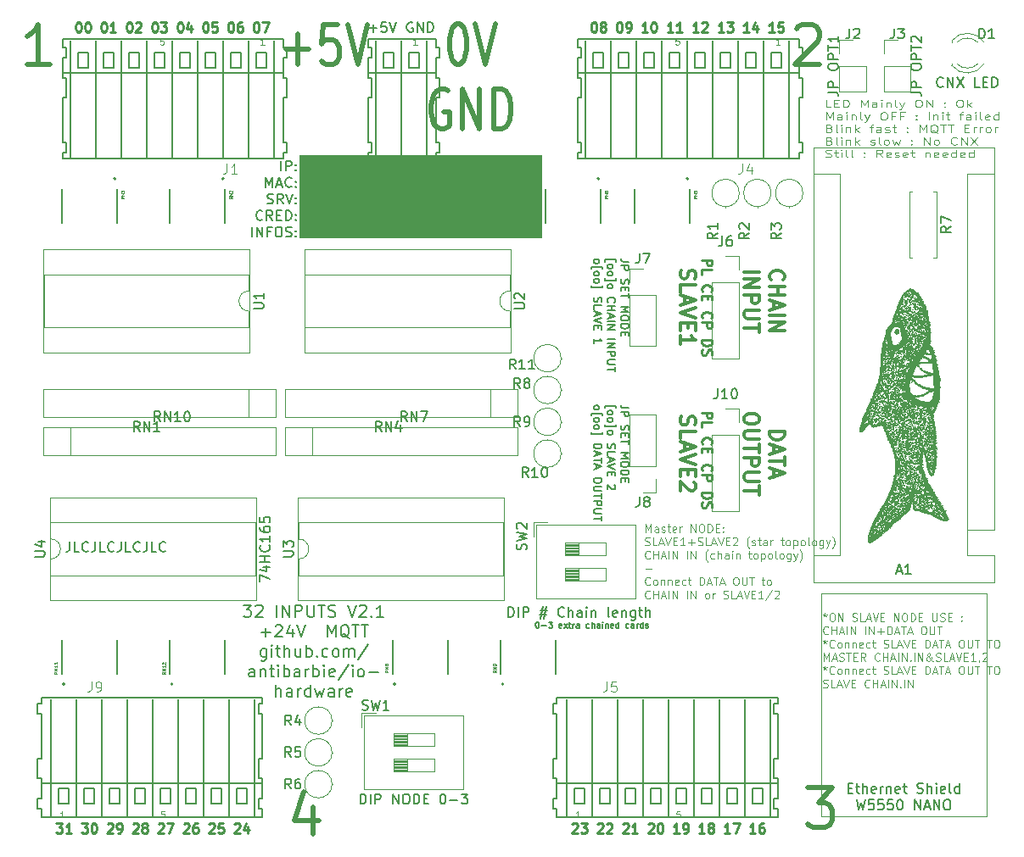
<source format=gbr>
%TF.GenerationSoftware,KiCad,Pcbnew,5.1.8-db9833491~88~ubuntu18.04.1*%
%TF.CreationDate,2020-12-31T00:06:07+01:00*%
%TF.ProjectId,Mqtt32input,4d717474-3332-4696-9e70-75742e6b6963,rev?*%
%TF.SameCoordinates,Original*%
%TF.FileFunction,Legend,Top*%
%TF.FilePolarity,Positive*%
%FSLAX46Y46*%
G04 Gerber Fmt 4.6, Leading zero omitted, Abs format (unit mm)*
G04 Created by KiCad (PCBNEW 5.1.8-db9833491~88~ubuntu18.04.1) date 2020-12-31 00:06:07*
%MOMM*%
%LPD*%
G01*
G04 APERTURE LIST*
%ADD10C,0.160000*%
%ADD11C,0.250000*%
%ADD12C,0.125000*%
%ADD13C,0.150000*%
%ADD14C,0.500000*%
%ADD15C,0.300000*%
%ADD16C,0.190000*%
%ADD17C,0.100000*%
%ADD18C,0.120000*%
%ADD19C,0.225000*%
%ADD20C,0.010000*%
%ADD21C,0.203200*%
%ADD22C,0.127000*%
%ADD23C,0.200000*%
%ADD24C,0.015000*%
G04 APERTURE END LIST*
D10*
X106627809Y-74852380D02*
X106627809Y-75566666D01*
X106580190Y-75709523D01*
X106484952Y-75804761D01*
X106342095Y-75852380D01*
X106246857Y-75852380D01*
X107580190Y-75852380D02*
X107104000Y-75852380D01*
X107104000Y-74852380D01*
X108484952Y-75757142D02*
X108437333Y-75804761D01*
X108294476Y-75852380D01*
X108199238Y-75852380D01*
X108056380Y-75804761D01*
X107961142Y-75709523D01*
X107913523Y-75614285D01*
X107865904Y-75423809D01*
X107865904Y-75280952D01*
X107913523Y-75090476D01*
X107961142Y-74995238D01*
X108056380Y-74900000D01*
X108199238Y-74852380D01*
X108294476Y-74852380D01*
X108437333Y-74900000D01*
X108484952Y-74947619D01*
X109199238Y-74852380D02*
X109199238Y-75566666D01*
X109151619Y-75709523D01*
X109056380Y-75804761D01*
X108913523Y-75852380D01*
X108818285Y-75852380D01*
X110151619Y-75852380D02*
X109675428Y-75852380D01*
X109675428Y-74852380D01*
X111056380Y-75757142D02*
X111008761Y-75804761D01*
X110865904Y-75852380D01*
X110770666Y-75852380D01*
X110627809Y-75804761D01*
X110532571Y-75709523D01*
X110484952Y-75614285D01*
X110437333Y-75423809D01*
X110437333Y-75280952D01*
X110484952Y-75090476D01*
X110532571Y-74995238D01*
X110627809Y-74900000D01*
X110770666Y-74852380D01*
X110865904Y-74852380D01*
X111008761Y-74900000D01*
X111056380Y-74947619D01*
X111770666Y-74852380D02*
X111770666Y-75566666D01*
X111723047Y-75709523D01*
X111627809Y-75804761D01*
X111484952Y-75852380D01*
X111389714Y-75852380D01*
X112723047Y-75852380D02*
X112246857Y-75852380D01*
X112246857Y-74852380D01*
X113627809Y-75757142D02*
X113580190Y-75804761D01*
X113437333Y-75852380D01*
X113342095Y-75852380D01*
X113199238Y-75804761D01*
X113104000Y-75709523D01*
X113056380Y-75614285D01*
X113008761Y-75423809D01*
X113008761Y-75280952D01*
X113056380Y-75090476D01*
X113104000Y-74995238D01*
X113199238Y-74900000D01*
X113342095Y-74852380D01*
X113437333Y-74852380D01*
X113580190Y-74900000D01*
X113627809Y-74947619D01*
X114342095Y-74852380D02*
X114342095Y-75566666D01*
X114294476Y-75709523D01*
X114199238Y-75804761D01*
X114056380Y-75852380D01*
X113961142Y-75852380D01*
X115294476Y-75852380D02*
X114818285Y-75852380D01*
X114818285Y-74852380D01*
X116199238Y-75757142D02*
X116151619Y-75804761D01*
X116008761Y-75852380D01*
X115913523Y-75852380D01*
X115770666Y-75804761D01*
X115675428Y-75709523D01*
X115627809Y-75614285D01*
X115580190Y-75423809D01*
X115580190Y-75280952D01*
X115627809Y-75090476D01*
X115675428Y-74995238D01*
X115770666Y-74900000D01*
X115913523Y-74852380D01*
X116008761Y-74852380D01*
X116151619Y-74900000D01*
X116199238Y-74947619D01*
D11*
X169727619Y-61936904D02*
X170727619Y-61936904D01*
X170727619Y-62317857D01*
X170680000Y-62413095D01*
X170632380Y-62460714D01*
X170537142Y-62508333D01*
X170394285Y-62508333D01*
X170299047Y-62460714D01*
X170251428Y-62413095D01*
X170203809Y-62317857D01*
X170203809Y-61936904D01*
X169727619Y-63413095D02*
X169727619Y-62936904D01*
X170727619Y-62936904D01*
X169822857Y-65079761D02*
X169775238Y-65032142D01*
X169727619Y-64889285D01*
X169727619Y-64794047D01*
X169775238Y-64651190D01*
X169870476Y-64555952D01*
X169965714Y-64508333D01*
X170156190Y-64460714D01*
X170299047Y-64460714D01*
X170489523Y-64508333D01*
X170584761Y-64555952D01*
X170680000Y-64651190D01*
X170727619Y-64794047D01*
X170727619Y-64889285D01*
X170680000Y-65032142D01*
X170632380Y-65079761D01*
X170251428Y-65508333D02*
X170251428Y-65841666D01*
X169727619Y-65984523D02*
X169727619Y-65508333D01*
X170727619Y-65508333D01*
X170727619Y-65984523D01*
X169822857Y-67746428D02*
X169775238Y-67698809D01*
X169727619Y-67555952D01*
X169727619Y-67460714D01*
X169775238Y-67317857D01*
X169870476Y-67222619D01*
X169965714Y-67175000D01*
X170156190Y-67127380D01*
X170299047Y-67127380D01*
X170489523Y-67175000D01*
X170584761Y-67222619D01*
X170680000Y-67317857D01*
X170727619Y-67460714D01*
X170727619Y-67555952D01*
X170680000Y-67698809D01*
X170632380Y-67746428D01*
X169727619Y-68175000D02*
X170727619Y-68175000D01*
X170727619Y-68555952D01*
X170680000Y-68651190D01*
X170632380Y-68698809D01*
X170537142Y-68746428D01*
X170394285Y-68746428D01*
X170299047Y-68698809D01*
X170251428Y-68651190D01*
X170203809Y-68555952D01*
X170203809Y-68175000D01*
X169727619Y-69936904D02*
X170727619Y-69936904D01*
X170727619Y-70175000D01*
X170680000Y-70317857D01*
X170584761Y-70413095D01*
X170489523Y-70460714D01*
X170299047Y-70508333D01*
X170156190Y-70508333D01*
X169965714Y-70460714D01*
X169870476Y-70413095D01*
X169775238Y-70317857D01*
X169727619Y-70175000D01*
X169727619Y-69936904D01*
X169775238Y-70889285D02*
X169727619Y-71032142D01*
X169727619Y-71270238D01*
X169775238Y-71365476D01*
X169822857Y-71413095D01*
X169918095Y-71460714D01*
X170013333Y-71460714D01*
X170108571Y-71413095D01*
X170156190Y-71365476D01*
X170203809Y-71270238D01*
X170251428Y-71079761D01*
X170299047Y-70984523D01*
X170346666Y-70936904D01*
X170441904Y-70889285D01*
X170537142Y-70889285D01*
X170632380Y-70936904D01*
X170680000Y-70984523D01*
X170727619Y-71079761D01*
X170727619Y-71317857D01*
X170680000Y-71460714D01*
X169727619Y-46696904D02*
X170727619Y-46696904D01*
X170727619Y-47077857D01*
X170680000Y-47173095D01*
X170632380Y-47220714D01*
X170537142Y-47268333D01*
X170394285Y-47268333D01*
X170299047Y-47220714D01*
X170251428Y-47173095D01*
X170203809Y-47077857D01*
X170203809Y-46696904D01*
X169727619Y-48173095D02*
X169727619Y-47696904D01*
X170727619Y-47696904D01*
X169822857Y-49839761D02*
X169775238Y-49792142D01*
X169727619Y-49649285D01*
X169727619Y-49554047D01*
X169775238Y-49411190D01*
X169870476Y-49315952D01*
X169965714Y-49268333D01*
X170156190Y-49220714D01*
X170299047Y-49220714D01*
X170489523Y-49268333D01*
X170584761Y-49315952D01*
X170680000Y-49411190D01*
X170727619Y-49554047D01*
X170727619Y-49649285D01*
X170680000Y-49792142D01*
X170632380Y-49839761D01*
X170251428Y-50268333D02*
X170251428Y-50601666D01*
X169727619Y-50744523D02*
X169727619Y-50268333D01*
X170727619Y-50268333D01*
X170727619Y-50744523D01*
X169822857Y-52506428D02*
X169775238Y-52458809D01*
X169727619Y-52315952D01*
X169727619Y-52220714D01*
X169775238Y-52077857D01*
X169870476Y-51982619D01*
X169965714Y-51935000D01*
X170156190Y-51887380D01*
X170299047Y-51887380D01*
X170489523Y-51935000D01*
X170584761Y-51982619D01*
X170680000Y-52077857D01*
X170727619Y-52220714D01*
X170727619Y-52315952D01*
X170680000Y-52458809D01*
X170632380Y-52506428D01*
X169727619Y-52935000D02*
X170727619Y-52935000D01*
X170727619Y-53315952D01*
X170680000Y-53411190D01*
X170632380Y-53458809D01*
X170537142Y-53506428D01*
X170394285Y-53506428D01*
X170299047Y-53458809D01*
X170251428Y-53411190D01*
X170203809Y-53315952D01*
X170203809Y-52935000D01*
X169727619Y-54696904D02*
X170727619Y-54696904D01*
X170727619Y-54935000D01*
X170680000Y-55077857D01*
X170584761Y-55173095D01*
X170489523Y-55220714D01*
X170299047Y-55268333D01*
X170156190Y-55268333D01*
X169965714Y-55220714D01*
X169870476Y-55173095D01*
X169775238Y-55077857D01*
X169727619Y-54935000D01*
X169727619Y-54696904D01*
X169775238Y-55649285D02*
X169727619Y-55792142D01*
X169727619Y-56030238D01*
X169775238Y-56125476D01*
X169822857Y-56173095D01*
X169918095Y-56220714D01*
X170013333Y-56220714D01*
X170108571Y-56173095D01*
X170156190Y-56125476D01*
X170203809Y-56030238D01*
X170251428Y-55839761D01*
X170299047Y-55744523D01*
X170346666Y-55696904D01*
X170441904Y-55649285D01*
X170537142Y-55649285D01*
X170632380Y-55696904D01*
X170680000Y-55744523D01*
X170727619Y-55839761D01*
X170727619Y-56077857D01*
X170680000Y-56220714D01*
D12*
X181996011Y-81974404D02*
X181996011Y-82164880D01*
X181805535Y-82088690D02*
X181996011Y-82164880D01*
X182186488Y-82088690D01*
X181881726Y-82317261D02*
X181996011Y-82164880D01*
X182110297Y-82317261D01*
X182643630Y-81974404D02*
X182796011Y-81974404D01*
X182872202Y-82012500D01*
X182948392Y-82088690D01*
X182986488Y-82241071D01*
X182986488Y-82507738D01*
X182948392Y-82660119D01*
X182872202Y-82736309D01*
X182796011Y-82774404D01*
X182643630Y-82774404D01*
X182567440Y-82736309D01*
X182491250Y-82660119D01*
X182453154Y-82507738D01*
X182453154Y-82241071D01*
X182491250Y-82088690D01*
X182567440Y-82012500D01*
X182643630Y-81974404D01*
X183329345Y-82774404D02*
X183329345Y-81974404D01*
X183786488Y-82774404D01*
X183786488Y-81974404D01*
X184738869Y-82736309D02*
X184853154Y-82774404D01*
X185043630Y-82774404D01*
X185119821Y-82736309D01*
X185157916Y-82698214D01*
X185196011Y-82622023D01*
X185196011Y-82545833D01*
X185157916Y-82469642D01*
X185119821Y-82431547D01*
X185043630Y-82393452D01*
X184891250Y-82355357D01*
X184815059Y-82317261D01*
X184776964Y-82279166D01*
X184738869Y-82202976D01*
X184738869Y-82126785D01*
X184776964Y-82050595D01*
X184815059Y-82012500D01*
X184891250Y-81974404D01*
X185081726Y-81974404D01*
X185196011Y-82012500D01*
X185919821Y-82774404D02*
X185538869Y-82774404D01*
X185538869Y-81974404D01*
X186148392Y-82545833D02*
X186529345Y-82545833D01*
X186072202Y-82774404D02*
X186338869Y-81974404D01*
X186605535Y-82774404D01*
X186757916Y-81974404D02*
X187024583Y-82774404D01*
X187291250Y-81974404D01*
X187557916Y-82355357D02*
X187824583Y-82355357D01*
X187938869Y-82774404D02*
X187557916Y-82774404D01*
X187557916Y-81974404D01*
X187938869Y-81974404D01*
X188891250Y-82774404D02*
X188891250Y-81974404D01*
X189348392Y-82774404D01*
X189348392Y-81974404D01*
X189881726Y-81974404D02*
X190034107Y-81974404D01*
X190110297Y-82012500D01*
X190186488Y-82088690D01*
X190224583Y-82241071D01*
X190224583Y-82507738D01*
X190186488Y-82660119D01*
X190110297Y-82736309D01*
X190034107Y-82774404D01*
X189881726Y-82774404D01*
X189805535Y-82736309D01*
X189729345Y-82660119D01*
X189691250Y-82507738D01*
X189691250Y-82241071D01*
X189729345Y-82088690D01*
X189805535Y-82012500D01*
X189881726Y-81974404D01*
X190567440Y-82774404D02*
X190567440Y-81974404D01*
X190757916Y-81974404D01*
X190872202Y-82012500D01*
X190948392Y-82088690D01*
X190986488Y-82164880D01*
X191024583Y-82317261D01*
X191024583Y-82431547D01*
X190986488Y-82583928D01*
X190948392Y-82660119D01*
X190872202Y-82736309D01*
X190757916Y-82774404D01*
X190567440Y-82774404D01*
X191367440Y-82355357D02*
X191634107Y-82355357D01*
X191748392Y-82774404D02*
X191367440Y-82774404D01*
X191367440Y-81974404D01*
X191748392Y-81974404D01*
X192700773Y-81974404D02*
X192700773Y-82622023D01*
X192738869Y-82698214D01*
X192776964Y-82736309D01*
X192853154Y-82774404D01*
X193005535Y-82774404D01*
X193081726Y-82736309D01*
X193119821Y-82698214D01*
X193157916Y-82622023D01*
X193157916Y-81974404D01*
X193500773Y-82736309D02*
X193615059Y-82774404D01*
X193805535Y-82774404D01*
X193881726Y-82736309D01*
X193919821Y-82698214D01*
X193957916Y-82622023D01*
X193957916Y-82545833D01*
X193919821Y-82469642D01*
X193881726Y-82431547D01*
X193805535Y-82393452D01*
X193653154Y-82355357D01*
X193576964Y-82317261D01*
X193538869Y-82279166D01*
X193500773Y-82202976D01*
X193500773Y-82126785D01*
X193538869Y-82050595D01*
X193576964Y-82012500D01*
X193653154Y-81974404D01*
X193843630Y-81974404D01*
X193957916Y-82012500D01*
X194300773Y-82355357D02*
X194567440Y-82355357D01*
X194681726Y-82774404D02*
X194300773Y-82774404D01*
X194300773Y-81974404D01*
X194681726Y-81974404D01*
X195634107Y-82698214D02*
X195672202Y-82736309D01*
X195634107Y-82774404D01*
X195596011Y-82736309D01*
X195634107Y-82698214D01*
X195634107Y-82774404D01*
X195634107Y-82279166D02*
X195672202Y-82317261D01*
X195634107Y-82355357D01*
X195596011Y-82317261D01*
X195634107Y-82279166D01*
X195634107Y-82355357D01*
X182338869Y-84023214D02*
X182300773Y-84061309D01*
X182186488Y-84099404D01*
X182110297Y-84099404D01*
X181996011Y-84061309D01*
X181919821Y-83985119D01*
X181881726Y-83908928D01*
X181843630Y-83756547D01*
X181843630Y-83642261D01*
X181881726Y-83489880D01*
X181919821Y-83413690D01*
X181996011Y-83337500D01*
X182110297Y-83299404D01*
X182186488Y-83299404D01*
X182300773Y-83337500D01*
X182338869Y-83375595D01*
X182681726Y-84099404D02*
X182681726Y-83299404D01*
X182681726Y-83680357D02*
X183138869Y-83680357D01*
X183138869Y-84099404D02*
X183138869Y-83299404D01*
X183481726Y-83870833D02*
X183862678Y-83870833D01*
X183405535Y-84099404D02*
X183672202Y-83299404D01*
X183938869Y-84099404D01*
X184205535Y-84099404D02*
X184205535Y-83299404D01*
X184586488Y-84099404D02*
X184586488Y-83299404D01*
X185043630Y-84099404D01*
X185043630Y-83299404D01*
X186034107Y-84099404D02*
X186034107Y-83299404D01*
X186415059Y-84099404D02*
X186415059Y-83299404D01*
X186872202Y-84099404D01*
X186872202Y-83299404D01*
X187253154Y-83794642D02*
X187862678Y-83794642D01*
X187557916Y-84099404D02*
X187557916Y-83489880D01*
X188243630Y-84099404D02*
X188243630Y-83299404D01*
X188434107Y-83299404D01*
X188548392Y-83337500D01*
X188624583Y-83413690D01*
X188662678Y-83489880D01*
X188700773Y-83642261D01*
X188700773Y-83756547D01*
X188662678Y-83908928D01*
X188624583Y-83985119D01*
X188548392Y-84061309D01*
X188434107Y-84099404D01*
X188243630Y-84099404D01*
X189005535Y-83870833D02*
X189386488Y-83870833D01*
X188929345Y-84099404D02*
X189196011Y-83299404D01*
X189462678Y-84099404D01*
X189615059Y-83299404D02*
X190072202Y-83299404D01*
X189843630Y-84099404D02*
X189843630Y-83299404D01*
X190300773Y-83870833D02*
X190681726Y-83870833D01*
X190224583Y-84099404D02*
X190491250Y-83299404D01*
X190757916Y-84099404D01*
X191786488Y-83299404D02*
X191938869Y-83299404D01*
X192015059Y-83337500D01*
X192091250Y-83413690D01*
X192129345Y-83566071D01*
X192129345Y-83832738D01*
X192091250Y-83985119D01*
X192015059Y-84061309D01*
X191938869Y-84099404D01*
X191786488Y-84099404D01*
X191710297Y-84061309D01*
X191634107Y-83985119D01*
X191596011Y-83832738D01*
X191596011Y-83566071D01*
X191634107Y-83413690D01*
X191710297Y-83337500D01*
X191786488Y-83299404D01*
X192472202Y-83299404D02*
X192472202Y-83947023D01*
X192510297Y-84023214D01*
X192548392Y-84061309D01*
X192624583Y-84099404D01*
X192776964Y-84099404D01*
X192853154Y-84061309D01*
X192891250Y-84023214D01*
X192929345Y-83947023D01*
X192929345Y-83299404D01*
X193196011Y-83299404D02*
X193653154Y-83299404D01*
X193424583Y-84099404D02*
X193424583Y-83299404D01*
X181996011Y-84624404D02*
X181996011Y-84814880D01*
X181805535Y-84738690D02*
X181996011Y-84814880D01*
X182186488Y-84738690D01*
X181881726Y-84967261D02*
X181996011Y-84814880D01*
X182110297Y-84967261D01*
X182948392Y-85348214D02*
X182910297Y-85386309D01*
X182796011Y-85424404D01*
X182719821Y-85424404D01*
X182605535Y-85386309D01*
X182529345Y-85310119D01*
X182491250Y-85233928D01*
X182453154Y-85081547D01*
X182453154Y-84967261D01*
X182491250Y-84814880D01*
X182529345Y-84738690D01*
X182605535Y-84662500D01*
X182719821Y-84624404D01*
X182796011Y-84624404D01*
X182910297Y-84662500D01*
X182948392Y-84700595D01*
X183405535Y-85424404D02*
X183329345Y-85386309D01*
X183291250Y-85348214D01*
X183253154Y-85272023D01*
X183253154Y-85043452D01*
X183291250Y-84967261D01*
X183329345Y-84929166D01*
X183405535Y-84891071D01*
X183519821Y-84891071D01*
X183596011Y-84929166D01*
X183634107Y-84967261D01*
X183672202Y-85043452D01*
X183672202Y-85272023D01*
X183634107Y-85348214D01*
X183596011Y-85386309D01*
X183519821Y-85424404D01*
X183405535Y-85424404D01*
X184015059Y-84891071D02*
X184015059Y-85424404D01*
X184015059Y-84967261D02*
X184053154Y-84929166D01*
X184129345Y-84891071D01*
X184243630Y-84891071D01*
X184319821Y-84929166D01*
X184357916Y-85005357D01*
X184357916Y-85424404D01*
X184738869Y-84891071D02*
X184738869Y-85424404D01*
X184738869Y-84967261D02*
X184776964Y-84929166D01*
X184853154Y-84891071D01*
X184967440Y-84891071D01*
X185043630Y-84929166D01*
X185081726Y-85005357D01*
X185081726Y-85424404D01*
X185767440Y-85386309D02*
X185691250Y-85424404D01*
X185538869Y-85424404D01*
X185462678Y-85386309D01*
X185424583Y-85310119D01*
X185424583Y-85005357D01*
X185462678Y-84929166D01*
X185538869Y-84891071D01*
X185691250Y-84891071D01*
X185767440Y-84929166D01*
X185805535Y-85005357D01*
X185805535Y-85081547D01*
X185424583Y-85157738D01*
X186491250Y-85386309D02*
X186415059Y-85424404D01*
X186262678Y-85424404D01*
X186186488Y-85386309D01*
X186148392Y-85348214D01*
X186110297Y-85272023D01*
X186110297Y-85043452D01*
X186148392Y-84967261D01*
X186186488Y-84929166D01*
X186262678Y-84891071D01*
X186415059Y-84891071D01*
X186491250Y-84929166D01*
X186719821Y-84891071D02*
X187024583Y-84891071D01*
X186834107Y-84624404D02*
X186834107Y-85310119D01*
X186872202Y-85386309D01*
X186948392Y-85424404D01*
X187024583Y-85424404D01*
X187862678Y-85386309D02*
X187976964Y-85424404D01*
X188167440Y-85424404D01*
X188243630Y-85386309D01*
X188281726Y-85348214D01*
X188319821Y-85272023D01*
X188319821Y-85195833D01*
X188281726Y-85119642D01*
X188243630Y-85081547D01*
X188167440Y-85043452D01*
X188015059Y-85005357D01*
X187938869Y-84967261D01*
X187900773Y-84929166D01*
X187862678Y-84852976D01*
X187862678Y-84776785D01*
X187900773Y-84700595D01*
X187938869Y-84662500D01*
X188015059Y-84624404D01*
X188205535Y-84624404D01*
X188319821Y-84662500D01*
X189043630Y-85424404D02*
X188662678Y-85424404D01*
X188662678Y-84624404D01*
X189272202Y-85195833D02*
X189653154Y-85195833D01*
X189196011Y-85424404D02*
X189462678Y-84624404D01*
X189729345Y-85424404D01*
X189881726Y-84624404D02*
X190148392Y-85424404D01*
X190415059Y-84624404D01*
X190681726Y-85005357D02*
X190948392Y-85005357D01*
X191062678Y-85424404D02*
X190681726Y-85424404D01*
X190681726Y-84624404D01*
X191062678Y-84624404D01*
X192015059Y-85424404D02*
X192015059Y-84624404D01*
X192205535Y-84624404D01*
X192319821Y-84662500D01*
X192396011Y-84738690D01*
X192434107Y-84814880D01*
X192472202Y-84967261D01*
X192472202Y-85081547D01*
X192434107Y-85233928D01*
X192396011Y-85310119D01*
X192319821Y-85386309D01*
X192205535Y-85424404D01*
X192015059Y-85424404D01*
X192776964Y-85195833D02*
X193157916Y-85195833D01*
X192700773Y-85424404D02*
X192967440Y-84624404D01*
X193234107Y-85424404D01*
X193386488Y-84624404D02*
X193843630Y-84624404D01*
X193615059Y-85424404D02*
X193615059Y-84624404D01*
X194072202Y-85195833D02*
X194453154Y-85195833D01*
X193996011Y-85424404D02*
X194262678Y-84624404D01*
X194529345Y-85424404D01*
X195557916Y-84624404D02*
X195710297Y-84624404D01*
X195786488Y-84662500D01*
X195862678Y-84738690D01*
X195900773Y-84891071D01*
X195900773Y-85157738D01*
X195862678Y-85310119D01*
X195786488Y-85386309D01*
X195710297Y-85424404D01*
X195557916Y-85424404D01*
X195481726Y-85386309D01*
X195405535Y-85310119D01*
X195367440Y-85157738D01*
X195367440Y-84891071D01*
X195405535Y-84738690D01*
X195481726Y-84662500D01*
X195557916Y-84624404D01*
X196243630Y-84624404D02*
X196243630Y-85272023D01*
X196281726Y-85348214D01*
X196319821Y-85386309D01*
X196396011Y-85424404D01*
X196548392Y-85424404D01*
X196624583Y-85386309D01*
X196662678Y-85348214D01*
X196700773Y-85272023D01*
X196700773Y-84624404D01*
X196967440Y-84624404D02*
X197424583Y-84624404D01*
X197196011Y-85424404D02*
X197196011Y-84624404D01*
X198186488Y-84624404D02*
X198643630Y-84624404D01*
X198415059Y-85424404D02*
X198415059Y-84624404D01*
X199062678Y-84624404D02*
X199215059Y-84624404D01*
X199291250Y-84662500D01*
X199367440Y-84738690D01*
X199405535Y-84891071D01*
X199405535Y-85157738D01*
X199367440Y-85310119D01*
X199291250Y-85386309D01*
X199215059Y-85424404D01*
X199062678Y-85424404D01*
X198986488Y-85386309D01*
X198910297Y-85310119D01*
X198872202Y-85157738D01*
X198872202Y-84891071D01*
X198910297Y-84738690D01*
X198986488Y-84662500D01*
X199062678Y-84624404D01*
X181881726Y-86749404D02*
X181881726Y-85949404D01*
X182148392Y-86520833D01*
X182415059Y-85949404D01*
X182415059Y-86749404D01*
X182757916Y-86520833D02*
X183138869Y-86520833D01*
X182681726Y-86749404D02*
X182948392Y-85949404D01*
X183215059Y-86749404D01*
X183443630Y-86711309D02*
X183557916Y-86749404D01*
X183748392Y-86749404D01*
X183824583Y-86711309D01*
X183862678Y-86673214D01*
X183900773Y-86597023D01*
X183900773Y-86520833D01*
X183862678Y-86444642D01*
X183824583Y-86406547D01*
X183748392Y-86368452D01*
X183596011Y-86330357D01*
X183519821Y-86292261D01*
X183481726Y-86254166D01*
X183443630Y-86177976D01*
X183443630Y-86101785D01*
X183481726Y-86025595D01*
X183519821Y-85987500D01*
X183596011Y-85949404D01*
X183786488Y-85949404D01*
X183900773Y-85987500D01*
X184129345Y-85949404D02*
X184586488Y-85949404D01*
X184357916Y-86749404D02*
X184357916Y-85949404D01*
X184853154Y-86330357D02*
X185119821Y-86330357D01*
X185234107Y-86749404D02*
X184853154Y-86749404D01*
X184853154Y-85949404D01*
X185234107Y-85949404D01*
X186034107Y-86749404D02*
X185767440Y-86368452D01*
X185576964Y-86749404D02*
X185576964Y-85949404D01*
X185881726Y-85949404D01*
X185957916Y-85987500D01*
X185996011Y-86025595D01*
X186034107Y-86101785D01*
X186034107Y-86216071D01*
X185996011Y-86292261D01*
X185957916Y-86330357D01*
X185881726Y-86368452D01*
X185576964Y-86368452D01*
X187443630Y-86673214D02*
X187405535Y-86711309D01*
X187291250Y-86749404D01*
X187215059Y-86749404D01*
X187100773Y-86711309D01*
X187024583Y-86635119D01*
X186986488Y-86558928D01*
X186948392Y-86406547D01*
X186948392Y-86292261D01*
X186986488Y-86139880D01*
X187024583Y-86063690D01*
X187100773Y-85987500D01*
X187215059Y-85949404D01*
X187291250Y-85949404D01*
X187405535Y-85987500D01*
X187443630Y-86025595D01*
X187786488Y-86749404D02*
X187786488Y-85949404D01*
X187786488Y-86330357D02*
X188243630Y-86330357D01*
X188243630Y-86749404D02*
X188243630Y-85949404D01*
X188586488Y-86520833D02*
X188967440Y-86520833D01*
X188510297Y-86749404D02*
X188776964Y-85949404D01*
X189043630Y-86749404D01*
X189310297Y-86749404D02*
X189310297Y-85949404D01*
X189691250Y-86749404D02*
X189691250Y-85949404D01*
X190148392Y-86749404D01*
X190148392Y-85949404D01*
X190529345Y-86673214D02*
X190567440Y-86711309D01*
X190529345Y-86749404D01*
X190491250Y-86711309D01*
X190529345Y-86673214D01*
X190529345Y-86749404D01*
X190910297Y-86749404D02*
X190910297Y-85949404D01*
X191291250Y-86749404D02*
X191291250Y-85949404D01*
X191748392Y-86749404D01*
X191748392Y-85949404D01*
X192776964Y-86749404D02*
X192738869Y-86749404D01*
X192662678Y-86711309D01*
X192548392Y-86597023D01*
X192357916Y-86368452D01*
X192281726Y-86254166D01*
X192243630Y-86139880D01*
X192243630Y-86063690D01*
X192281726Y-85987500D01*
X192357916Y-85949404D01*
X192396011Y-85949404D01*
X192472202Y-85987500D01*
X192510297Y-86063690D01*
X192510297Y-86101785D01*
X192472202Y-86177976D01*
X192434107Y-86216071D01*
X192205535Y-86368452D01*
X192167440Y-86406547D01*
X192129345Y-86482738D01*
X192129345Y-86597023D01*
X192167440Y-86673214D01*
X192205535Y-86711309D01*
X192281726Y-86749404D01*
X192396011Y-86749404D01*
X192472202Y-86711309D01*
X192510297Y-86673214D01*
X192624583Y-86520833D01*
X192662678Y-86406547D01*
X192662678Y-86330357D01*
X193081726Y-86711309D02*
X193196011Y-86749404D01*
X193386488Y-86749404D01*
X193462678Y-86711309D01*
X193500773Y-86673214D01*
X193538869Y-86597023D01*
X193538869Y-86520833D01*
X193500773Y-86444642D01*
X193462678Y-86406547D01*
X193386488Y-86368452D01*
X193234107Y-86330357D01*
X193157916Y-86292261D01*
X193119821Y-86254166D01*
X193081726Y-86177976D01*
X193081726Y-86101785D01*
X193119821Y-86025595D01*
X193157916Y-85987500D01*
X193234107Y-85949404D01*
X193424583Y-85949404D01*
X193538869Y-85987500D01*
X194262678Y-86749404D02*
X193881726Y-86749404D01*
X193881726Y-85949404D01*
X194491250Y-86520833D02*
X194872202Y-86520833D01*
X194415059Y-86749404D02*
X194681726Y-85949404D01*
X194948392Y-86749404D01*
X195100773Y-85949404D02*
X195367440Y-86749404D01*
X195634107Y-85949404D01*
X195900773Y-86330357D02*
X196167440Y-86330357D01*
X196281726Y-86749404D02*
X195900773Y-86749404D01*
X195900773Y-85949404D01*
X196281726Y-85949404D01*
X197043630Y-86749404D02*
X196586488Y-86749404D01*
X196815059Y-86749404D02*
X196815059Y-85949404D01*
X196738869Y-86063690D01*
X196662678Y-86139880D01*
X196586488Y-86177976D01*
X197424583Y-86711309D02*
X197424583Y-86749404D01*
X197386488Y-86825595D01*
X197348392Y-86863690D01*
X197729345Y-86025595D02*
X197767440Y-85987500D01*
X197843630Y-85949404D01*
X198034107Y-85949404D01*
X198110297Y-85987500D01*
X198148392Y-86025595D01*
X198186488Y-86101785D01*
X198186488Y-86177976D01*
X198148392Y-86292261D01*
X197691250Y-86749404D01*
X198186488Y-86749404D01*
X181996011Y-87274404D02*
X181996011Y-87464880D01*
X181805535Y-87388690D02*
X181996011Y-87464880D01*
X182186488Y-87388690D01*
X181881726Y-87617261D02*
X181996011Y-87464880D01*
X182110297Y-87617261D01*
X182948392Y-87998214D02*
X182910297Y-88036309D01*
X182796011Y-88074404D01*
X182719821Y-88074404D01*
X182605535Y-88036309D01*
X182529345Y-87960119D01*
X182491250Y-87883928D01*
X182453154Y-87731547D01*
X182453154Y-87617261D01*
X182491250Y-87464880D01*
X182529345Y-87388690D01*
X182605535Y-87312500D01*
X182719821Y-87274404D01*
X182796011Y-87274404D01*
X182910297Y-87312500D01*
X182948392Y-87350595D01*
X183405535Y-88074404D02*
X183329345Y-88036309D01*
X183291250Y-87998214D01*
X183253154Y-87922023D01*
X183253154Y-87693452D01*
X183291250Y-87617261D01*
X183329345Y-87579166D01*
X183405535Y-87541071D01*
X183519821Y-87541071D01*
X183596011Y-87579166D01*
X183634107Y-87617261D01*
X183672202Y-87693452D01*
X183672202Y-87922023D01*
X183634107Y-87998214D01*
X183596011Y-88036309D01*
X183519821Y-88074404D01*
X183405535Y-88074404D01*
X184015059Y-87541071D02*
X184015059Y-88074404D01*
X184015059Y-87617261D02*
X184053154Y-87579166D01*
X184129345Y-87541071D01*
X184243630Y-87541071D01*
X184319821Y-87579166D01*
X184357916Y-87655357D01*
X184357916Y-88074404D01*
X184738869Y-87541071D02*
X184738869Y-88074404D01*
X184738869Y-87617261D02*
X184776964Y-87579166D01*
X184853154Y-87541071D01*
X184967440Y-87541071D01*
X185043630Y-87579166D01*
X185081726Y-87655357D01*
X185081726Y-88074404D01*
X185767440Y-88036309D02*
X185691250Y-88074404D01*
X185538869Y-88074404D01*
X185462678Y-88036309D01*
X185424583Y-87960119D01*
X185424583Y-87655357D01*
X185462678Y-87579166D01*
X185538869Y-87541071D01*
X185691250Y-87541071D01*
X185767440Y-87579166D01*
X185805535Y-87655357D01*
X185805535Y-87731547D01*
X185424583Y-87807738D01*
X186491250Y-88036309D02*
X186415059Y-88074404D01*
X186262678Y-88074404D01*
X186186488Y-88036309D01*
X186148392Y-87998214D01*
X186110297Y-87922023D01*
X186110297Y-87693452D01*
X186148392Y-87617261D01*
X186186488Y-87579166D01*
X186262678Y-87541071D01*
X186415059Y-87541071D01*
X186491250Y-87579166D01*
X186719821Y-87541071D02*
X187024583Y-87541071D01*
X186834107Y-87274404D02*
X186834107Y-87960119D01*
X186872202Y-88036309D01*
X186948392Y-88074404D01*
X187024583Y-88074404D01*
X187862678Y-88036309D02*
X187976964Y-88074404D01*
X188167440Y-88074404D01*
X188243630Y-88036309D01*
X188281726Y-87998214D01*
X188319821Y-87922023D01*
X188319821Y-87845833D01*
X188281726Y-87769642D01*
X188243630Y-87731547D01*
X188167440Y-87693452D01*
X188015059Y-87655357D01*
X187938869Y-87617261D01*
X187900773Y-87579166D01*
X187862678Y-87502976D01*
X187862678Y-87426785D01*
X187900773Y-87350595D01*
X187938869Y-87312500D01*
X188015059Y-87274404D01*
X188205535Y-87274404D01*
X188319821Y-87312500D01*
X189043630Y-88074404D02*
X188662678Y-88074404D01*
X188662678Y-87274404D01*
X189272202Y-87845833D02*
X189653154Y-87845833D01*
X189196011Y-88074404D02*
X189462678Y-87274404D01*
X189729345Y-88074404D01*
X189881726Y-87274404D02*
X190148392Y-88074404D01*
X190415059Y-87274404D01*
X190681726Y-87655357D02*
X190948392Y-87655357D01*
X191062678Y-88074404D02*
X190681726Y-88074404D01*
X190681726Y-87274404D01*
X191062678Y-87274404D01*
X192015059Y-88074404D02*
X192015059Y-87274404D01*
X192205535Y-87274404D01*
X192319821Y-87312500D01*
X192396011Y-87388690D01*
X192434107Y-87464880D01*
X192472202Y-87617261D01*
X192472202Y-87731547D01*
X192434107Y-87883928D01*
X192396011Y-87960119D01*
X192319821Y-88036309D01*
X192205535Y-88074404D01*
X192015059Y-88074404D01*
X192776964Y-87845833D02*
X193157916Y-87845833D01*
X192700773Y-88074404D02*
X192967440Y-87274404D01*
X193234107Y-88074404D01*
X193386488Y-87274404D02*
X193843630Y-87274404D01*
X193615059Y-88074404D02*
X193615059Y-87274404D01*
X194072202Y-87845833D02*
X194453154Y-87845833D01*
X193996011Y-88074404D02*
X194262678Y-87274404D01*
X194529345Y-88074404D01*
X195557916Y-87274404D02*
X195710297Y-87274404D01*
X195786488Y-87312500D01*
X195862678Y-87388690D01*
X195900773Y-87541071D01*
X195900773Y-87807738D01*
X195862678Y-87960119D01*
X195786488Y-88036309D01*
X195710297Y-88074404D01*
X195557916Y-88074404D01*
X195481726Y-88036309D01*
X195405535Y-87960119D01*
X195367440Y-87807738D01*
X195367440Y-87541071D01*
X195405535Y-87388690D01*
X195481726Y-87312500D01*
X195557916Y-87274404D01*
X196243630Y-87274404D02*
X196243630Y-87922023D01*
X196281726Y-87998214D01*
X196319821Y-88036309D01*
X196396011Y-88074404D01*
X196548392Y-88074404D01*
X196624583Y-88036309D01*
X196662678Y-87998214D01*
X196700773Y-87922023D01*
X196700773Y-87274404D01*
X196967440Y-87274404D02*
X197424583Y-87274404D01*
X197196011Y-88074404D02*
X197196011Y-87274404D01*
X198186488Y-87274404D02*
X198643630Y-87274404D01*
X198415059Y-88074404D02*
X198415059Y-87274404D01*
X199062678Y-87274404D02*
X199215059Y-87274404D01*
X199291250Y-87312500D01*
X199367440Y-87388690D01*
X199405535Y-87541071D01*
X199405535Y-87807738D01*
X199367440Y-87960119D01*
X199291250Y-88036309D01*
X199215059Y-88074404D01*
X199062678Y-88074404D01*
X198986488Y-88036309D01*
X198910297Y-87960119D01*
X198872202Y-87807738D01*
X198872202Y-87541071D01*
X198910297Y-87388690D01*
X198986488Y-87312500D01*
X199062678Y-87274404D01*
X181843630Y-89361309D02*
X181957916Y-89399404D01*
X182148392Y-89399404D01*
X182224583Y-89361309D01*
X182262678Y-89323214D01*
X182300773Y-89247023D01*
X182300773Y-89170833D01*
X182262678Y-89094642D01*
X182224583Y-89056547D01*
X182148392Y-89018452D01*
X181996011Y-88980357D01*
X181919821Y-88942261D01*
X181881726Y-88904166D01*
X181843630Y-88827976D01*
X181843630Y-88751785D01*
X181881726Y-88675595D01*
X181919821Y-88637500D01*
X181996011Y-88599404D01*
X182186488Y-88599404D01*
X182300773Y-88637500D01*
X183024583Y-89399404D02*
X182643630Y-89399404D01*
X182643630Y-88599404D01*
X183253154Y-89170833D02*
X183634107Y-89170833D01*
X183176964Y-89399404D02*
X183443630Y-88599404D01*
X183710297Y-89399404D01*
X183862678Y-88599404D02*
X184129345Y-89399404D01*
X184396011Y-88599404D01*
X184662678Y-88980357D02*
X184929345Y-88980357D01*
X185043630Y-89399404D02*
X184662678Y-89399404D01*
X184662678Y-88599404D01*
X185043630Y-88599404D01*
X186453154Y-89323214D02*
X186415059Y-89361309D01*
X186300773Y-89399404D01*
X186224583Y-89399404D01*
X186110297Y-89361309D01*
X186034107Y-89285119D01*
X185996011Y-89208928D01*
X185957916Y-89056547D01*
X185957916Y-88942261D01*
X185996011Y-88789880D01*
X186034107Y-88713690D01*
X186110297Y-88637500D01*
X186224583Y-88599404D01*
X186300773Y-88599404D01*
X186415059Y-88637500D01*
X186453154Y-88675595D01*
X186796011Y-89399404D02*
X186796011Y-88599404D01*
X186796011Y-88980357D02*
X187253154Y-88980357D01*
X187253154Y-89399404D02*
X187253154Y-88599404D01*
X187596011Y-89170833D02*
X187976964Y-89170833D01*
X187519821Y-89399404D02*
X187786488Y-88599404D01*
X188053154Y-89399404D01*
X188319821Y-89399404D02*
X188319821Y-88599404D01*
X188700773Y-89399404D02*
X188700773Y-88599404D01*
X189157916Y-89399404D01*
X189157916Y-88599404D01*
X189538869Y-89323214D02*
X189576964Y-89361309D01*
X189538869Y-89399404D01*
X189500773Y-89361309D01*
X189538869Y-89323214D01*
X189538869Y-89399404D01*
X189919821Y-89399404D02*
X189919821Y-88599404D01*
X190300773Y-89399404D02*
X190300773Y-88599404D01*
X190757916Y-89399404D01*
X190757916Y-88599404D01*
D13*
X127728214Y-37792380D02*
X127728214Y-36792380D01*
X128204404Y-37792380D02*
X128204404Y-36792380D01*
X128585357Y-36792380D01*
X128680595Y-36840000D01*
X128728214Y-36887619D01*
X128775833Y-36982857D01*
X128775833Y-37125714D01*
X128728214Y-37220952D01*
X128680595Y-37268571D01*
X128585357Y-37316190D01*
X128204404Y-37316190D01*
X129204404Y-37697142D02*
X129252023Y-37744761D01*
X129204404Y-37792380D01*
X129156785Y-37744761D01*
X129204404Y-37697142D01*
X129204404Y-37792380D01*
X129204404Y-37173333D02*
X129252023Y-37220952D01*
X129204404Y-37268571D01*
X129156785Y-37220952D01*
X129204404Y-37173333D01*
X129204404Y-37268571D01*
X126204404Y-39442380D02*
X126204404Y-38442380D01*
X126537738Y-39156666D01*
X126871071Y-38442380D01*
X126871071Y-39442380D01*
X127299642Y-39156666D02*
X127775833Y-39156666D01*
X127204404Y-39442380D02*
X127537738Y-38442380D01*
X127871071Y-39442380D01*
X128775833Y-39347142D02*
X128728214Y-39394761D01*
X128585357Y-39442380D01*
X128490119Y-39442380D01*
X128347261Y-39394761D01*
X128252023Y-39299523D01*
X128204404Y-39204285D01*
X128156785Y-39013809D01*
X128156785Y-38870952D01*
X128204404Y-38680476D01*
X128252023Y-38585238D01*
X128347261Y-38490000D01*
X128490119Y-38442380D01*
X128585357Y-38442380D01*
X128728214Y-38490000D01*
X128775833Y-38537619D01*
X129204404Y-39347142D02*
X129252023Y-39394761D01*
X129204404Y-39442380D01*
X129156785Y-39394761D01*
X129204404Y-39347142D01*
X129204404Y-39442380D01*
X129204404Y-38823333D02*
X129252023Y-38870952D01*
X129204404Y-38918571D01*
X129156785Y-38870952D01*
X129204404Y-38823333D01*
X129204404Y-38918571D01*
X126347261Y-41044761D02*
X126490119Y-41092380D01*
X126728214Y-41092380D01*
X126823452Y-41044761D01*
X126871071Y-40997142D01*
X126918690Y-40901904D01*
X126918690Y-40806666D01*
X126871071Y-40711428D01*
X126823452Y-40663809D01*
X126728214Y-40616190D01*
X126537738Y-40568571D01*
X126442500Y-40520952D01*
X126394880Y-40473333D01*
X126347261Y-40378095D01*
X126347261Y-40282857D01*
X126394880Y-40187619D01*
X126442500Y-40140000D01*
X126537738Y-40092380D01*
X126775833Y-40092380D01*
X126918690Y-40140000D01*
X127918690Y-41092380D02*
X127585357Y-40616190D01*
X127347261Y-41092380D02*
X127347261Y-40092380D01*
X127728214Y-40092380D01*
X127823452Y-40140000D01*
X127871071Y-40187619D01*
X127918690Y-40282857D01*
X127918690Y-40425714D01*
X127871071Y-40520952D01*
X127823452Y-40568571D01*
X127728214Y-40616190D01*
X127347261Y-40616190D01*
X128204404Y-40092380D02*
X128537738Y-41092380D01*
X128871071Y-40092380D01*
X129204404Y-40997142D02*
X129252023Y-41044761D01*
X129204404Y-41092380D01*
X129156785Y-41044761D01*
X129204404Y-40997142D01*
X129204404Y-41092380D01*
X129204404Y-40473333D02*
X129252023Y-40520952D01*
X129204404Y-40568571D01*
X129156785Y-40520952D01*
X129204404Y-40473333D01*
X129204404Y-40568571D01*
X125871071Y-42647142D02*
X125823452Y-42694761D01*
X125680595Y-42742380D01*
X125585357Y-42742380D01*
X125442500Y-42694761D01*
X125347261Y-42599523D01*
X125299642Y-42504285D01*
X125252023Y-42313809D01*
X125252023Y-42170952D01*
X125299642Y-41980476D01*
X125347261Y-41885238D01*
X125442500Y-41790000D01*
X125585357Y-41742380D01*
X125680595Y-41742380D01*
X125823452Y-41790000D01*
X125871071Y-41837619D01*
X126871071Y-42742380D02*
X126537738Y-42266190D01*
X126299642Y-42742380D02*
X126299642Y-41742380D01*
X126680595Y-41742380D01*
X126775833Y-41790000D01*
X126823452Y-41837619D01*
X126871071Y-41932857D01*
X126871071Y-42075714D01*
X126823452Y-42170952D01*
X126775833Y-42218571D01*
X126680595Y-42266190D01*
X126299642Y-42266190D01*
X127299642Y-42218571D02*
X127632976Y-42218571D01*
X127775833Y-42742380D02*
X127299642Y-42742380D01*
X127299642Y-41742380D01*
X127775833Y-41742380D01*
X128204404Y-42742380D02*
X128204404Y-41742380D01*
X128442500Y-41742380D01*
X128585357Y-41790000D01*
X128680595Y-41885238D01*
X128728214Y-41980476D01*
X128775833Y-42170952D01*
X128775833Y-42313809D01*
X128728214Y-42504285D01*
X128680595Y-42599523D01*
X128585357Y-42694761D01*
X128442500Y-42742380D01*
X128204404Y-42742380D01*
X129204404Y-42647142D02*
X129252023Y-42694761D01*
X129204404Y-42742380D01*
X129156785Y-42694761D01*
X129204404Y-42647142D01*
X129204404Y-42742380D01*
X129204404Y-42123333D02*
X129252023Y-42170952D01*
X129204404Y-42218571D01*
X129156785Y-42170952D01*
X129204404Y-42123333D01*
X129204404Y-42218571D01*
X124823452Y-44392380D02*
X124823452Y-43392380D01*
X125299642Y-44392380D02*
X125299642Y-43392380D01*
X125871071Y-44392380D01*
X125871071Y-43392380D01*
X126680595Y-43868571D02*
X126347261Y-43868571D01*
X126347261Y-44392380D02*
X126347261Y-43392380D01*
X126823452Y-43392380D01*
X127394880Y-43392380D02*
X127585357Y-43392380D01*
X127680595Y-43440000D01*
X127775833Y-43535238D01*
X127823452Y-43725714D01*
X127823452Y-44059047D01*
X127775833Y-44249523D01*
X127680595Y-44344761D01*
X127585357Y-44392380D01*
X127394880Y-44392380D01*
X127299642Y-44344761D01*
X127204404Y-44249523D01*
X127156785Y-44059047D01*
X127156785Y-43725714D01*
X127204404Y-43535238D01*
X127299642Y-43440000D01*
X127394880Y-43392380D01*
X128204404Y-44344761D02*
X128347261Y-44392380D01*
X128585357Y-44392380D01*
X128680595Y-44344761D01*
X128728214Y-44297142D01*
X128775833Y-44201904D01*
X128775833Y-44106666D01*
X128728214Y-44011428D01*
X128680595Y-43963809D01*
X128585357Y-43916190D01*
X128394880Y-43868571D01*
X128299642Y-43820952D01*
X128252023Y-43773333D01*
X128204404Y-43678095D01*
X128204404Y-43582857D01*
X128252023Y-43487619D01*
X128299642Y-43440000D01*
X128394880Y-43392380D01*
X128632976Y-43392380D01*
X128775833Y-43440000D01*
X129204404Y-44297142D02*
X129252023Y-44344761D01*
X129204404Y-44392380D01*
X129156785Y-44344761D01*
X129204404Y-44297142D01*
X129204404Y-44392380D01*
X129204404Y-43773333D02*
X129252023Y-43820952D01*
X129204404Y-43868571D01*
X129156785Y-43820952D01*
X129204404Y-43773333D01*
X129204404Y-43868571D01*
D14*
X130936904Y-101377857D02*
X130936904Y-104044523D01*
X129984523Y-99854047D02*
X129032142Y-102711190D01*
X131508333Y-102711190D01*
D13*
X162443095Y-61476547D02*
X161871666Y-61476547D01*
X161757380Y-61438452D01*
X161681190Y-61362261D01*
X161643095Y-61247976D01*
X161643095Y-61171785D01*
X161643095Y-61857500D02*
X162443095Y-61857500D01*
X162443095Y-62162261D01*
X162405000Y-62238452D01*
X162366904Y-62276547D01*
X162290714Y-62314642D01*
X162176428Y-62314642D01*
X162100238Y-62276547D01*
X162062142Y-62238452D01*
X162024047Y-62162261D01*
X162024047Y-61857500D01*
X161681190Y-63228928D02*
X161643095Y-63343214D01*
X161643095Y-63533690D01*
X161681190Y-63609880D01*
X161719285Y-63647976D01*
X161795476Y-63686071D01*
X161871666Y-63686071D01*
X161947857Y-63647976D01*
X161985952Y-63609880D01*
X162024047Y-63533690D01*
X162062142Y-63381309D01*
X162100238Y-63305119D01*
X162138333Y-63267023D01*
X162214523Y-63228928D01*
X162290714Y-63228928D01*
X162366904Y-63267023D01*
X162405000Y-63305119D01*
X162443095Y-63381309D01*
X162443095Y-63571785D01*
X162405000Y-63686071D01*
X162062142Y-64028928D02*
X162062142Y-64295595D01*
X161643095Y-64409880D02*
X161643095Y-64028928D01*
X162443095Y-64028928D01*
X162443095Y-64409880D01*
X162443095Y-64638452D02*
X162443095Y-65095595D01*
X161643095Y-64867023D02*
X162443095Y-64867023D01*
X161643095Y-65971785D02*
X162443095Y-65971785D01*
X161871666Y-66238452D01*
X162443095Y-66505119D01*
X161643095Y-66505119D01*
X162443095Y-67038452D02*
X162443095Y-67190833D01*
X162405000Y-67267023D01*
X162328809Y-67343214D01*
X162176428Y-67381309D01*
X161909761Y-67381309D01*
X161757380Y-67343214D01*
X161681190Y-67267023D01*
X161643095Y-67190833D01*
X161643095Y-67038452D01*
X161681190Y-66962261D01*
X161757380Y-66886071D01*
X161909761Y-66847976D01*
X162176428Y-66847976D01*
X162328809Y-66886071D01*
X162405000Y-66962261D01*
X162443095Y-67038452D01*
X161643095Y-67724166D02*
X162443095Y-67724166D01*
X162443095Y-67914642D01*
X162405000Y-68028928D01*
X162328809Y-68105119D01*
X162252619Y-68143214D01*
X162100238Y-68181309D01*
X161985952Y-68181309D01*
X161833571Y-68143214D01*
X161757380Y-68105119D01*
X161681190Y-68028928D01*
X161643095Y-67914642D01*
X161643095Y-67724166D01*
X162062142Y-68524166D02*
X162062142Y-68790833D01*
X161643095Y-68905119D02*
X161643095Y-68524166D01*
X162443095Y-68524166D01*
X162443095Y-68905119D01*
X160026428Y-61476547D02*
X160026428Y-61286071D01*
X161169285Y-61286071D01*
X161169285Y-61476547D01*
X160293095Y-61895595D02*
X160331190Y-61819404D01*
X160369285Y-61781309D01*
X160445476Y-61743214D01*
X160674047Y-61743214D01*
X160750238Y-61781309D01*
X160788333Y-61819404D01*
X160826428Y-61895595D01*
X160826428Y-62009880D01*
X160788333Y-62086071D01*
X160750238Y-62124166D01*
X160674047Y-62162261D01*
X160445476Y-62162261D01*
X160369285Y-62124166D01*
X160331190Y-62086071D01*
X160293095Y-62009880D01*
X160293095Y-61895595D01*
X160293095Y-62619404D02*
X160331190Y-62543214D01*
X160369285Y-62505119D01*
X160445476Y-62467023D01*
X160674047Y-62467023D01*
X160750238Y-62505119D01*
X160788333Y-62543214D01*
X160826428Y-62619404D01*
X160826428Y-62733690D01*
X160788333Y-62809880D01*
X160750238Y-62847976D01*
X160674047Y-62886071D01*
X160445476Y-62886071D01*
X160369285Y-62847976D01*
X160331190Y-62809880D01*
X160293095Y-62733690D01*
X160293095Y-62619404D01*
X160026428Y-63152738D02*
X160026428Y-63343214D01*
X161169285Y-63343214D01*
X161169285Y-63152738D01*
X160293095Y-63876547D02*
X160331190Y-63800357D01*
X160369285Y-63762261D01*
X160445476Y-63724166D01*
X160674047Y-63724166D01*
X160750238Y-63762261D01*
X160788333Y-63800357D01*
X160826428Y-63876547D01*
X160826428Y-63990833D01*
X160788333Y-64067023D01*
X160750238Y-64105119D01*
X160674047Y-64143214D01*
X160445476Y-64143214D01*
X160369285Y-64105119D01*
X160331190Y-64067023D01*
X160293095Y-63990833D01*
X160293095Y-63876547D01*
X160331190Y-65057500D02*
X160293095Y-65171785D01*
X160293095Y-65362261D01*
X160331190Y-65438452D01*
X160369285Y-65476547D01*
X160445476Y-65514642D01*
X160521666Y-65514642D01*
X160597857Y-65476547D01*
X160635952Y-65438452D01*
X160674047Y-65362261D01*
X160712142Y-65209880D01*
X160750238Y-65133690D01*
X160788333Y-65095595D01*
X160864523Y-65057500D01*
X160940714Y-65057500D01*
X161016904Y-65095595D01*
X161055000Y-65133690D01*
X161093095Y-65209880D01*
X161093095Y-65400357D01*
X161055000Y-65514642D01*
X160293095Y-66238452D02*
X160293095Y-65857500D01*
X161093095Y-65857500D01*
X160521666Y-66467023D02*
X160521666Y-66847976D01*
X160293095Y-66390833D02*
X161093095Y-66657500D01*
X160293095Y-66924166D01*
X161093095Y-67076547D02*
X160293095Y-67343214D01*
X161093095Y-67609880D01*
X160712142Y-67876547D02*
X160712142Y-68143214D01*
X160293095Y-68257500D02*
X160293095Y-67876547D01*
X161093095Y-67876547D01*
X161093095Y-68257500D01*
X161016904Y-69171785D02*
X161055000Y-69209880D01*
X161093095Y-69286071D01*
X161093095Y-69476547D01*
X161055000Y-69552738D01*
X161016904Y-69590833D01*
X160940714Y-69628928D01*
X160864523Y-69628928D01*
X160750238Y-69590833D01*
X160293095Y-69133690D01*
X160293095Y-69628928D01*
X158943095Y-61362261D02*
X158981190Y-61286071D01*
X159019285Y-61247976D01*
X159095476Y-61209880D01*
X159324047Y-61209880D01*
X159400238Y-61247976D01*
X159438333Y-61286071D01*
X159476428Y-61362261D01*
X159476428Y-61476547D01*
X159438333Y-61552738D01*
X159400238Y-61590833D01*
X159324047Y-61628928D01*
X159095476Y-61628928D01*
X159019285Y-61590833D01*
X158981190Y-61552738D01*
X158943095Y-61476547D01*
X158943095Y-61362261D01*
X158676428Y-62200357D02*
X158676428Y-62009880D01*
X159819285Y-62009880D01*
X159819285Y-62200357D01*
X158943095Y-62619404D02*
X158981190Y-62543214D01*
X159019285Y-62505119D01*
X159095476Y-62467023D01*
X159324047Y-62467023D01*
X159400238Y-62505119D01*
X159438333Y-62543214D01*
X159476428Y-62619404D01*
X159476428Y-62733690D01*
X159438333Y-62809880D01*
X159400238Y-62847976D01*
X159324047Y-62886071D01*
X159095476Y-62886071D01*
X159019285Y-62847976D01*
X158981190Y-62809880D01*
X158943095Y-62733690D01*
X158943095Y-62619404D01*
X158943095Y-63343214D02*
X158981190Y-63267023D01*
X159019285Y-63228928D01*
X159095476Y-63190833D01*
X159324047Y-63190833D01*
X159400238Y-63228928D01*
X159438333Y-63267023D01*
X159476428Y-63343214D01*
X159476428Y-63457500D01*
X159438333Y-63533690D01*
X159400238Y-63571785D01*
X159324047Y-63609880D01*
X159095476Y-63609880D01*
X159019285Y-63571785D01*
X158981190Y-63533690D01*
X158943095Y-63457500D01*
X158943095Y-63343214D01*
X158676428Y-63876547D02*
X158676428Y-64067023D01*
X159819285Y-64067023D01*
X159819285Y-63876547D01*
X158943095Y-65095595D02*
X159743095Y-65095595D01*
X159743095Y-65286071D01*
X159705000Y-65400357D01*
X159628809Y-65476547D01*
X159552619Y-65514642D01*
X159400238Y-65552738D01*
X159285952Y-65552738D01*
X159133571Y-65514642D01*
X159057380Y-65476547D01*
X158981190Y-65400357D01*
X158943095Y-65286071D01*
X158943095Y-65095595D01*
X159171666Y-65857500D02*
X159171666Y-66238452D01*
X158943095Y-65781309D02*
X159743095Y-66047976D01*
X158943095Y-66314642D01*
X159743095Y-66467023D02*
X159743095Y-66924166D01*
X158943095Y-66695595D02*
X159743095Y-66695595D01*
X159171666Y-67152738D02*
X159171666Y-67533690D01*
X158943095Y-67076547D02*
X159743095Y-67343214D01*
X158943095Y-67609880D01*
X159743095Y-68638452D02*
X159743095Y-68790833D01*
X159705000Y-68867023D01*
X159628809Y-68943214D01*
X159476428Y-68981309D01*
X159209761Y-68981309D01*
X159057380Y-68943214D01*
X158981190Y-68867023D01*
X158943095Y-68790833D01*
X158943095Y-68638452D01*
X158981190Y-68562261D01*
X159057380Y-68486071D01*
X159209761Y-68447976D01*
X159476428Y-68447976D01*
X159628809Y-68486071D01*
X159705000Y-68562261D01*
X159743095Y-68638452D01*
X159743095Y-69324166D02*
X159095476Y-69324166D01*
X159019285Y-69362261D01*
X158981190Y-69400357D01*
X158943095Y-69476547D01*
X158943095Y-69628928D01*
X158981190Y-69705119D01*
X159019285Y-69743214D01*
X159095476Y-69781309D01*
X159743095Y-69781309D01*
X159743095Y-70047976D02*
X159743095Y-70505119D01*
X158943095Y-70276547D02*
X159743095Y-70276547D01*
X158943095Y-70771785D02*
X159743095Y-70771785D01*
X159743095Y-71076547D01*
X159705000Y-71152738D01*
X159666904Y-71190833D01*
X159590714Y-71228928D01*
X159476428Y-71228928D01*
X159400238Y-71190833D01*
X159362142Y-71152738D01*
X159324047Y-71076547D01*
X159324047Y-70771785D01*
X159743095Y-71571785D02*
X159095476Y-71571785D01*
X159019285Y-71609880D01*
X158981190Y-71647976D01*
X158943095Y-71724166D01*
X158943095Y-71876547D01*
X158981190Y-71952738D01*
X159019285Y-71990833D01*
X159095476Y-72028928D01*
X159743095Y-72028928D01*
X159743095Y-72295595D02*
X159743095Y-72752738D01*
X158943095Y-72524166D02*
X159743095Y-72524166D01*
X153278571Y-82856428D02*
X153335714Y-82856428D01*
X153392857Y-82885000D01*
X153421428Y-82913571D01*
X153450000Y-82970714D01*
X153478571Y-83085000D01*
X153478571Y-83227857D01*
X153450000Y-83342142D01*
X153421428Y-83399285D01*
X153392857Y-83427857D01*
X153335714Y-83456428D01*
X153278571Y-83456428D01*
X153221428Y-83427857D01*
X153192857Y-83399285D01*
X153164285Y-83342142D01*
X153135714Y-83227857D01*
X153135714Y-83085000D01*
X153164285Y-82970714D01*
X153192857Y-82913571D01*
X153221428Y-82885000D01*
X153278571Y-82856428D01*
X153735714Y-83227857D02*
X154192857Y-83227857D01*
X154421428Y-82856428D02*
X154792857Y-82856428D01*
X154592857Y-83085000D01*
X154678571Y-83085000D01*
X154735714Y-83113571D01*
X154764285Y-83142142D01*
X154792857Y-83199285D01*
X154792857Y-83342142D01*
X154764285Y-83399285D01*
X154735714Y-83427857D01*
X154678571Y-83456428D01*
X154507142Y-83456428D01*
X154450000Y-83427857D01*
X154421428Y-83399285D01*
X155735714Y-83427857D02*
X155678571Y-83456428D01*
X155564285Y-83456428D01*
X155507142Y-83427857D01*
X155478571Y-83370714D01*
X155478571Y-83142142D01*
X155507142Y-83085000D01*
X155564285Y-83056428D01*
X155678571Y-83056428D01*
X155735714Y-83085000D01*
X155764285Y-83142142D01*
X155764285Y-83199285D01*
X155478571Y-83256428D01*
X155964285Y-83456428D02*
X156278571Y-83056428D01*
X155964285Y-83056428D02*
X156278571Y-83456428D01*
X156421428Y-83056428D02*
X156650000Y-83056428D01*
X156507142Y-82856428D02*
X156507142Y-83370714D01*
X156535714Y-83427857D01*
X156592857Y-83456428D01*
X156650000Y-83456428D01*
X156850000Y-83456428D02*
X156850000Y-83056428D01*
X156850000Y-83170714D02*
X156878571Y-83113571D01*
X156907142Y-83085000D01*
X156964285Y-83056428D01*
X157021428Y-83056428D01*
X157478571Y-83456428D02*
X157478571Y-83142142D01*
X157450000Y-83085000D01*
X157392857Y-83056428D01*
X157278571Y-83056428D01*
X157221428Y-83085000D01*
X157478571Y-83427857D02*
X157421428Y-83456428D01*
X157278571Y-83456428D01*
X157221428Y-83427857D01*
X157192857Y-83370714D01*
X157192857Y-83313571D01*
X157221428Y-83256428D01*
X157278571Y-83227857D01*
X157421428Y-83227857D01*
X157478571Y-83199285D01*
X158478571Y-83427857D02*
X158421428Y-83456428D01*
X158307142Y-83456428D01*
X158250000Y-83427857D01*
X158221428Y-83399285D01*
X158192857Y-83342142D01*
X158192857Y-83170714D01*
X158221428Y-83113571D01*
X158250000Y-83085000D01*
X158307142Y-83056428D01*
X158421428Y-83056428D01*
X158478571Y-83085000D01*
X158735714Y-83456428D02*
X158735714Y-82856428D01*
X158992857Y-83456428D02*
X158992857Y-83142142D01*
X158964285Y-83085000D01*
X158907142Y-83056428D01*
X158821428Y-83056428D01*
X158764285Y-83085000D01*
X158735714Y-83113571D01*
X159535714Y-83456428D02*
X159535714Y-83142142D01*
X159507142Y-83085000D01*
X159450000Y-83056428D01*
X159335714Y-83056428D01*
X159278571Y-83085000D01*
X159535714Y-83427857D02*
X159478571Y-83456428D01*
X159335714Y-83456428D01*
X159278571Y-83427857D01*
X159250000Y-83370714D01*
X159250000Y-83313571D01*
X159278571Y-83256428D01*
X159335714Y-83227857D01*
X159478571Y-83227857D01*
X159535714Y-83199285D01*
X159821428Y-83456428D02*
X159821428Y-83056428D01*
X159821428Y-82856428D02*
X159792857Y-82885000D01*
X159821428Y-82913571D01*
X159850000Y-82885000D01*
X159821428Y-82856428D01*
X159821428Y-82913571D01*
X160107142Y-83056428D02*
X160107142Y-83456428D01*
X160107142Y-83113571D02*
X160135714Y-83085000D01*
X160192857Y-83056428D01*
X160278571Y-83056428D01*
X160335714Y-83085000D01*
X160364285Y-83142142D01*
X160364285Y-83456428D01*
X160878571Y-83427857D02*
X160821428Y-83456428D01*
X160707142Y-83456428D01*
X160650000Y-83427857D01*
X160621428Y-83370714D01*
X160621428Y-83142142D01*
X160650000Y-83085000D01*
X160707142Y-83056428D01*
X160821428Y-83056428D01*
X160878571Y-83085000D01*
X160907142Y-83142142D01*
X160907142Y-83199285D01*
X160621428Y-83256428D01*
X161421428Y-83456428D02*
X161421428Y-82856428D01*
X161421428Y-83427857D02*
X161364285Y-83456428D01*
X161250000Y-83456428D01*
X161192857Y-83427857D01*
X161164285Y-83399285D01*
X161135714Y-83342142D01*
X161135714Y-83170714D01*
X161164285Y-83113571D01*
X161192857Y-83085000D01*
X161250000Y-83056428D01*
X161364285Y-83056428D01*
X161421428Y-83085000D01*
X162421428Y-83427857D02*
X162364285Y-83456428D01*
X162250000Y-83456428D01*
X162192857Y-83427857D01*
X162164285Y-83399285D01*
X162135714Y-83342142D01*
X162135714Y-83170714D01*
X162164285Y-83113571D01*
X162192857Y-83085000D01*
X162250000Y-83056428D01*
X162364285Y-83056428D01*
X162421428Y-83085000D01*
X162935714Y-83456428D02*
X162935714Y-83142142D01*
X162907142Y-83085000D01*
X162850000Y-83056428D01*
X162735714Y-83056428D01*
X162678571Y-83085000D01*
X162935714Y-83427857D02*
X162878571Y-83456428D01*
X162735714Y-83456428D01*
X162678571Y-83427857D01*
X162650000Y-83370714D01*
X162650000Y-83313571D01*
X162678571Y-83256428D01*
X162735714Y-83227857D01*
X162878571Y-83227857D01*
X162935714Y-83199285D01*
X163221428Y-83456428D02*
X163221428Y-83056428D01*
X163221428Y-83170714D02*
X163250000Y-83113571D01*
X163278571Y-83085000D01*
X163335714Y-83056428D01*
X163392857Y-83056428D01*
X163850000Y-83456428D02*
X163850000Y-82856428D01*
X163850000Y-83427857D02*
X163792857Y-83456428D01*
X163678571Y-83456428D01*
X163621428Y-83427857D01*
X163592857Y-83399285D01*
X163564285Y-83342142D01*
X163564285Y-83170714D01*
X163592857Y-83113571D01*
X163621428Y-83085000D01*
X163678571Y-83056428D01*
X163792857Y-83056428D01*
X163850000Y-83085000D01*
X164107142Y-83427857D02*
X164164285Y-83456428D01*
X164278571Y-83456428D01*
X164335714Y-83427857D01*
X164364285Y-83370714D01*
X164364285Y-83342142D01*
X164335714Y-83285000D01*
X164278571Y-83256428D01*
X164192857Y-83256428D01*
X164135714Y-83227857D01*
X164107142Y-83170714D01*
X164107142Y-83142142D01*
X164135714Y-83085000D01*
X164192857Y-83056428D01*
X164278571Y-83056428D01*
X164335714Y-83085000D01*
D12*
X164101726Y-73884404D02*
X164101726Y-73084404D01*
X164368392Y-73655833D01*
X164635059Y-73084404D01*
X164635059Y-73884404D01*
X165358869Y-73884404D02*
X165358869Y-73465357D01*
X165320773Y-73389166D01*
X165244583Y-73351071D01*
X165092202Y-73351071D01*
X165016011Y-73389166D01*
X165358869Y-73846309D02*
X165282678Y-73884404D01*
X165092202Y-73884404D01*
X165016011Y-73846309D01*
X164977916Y-73770119D01*
X164977916Y-73693928D01*
X165016011Y-73617738D01*
X165092202Y-73579642D01*
X165282678Y-73579642D01*
X165358869Y-73541547D01*
X165701726Y-73846309D02*
X165777916Y-73884404D01*
X165930297Y-73884404D01*
X166006488Y-73846309D01*
X166044583Y-73770119D01*
X166044583Y-73732023D01*
X166006488Y-73655833D01*
X165930297Y-73617738D01*
X165816011Y-73617738D01*
X165739821Y-73579642D01*
X165701726Y-73503452D01*
X165701726Y-73465357D01*
X165739821Y-73389166D01*
X165816011Y-73351071D01*
X165930297Y-73351071D01*
X166006488Y-73389166D01*
X166273154Y-73351071D02*
X166577916Y-73351071D01*
X166387440Y-73084404D02*
X166387440Y-73770119D01*
X166425535Y-73846309D01*
X166501726Y-73884404D01*
X166577916Y-73884404D01*
X167149345Y-73846309D02*
X167073154Y-73884404D01*
X166920773Y-73884404D01*
X166844583Y-73846309D01*
X166806488Y-73770119D01*
X166806488Y-73465357D01*
X166844583Y-73389166D01*
X166920773Y-73351071D01*
X167073154Y-73351071D01*
X167149345Y-73389166D01*
X167187440Y-73465357D01*
X167187440Y-73541547D01*
X166806488Y-73617738D01*
X167530297Y-73884404D02*
X167530297Y-73351071D01*
X167530297Y-73503452D02*
X167568392Y-73427261D01*
X167606488Y-73389166D01*
X167682678Y-73351071D01*
X167758869Y-73351071D01*
X168635059Y-73884404D02*
X168635059Y-73084404D01*
X169092202Y-73884404D01*
X169092202Y-73084404D01*
X169625535Y-73084404D02*
X169777916Y-73084404D01*
X169854107Y-73122500D01*
X169930297Y-73198690D01*
X169968392Y-73351071D01*
X169968392Y-73617738D01*
X169930297Y-73770119D01*
X169854107Y-73846309D01*
X169777916Y-73884404D01*
X169625535Y-73884404D01*
X169549345Y-73846309D01*
X169473154Y-73770119D01*
X169435059Y-73617738D01*
X169435059Y-73351071D01*
X169473154Y-73198690D01*
X169549345Y-73122500D01*
X169625535Y-73084404D01*
X170311250Y-73884404D02*
X170311250Y-73084404D01*
X170501726Y-73084404D01*
X170616011Y-73122500D01*
X170692202Y-73198690D01*
X170730297Y-73274880D01*
X170768392Y-73427261D01*
X170768392Y-73541547D01*
X170730297Y-73693928D01*
X170692202Y-73770119D01*
X170616011Y-73846309D01*
X170501726Y-73884404D01*
X170311250Y-73884404D01*
X171111250Y-73465357D02*
X171377916Y-73465357D01*
X171492202Y-73884404D02*
X171111250Y-73884404D01*
X171111250Y-73084404D01*
X171492202Y-73084404D01*
X171835059Y-73808214D02*
X171873154Y-73846309D01*
X171835059Y-73884404D01*
X171796964Y-73846309D01*
X171835059Y-73808214D01*
X171835059Y-73884404D01*
X171835059Y-73389166D02*
X171873154Y-73427261D01*
X171835059Y-73465357D01*
X171796964Y-73427261D01*
X171835059Y-73389166D01*
X171835059Y-73465357D01*
X164063630Y-75171309D02*
X164177916Y-75209404D01*
X164368392Y-75209404D01*
X164444583Y-75171309D01*
X164482678Y-75133214D01*
X164520773Y-75057023D01*
X164520773Y-74980833D01*
X164482678Y-74904642D01*
X164444583Y-74866547D01*
X164368392Y-74828452D01*
X164216011Y-74790357D01*
X164139821Y-74752261D01*
X164101726Y-74714166D01*
X164063630Y-74637976D01*
X164063630Y-74561785D01*
X164101726Y-74485595D01*
X164139821Y-74447500D01*
X164216011Y-74409404D01*
X164406488Y-74409404D01*
X164520773Y-74447500D01*
X165244583Y-75209404D02*
X164863630Y-75209404D01*
X164863630Y-74409404D01*
X165473154Y-74980833D02*
X165854107Y-74980833D01*
X165396964Y-75209404D02*
X165663630Y-74409404D01*
X165930297Y-75209404D01*
X166082678Y-74409404D02*
X166349345Y-75209404D01*
X166616011Y-74409404D01*
X166882678Y-74790357D02*
X167149345Y-74790357D01*
X167263630Y-75209404D02*
X166882678Y-75209404D01*
X166882678Y-74409404D01*
X167263630Y-74409404D01*
X168025535Y-75209404D02*
X167568392Y-75209404D01*
X167796964Y-75209404D02*
X167796964Y-74409404D01*
X167720773Y-74523690D01*
X167644583Y-74599880D01*
X167568392Y-74637976D01*
X168368392Y-74904642D02*
X168977916Y-74904642D01*
X168673154Y-75209404D02*
X168673154Y-74599880D01*
X169320773Y-75171309D02*
X169435059Y-75209404D01*
X169625535Y-75209404D01*
X169701726Y-75171309D01*
X169739821Y-75133214D01*
X169777916Y-75057023D01*
X169777916Y-74980833D01*
X169739821Y-74904642D01*
X169701726Y-74866547D01*
X169625535Y-74828452D01*
X169473154Y-74790357D01*
X169396964Y-74752261D01*
X169358869Y-74714166D01*
X169320773Y-74637976D01*
X169320773Y-74561785D01*
X169358869Y-74485595D01*
X169396964Y-74447500D01*
X169473154Y-74409404D01*
X169663630Y-74409404D01*
X169777916Y-74447500D01*
X170501726Y-75209404D02*
X170120773Y-75209404D01*
X170120773Y-74409404D01*
X170730297Y-74980833D02*
X171111250Y-74980833D01*
X170654107Y-75209404D02*
X170920773Y-74409404D01*
X171187440Y-75209404D01*
X171339821Y-74409404D02*
X171606488Y-75209404D01*
X171873154Y-74409404D01*
X172139821Y-74790357D02*
X172406488Y-74790357D01*
X172520773Y-75209404D02*
X172139821Y-75209404D01*
X172139821Y-74409404D01*
X172520773Y-74409404D01*
X172825535Y-74485595D02*
X172863630Y-74447500D01*
X172939821Y-74409404D01*
X173130297Y-74409404D01*
X173206488Y-74447500D01*
X173244583Y-74485595D01*
X173282678Y-74561785D01*
X173282678Y-74637976D01*
X173244583Y-74752261D01*
X172787440Y-75209404D01*
X173282678Y-75209404D01*
X174463630Y-75514166D02*
X174425535Y-75476071D01*
X174349345Y-75361785D01*
X174311250Y-75285595D01*
X174273154Y-75171309D01*
X174235059Y-74980833D01*
X174235059Y-74828452D01*
X174273154Y-74637976D01*
X174311250Y-74523690D01*
X174349345Y-74447500D01*
X174425535Y-74333214D01*
X174463630Y-74295119D01*
X174730297Y-75171309D02*
X174806488Y-75209404D01*
X174958869Y-75209404D01*
X175035059Y-75171309D01*
X175073154Y-75095119D01*
X175073154Y-75057023D01*
X175035059Y-74980833D01*
X174958869Y-74942738D01*
X174844583Y-74942738D01*
X174768392Y-74904642D01*
X174730297Y-74828452D01*
X174730297Y-74790357D01*
X174768392Y-74714166D01*
X174844583Y-74676071D01*
X174958869Y-74676071D01*
X175035059Y-74714166D01*
X175301726Y-74676071D02*
X175606488Y-74676071D01*
X175416011Y-74409404D02*
X175416011Y-75095119D01*
X175454107Y-75171309D01*
X175530297Y-75209404D01*
X175606488Y-75209404D01*
X176216011Y-75209404D02*
X176216011Y-74790357D01*
X176177916Y-74714166D01*
X176101726Y-74676071D01*
X175949345Y-74676071D01*
X175873154Y-74714166D01*
X176216011Y-75171309D02*
X176139821Y-75209404D01*
X175949345Y-75209404D01*
X175873154Y-75171309D01*
X175835059Y-75095119D01*
X175835059Y-75018928D01*
X175873154Y-74942738D01*
X175949345Y-74904642D01*
X176139821Y-74904642D01*
X176216011Y-74866547D01*
X176596964Y-75209404D02*
X176596964Y-74676071D01*
X176596964Y-74828452D02*
X176635059Y-74752261D01*
X176673154Y-74714166D01*
X176749345Y-74676071D01*
X176825535Y-74676071D01*
X177587440Y-74676071D02*
X177892202Y-74676071D01*
X177701726Y-74409404D02*
X177701726Y-75095119D01*
X177739821Y-75171309D01*
X177816011Y-75209404D01*
X177892202Y-75209404D01*
X178273154Y-75209404D02*
X178196964Y-75171309D01*
X178158869Y-75133214D01*
X178120773Y-75057023D01*
X178120773Y-74828452D01*
X178158869Y-74752261D01*
X178196964Y-74714166D01*
X178273154Y-74676071D01*
X178387440Y-74676071D01*
X178463630Y-74714166D01*
X178501726Y-74752261D01*
X178539821Y-74828452D01*
X178539821Y-75057023D01*
X178501726Y-75133214D01*
X178463630Y-75171309D01*
X178387440Y-75209404D01*
X178273154Y-75209404D01*
X178882678Y-74676071D02*
X178882678Y-75476071D01*
X178882678Y-74714166D02*
X178958869Y-74676071D01*
X179111250Y-74676071D01*
X179187440Y-74714166D01*
X179225535Y-74752261D01*
X179263630Y-74828452D01*
X179263630Y-75057023D01*
X179225535Y-75133214D01*
X179187440Y-75171309D01*
X179111250Y-75209404D01*
X178958869Y-75209404D01*
X178882678Y-75171309D01*
X179720773Y-75209404D02*
X179644583Y-75171309D01*
X179606488Y-75133214D01*
X179568392Y-75057023D01*
X179568392Y-74828452D01*
X179606488Y-74752261D01*
X179644583Y-74714166D01*
X179720773Y-74676071D01*
X179835059Y-74676071D01*
X179911250Y-74714166D01*
X179949345Y-74752261D01*
X179987440Y-74828452D01*
X179987440Y-75057023D01*
X179949345Y-75133214D01*
X179911250Y-75171309D01*
X179835059Y-75209404D01*
X179720773Y-75209404D01*
X180444583Y-75209404D02*
X180368392Y-75171309D01*
X180330297Y-75095119D01*
X180330297Y-74409404D01*
X180863630Y-75209404D02*
X180787440Y-75171309D01*
X180749345Y-75133214D01*
X180711250Y-75057023D01*
X180711250Y-74828452D01*
X180749345Y-74752261D01*
X180787440Y-74714166D01*
X180863630Y-74676071D01*
X180977916Y-74676071D01*
X181054107Y-74714166D01*
X181092202Y-74752261D01*
X181130297Y-74828452D01*
X181130297Y-75057023D01*
X181092202Y-75133214D01*
X181054107Y-75171309D01*
X180977916Y-75209404D01*
X180863630Y-75209404D01*
X181816011Y-74676071D02*
X181816011Y-75323690D01*
X181777916Y-75399880D01*
X181739821Y-75437976D01*
X181663630Y-75476071D01*
X181549345Y-75476071D01*
X181473154Y-75437976D01*
X181816011Y-75171309D02*
X181739821Y-75209404D01*
X181587440Y-75209404D01*
X181511250Y-75171309D01*
X181473154Y-75133214D01*
X181435059Y-75057023D01*
X181435059Y-74828452D01*
X181473154Y-74752261D01*
X181511250Y-74714166D01*
X181587440Y-74676071D01*
X181739821Y-74676071D01*
X181816011Y-74714166D01*
X182120773Y-74676071D02*
X182311250Y-75209404D01*
X182501726Y-74676071D02*
X182311250Y-75209404D01*
X182235059Y-75399880D01*
X182196964Y-75437976D01*
X182120773Y-75476071D01*
X182730297Y-75514166D02*
X182768392Y-75476071D01*
X182844583Y-75361785D01*
X182882678Y-75285595D01*
X182920773Y-75171309D01*
X182958869Y-74980833D01*
X182958869Y-74828452D01*
X182920773Y-74637976D01*
X182882678Y-74523690D01*
X182844583Y-74447500D01*
X182768392Y-74333214D01*
X182730297Y-74295119D01*
X164558869Y-76458214D02*
X164520773Y-76496309D01*
X164406488Y-76534404D01*
X164330297Y-76534404D01*
X164216011Y-76496309D01*
X164139821Y-76420119D01*
X164101726Y-76343928D01*
X164063630Y-76191547D01*
X164063630Y-76077261D01*
X164101726Y-75924880D01*
X164139821Y-75848690D01*
X164216011Y-75772500D01*
X164330297Y-75734404D01*
X164406488Y-75734404D01*
X164520773Y-75772500D01*
X164558869Y-75810595D01*
X164901726Y-76534404D02*
X164901726Y-75734404D01*
X164901726Y-76115357D02*
X165358869Y-76115357D01*
X165358869Y-76534404D02*
X165358869Y-75734404D01*
X165701726Y-76305833D02*
X166082678Y-76305833D01*
X165625535Y-76534404D02*
X165892202Y-75734404D01*
X166158869Y-76534404D01*
X166425535Y-76534404D02*
X166425535Y-75734404D01*
X166806488Y-76534404D02*
X166806488Y-75734404D01*
X167263630Y-76534404D01*
X167263630Y-75734404D01*
X168254107Y-76534404D02*
X168254107Y-75734404D01*
X168635059Y-76534404D02*
X168635059Y-75734404D01*
X169092202Y-76534404D01*
X169092202Y-75734404D01*
X170311250Y-76839166D02*
X170273154Y-76801071D01*
X170196964Y-76686785D01*
X170158869Y-76610595D01*
X170120773Y-76496309D01*
X170082678Y-76305833D01*
X170082678Y-76153452D01*
X170120773Y-75962976D01*
X170158869Y-75848690D01*
X170196964Y-75772500D01*
X170273154Y-75658214D01*
X170311250Y-75620119D01*
X170958869Y-76496309D02*
X170882678Y-76534404D01*
X170730297Y-76534404D01*
X170654107Y-76496309D01*
X170616011Y-76458214D01*
X170577916Y-76382023D01*
X170577916Y-76153452D01*
X170616011Y-76077261D01*
X170654107Y-76039166D01*
X170730297Y-76001071D01*
X170882678Y-76001071D01*
X170958869Y-76039166D01*
X171301726Y-76534404D02*
X171301726Y-75734404D01*
X171644583Y-76534404D02*
X171644583Y-76115357D01*
X171606488Y-76039166D01*
X171530297Y-76001071D01*
X171416011Y-76001071D01*
X171339821Y-76039166D01*
X171301726Y-76077261D01*
X172368392Y-76534404D02*
X172368392Y-76115357D01*
X172330297Y-76039166D01*
X172254107Y-76001071D01*
X172101726Y-76001071D01*
X172025535Y-76039166D01*
X172368392Y-76496309D02*
X172292202Y-76534404D01*
X172101726Y-76534404D01*
X172025535Y-76496309D01*
X171987440Y-76420119D01*
X171987440Y-76343928D01*
X172025535Y-76267738D01*
X172101726Y-76229642D01*
X172292202Y-76229642D01*
X172368392Y-76191547D01*
X172749345Y-76534404D02*
X172749345Y-76001071D01*
X172749345Y-75734404D02*
X172711250Y-75772500D01*
X172749345Y-75810595D01*
X172787440Y-75772500D01*
X172749345Y-75734404D01*
X172749345Y-75810595D01*
X173130297Y-76001071D02*
X173130297Y-76534404D01*
X173130297Y-76077261D02*
X173168392Y-76039166D01*
X173244583Y-76001071D01*
X173358869Y-76001071D01*
X173435059Y-76039166D01*
X173473154Y-76115357D01*
X173473154Y-76534404D01*
X174349345Y-76001071D02*
X174654107Y-76001071D01*
X174463630Y-75734404D02*
X174463630Y-76420119D01*
X174501726Y-76496309D01*
X174577916Y-76534404D01*
X174654107Y-76534404D01*
X175035059Y-76534404D02*
X174958869Y-76496309D01*
X174920773Y-76458214D01*
X174882678Y-76382023D01*
X174882678Y-76153452D01*
X174920773Y-76077261D01*
X174958869Y-76039166D01*
X175035059Y-76001071D01*
X175149345Y-76001071D01*
X175225535Y-76039166D01*
X175263630Y-76077261D01*
X175301726Y-76153452D01*
X175301726Y-76382023D01*
X175263630Y-76458214D01*
X175225535Y-76496309D01*
X175149345Y-76534404D01*
X175035059Y-76534404D01*
X175644583Y-76001071D02*
X175644583Y-76801071D01*
X175644583Y-76039166D02*
X175720773Y-76001071D01*
X175873154Y-76001071D01*
X175949345Y-76039166D01*
X175987440Y-76077261D01*
X176025535Y-76153452D01*
X176025535Y-76382023D01*
X175987440Y-76458214D01*
X175949345Y-76496309D01*
X175873154Y-76534404D01*
X175720773Y-76534404D01*
X175644583Y-76496309D01*
X176482678Y-76534404D02*
X176406488Y-76496309D01*
X176368392Y-76458214D01*
X176330297Y-76382023D01*
X176330297Y-76153452D01*
X176368392Y-76077261D01*
X176406488Y-76039166D01*
X176482678Y-76001071D01*
X176596964Y-76001071D01*
X176673154Y-76039166D01*
X176711250Y-76077261D01*
X176749345Y-76153452D01*
X176749345Y-76382023D01*
X176711250Y-76458214D01*
X176673154Y-76496309D01*
X176596964Y-76534404D01*
X176482678Y-76534404D01*
X177206488Y-76534404D02*
X177130297Y-76496309D01*
X177092202Y-76420119D01*
X177092202Y-75734404D01*
X177625535Y-76534404D02*
X177549345Y-76496309D01*
X177511250Y-76458214D01*
X177473154Y-76382023D01*
X177473154Y-76153452D01*
X177511250Y-76077261D01*
X177549345Y-76039166D01*
X177625535Y-76001071D01*
X177739821Y-76001071D01*
X177816011Y-76039166D01*
X177854107Y-76077261D01*
X177892202Y-76153452D01*
X177892202Y-76382023D01*
X177854107Y-76458214D01*
X177816011Y-76496309D01*
X177739821Y-76534404D01*
X177625535Y-76534404D01*
X178577916Y-76001071D02*
X178577916Y-76648690D01*
X178539821Y-76724880D01*
X178501726Y-76762976D01*
X178425535Y-76801071D01*
X178311250Y-76801071D01*
X178235059Y-76762976D01*
X178577916Y-76496309D02*
X178501726Y-76534404D01*
X178349345Y-76534404D01*
X178273154Y-76496309D01*
X178235059Y-76458214D01*
X178196964Y-76382023D01*
X178196964Y-76153452D01*
X178235059Y-76077261D01*
X178273154Y-76039166D01*
X178349345Y-76001071D01*
X178501726Y-76001071D01*
X178577916Y-76039166D01*
X178882678Y-76001071D02*
X179073154Y-76534404D01*
X179263630Y-76001071D02*
X179073154Y-76534404D01*
X178996964Y-76724880D01*
X178958869Y-76762976D01*
X178882678Y-76801071D01*
X179492202Y-76839166D02*
X179530297Y-76801071D01*
X179606488Y-76686785D01*
X179644583Y-76610595D01*
X179682678Y-76496309D01*
X179720773Y-76305833D01*
X179720773Y-76153452D01*
X179682678Y-75962976D01*
X179644583Y-75848690D01*
X179606488Y-75772500D01*
X179530297Y-75658214D01*
X179492202Y-75620119D01*
X164101726Y-77554642D02*
X164711250Y-77554642D01*
X164558869Y-79108214D02*
X164520773Y-79146309D01*
X164406488Y-79184404D01*
X164330297Y-79184404D01*
X164216011Y-79146309D01*
X164139821Y-79070119D01*
X164101726Y-78993928D01*
X164063630Y-78841547D01*
X164063630Y-78727261D01*
X164101726Y-78574880D01*
X164139821Y-78498690D01*
X164216011Y-78422500D01*
X164330297Y-78384404D01*
X164406488Y-78384404D01*
X164520773Y-78422500D01*
X164558869Y-78460595D01*
X165016011Y-79184404D02*
X164939821Y-79146309D01*
X164901726Y-79108214D01*
X164863630Y-79032023D01*
X164863630Y-78803452D01*
X164901726Y-78727261D01*
X164939821Y-78689166D01*
X165016011Y-78651071D01*
X165130297Y-78651071D01*
X165206488Y-78689166D01*
X165244583Y-78727261D01*
X165282678Y-78803452D01*
X165282678Y-79032023D01*
X165244583Y-79108214D01*
X165206488Y-79146309D01*
X165130297Y-79184404D01*
X165016011Y-79184404D01*
X165625535Y-78651071D02*
X165625535Y-79184404D01*
X165625535Y-78727261D02*
X165663630Y-78689166D01*
X165739821Y-78651071D01*
X165854107Y-78651071D01*
X165930297Y-78689166D01*
X165968392Y-78765357D01*
X165968392Y-79184404D01*
X166349345Y-78651071D02*
X166349345Y-79184404D01*
X166349345Y-78727261D02*
X166387440Y-78689166D01*
X166463630Y-78651071D01*
X166577916Y-78651071D01*
X166654107Y-78689166D01*
X166692202Y-78765357D01*
X166692202Y-79184404D01*
X167377916Y-79146309D02*
X167301726Y-79184404D01*
X167149345Y-79184404D01*
X167073154Y-79146309D01*
X167035059Y-79070119D01*
X167035059Y-78765357D01*
X167073154Y-78689166D01*
X167149345Y-78651071D01*
X167301726Y-78651071D01*
X167377916Y-78689166D01*
X167416011Y-78765357D01*
X167416011Y-78841547D01*
X167035059Y-78917738D01*
X168101726Y-79146309D02*
X168025535Y-79184404D01*
X167873154Y-79184404D01*
X167796964Y-79146309D01*
X167758869Y-79108214D01*
X167720773Y-79032023D01*
X167720773Y-78803452D01*
X167758869Y-78727261D01*
X167796964Y-78689166D01*
X167873154Y-78651071D01*
X168025535Y-78651071D01*
X168101726Y-78689166D01*
X168330297Y-78651071D02*
X168635059Y-78651071D01*
X168444583Y-78384404D02*
X168444583Y-79070119D01*
X168482678Y-79146309D01*
X168558869Y-79184404D01*
X168635059Y-79184404D01*
X169511250Y-79184404D02*
X169511250Y-78384404D01*
X169701726Y-78384404D01*
X169816011Y-78422500D01*
X169892202Y-78498690D01*
X169930297Y-78574880D01*
X169968392Y-78727261D01*
X169968392Y-78841547D01*
X169930297Y-78993928D01*
X169892202Y-79070119D01*
X169816011Y-79146309D01*
X169701726Y-79184404D01*
X169511250Y-79184404D01*
X170273154Y-78955833D02*
X170654107Y-78955833D01*
X170196964Y-79184404D02*
X170463630Y-78384404D01*
X170730297Y-79184404D01*
X170882678Y-78384404D02*
X171339821Y-78384404D01*
X171111250Y-79184404D02*
X171111250Y-78384404D01*
X171568392Y-78955833D02*
X171949345Y-78955833D01*
X171492202Y-79184404D02*
X171758869Y-78384404D01*
X172025535Y-79184404D01*
X173054107Y-78384404D02*
X173206488Y-78384404D01*
X173282678Y-78422500D01*
X173358869Y-78498690D01*
X173396964Y-78651071D01*
X173396964Y-78917738D01*
X173358869Y-79070119D01*
X173282678Y-79146309D01*
X173206488Y-79184404D01*
X173054107Y-79184404D01*
X172977916Y-79146309D01*
X172901726Y-79070119D01*
X172863630Y-78917738D01*
X172863630Y-78651071D01*
X172901726Y-78498690D01*
X172977916Y-78422500D01*
X173054107Y-78384404D01*
X173739821Y-78384404D02*
X173739821Y-79032023D01*
X173777916Y-79108214D01*
X173816011Y-79146309D01*
X173892202Y-79184404D01*
X174044583Y-79184404D01*
X174120773Y-79146309D01*
X174158869Y-79108214D01*
X174196964Y-79032023D01*
X174196964Y-78384404D01*
X174463630Y-78384404D02*
X174920773Y-78384404D01*
X174692202Y-79184404D02*
X174692202Y-78384404D01*
X175682678Y-78651071D02*
X175987440Y-78651071D01*
X175796964Y-78384404D02*
X175796964Y-79070119D01*
X175835059Y-79146309D01*
X175911250Y-79184404D01*
X175987440Y-79184404D01*
X176368392Y-79184404D02*
X176292202Y-79146309D01*
X176254107Y-79108214D01*
X176216011Y-79032023D01*
X176216011Y-78803452D01*
X176254107Y-78727261D01*
X176292202Y-78689166D01*
X176368392Y-78651071D01*
X176482678Y-78651071D01*
X176558869Y-78689166D01*
X176596964Y-78727261D01*
X176635059Y-78803452D01*
X176635059Y-79032023D01*
X176596964Y-79108214D01*
X176558869Y-79146309D01*
X176482678Y-79184404D01*
X176368392Y-79184404D01*
X164558869Y-80433214D02*
X164520773Y-80471309D01*
X164406488Y-80509404D01*
X164330297Y-80509404D01*
X164216011Y-80471309D01*
X164139821Y-80395119D01*
X164101726Y-80318928D01*
X164063630Y-80166547D01*
X164063630Y-80052261D01*
X164101726Y-79899880D01*
X164139821Y-79823690D01*
X164216011Y-79747500D01*
X164330297Y-79709404D01*
X164406488Y-79709404D01*
X164520773Y-79747500D01*
X164558869Y-79785595D01*
X164901726Y-80509404D02*
X164901726Y-79709404D01*
X164901726Y-80090357D02*
X165358869Y-80090357D01*
X165358869Y-80509404D02*
X165358869Y-79709404D01*
X165701726Y-80280833D02*
X166082678Y-80280833D01*
X165625535Y-80509404D02*
X165892202Y-79709404D01*
X166158869Y-80509404D01*
X166425535Y-80509404D02*
X166425535Y-79709404D01*
X166806488Y-80509404D02*
X166806488Y-79709404D01*
X167263630Y-80509404D01*
X167263630Y-79709404D01*
X168254107Y-80509404D02*
X168254107Y-79709404D01*
X168635059Y-80509404D02*
X168635059Y-79709404D01*
X169092202Y-80509404D01*
X169092202Y-79709404D01*
X170196964Y-80509404D02*
X170120773Y-80471309D01*
X170082678Y-80433214D01*
X170044583Y-80357023D01*
X170044583Y-80128452D01*
X170082678Y-80052261D01*
X170120773Y-80014166D01*
X170196964Y-79976071D01*
X170311250Y-79976071D01*
X170387440Y-80014166D01*
X170425535Y-80052261D01*
X170463630Y-80128452D01*
X170463630Y-80357023D01*
X170425535Y-80433214D01*
X170387440Y-80471309D01*
X170311250Y-80509404D01*
X170196964Y-80509404D01*
X170806488Y-80509404D02*
X170806488Y-79976071D01*
X170806488Y-80128452D02*
X170844583Y-80052261D01*
X170882678Y-80014166D01*
X170958869Y-79976071D01*
X171035059Y-79976071D01*
X171873154Y-80471309D02*
X171987440Y-80509404D01*
X172177916Y-80509404D01*
X172254107Y-80471309D01*
X172292202Y-80433214D01*
X172330297Y-80357023D01*
X172330297Y-80280833D01*
X172292202Y-80204642D01*
X172254107Y-80166547D01*
X172177916Y-80128452D01*
X172025535Y-80090357D01*
X171949345Y-80052261D01*
X171911250Y-80014166D01*
X171873154Y-79937976D01*
X171873154Y-79861785D01*
X171911250Y-79785595D01*
X171949345Y-79747500D01*
X172025535Y-79709404D01*
X172216011Y-79709404D01*
X172330297Y-79747500D01*
X173054107Y-80509404D02*
X172673154Y-80509404D01*
X172673154Y-79709404D01*
X173282678Y-80280833D02*
X173663630Y-80280833D01*
X173206488Y-80509404D02*
X173473154Y-79709404D01*
X173739821Y-80509404D01*
X173892202Y-79709404D02*
X174158869Y-80509404D01*
X174425535Y-79709404D01*
X174692202Y-80090357D02*
X174958869Y-80090357D01*
X175073154Y-80509404D02*
X174692202Y-80509404D01*
X174692202Y-79709404D01*
X175073154Y-79709404D01*
X175835059Y-80509404D02*
X175377916Y-80509404D01*
X175606488Y-80509404D02*
X175606488Y-79709404D01*
X175530297Y-79823690D01*
X175454107Y-79899880D01*
X175377916Y-79937976D01*
X176749345Y-79671309D02*
X176063630Y-80699880D01*
X176977916Y-79785595D02*
X177016011Y-79747500D01*
X177092202Y-79709404D01*
X177282678Y-79709404D01*
X177358869Y-79747500D01*
X177396964Y-79785595D01*
X177435059Y-79861785D01*
X177435059Y-79937976D01*
X177396964Y-80052261D01*
X176939821Y-80509404D01*
X177435059Y-80509404D01*
D15*
X176491428Y-63790000D02*
X177991428Y-63790000D01*
X177991428Y-64147142D01*
X177920000Y-64361428D01*
X177777142Y-64504285D01*
X177634285Y-64575714D01*
X177348571Y-64647142D01*
X177134285Y-64647142D01*
X176848571Y-64575714D01*
X176705714Y-64504285D01*
X176562857Y-64361428D01*
X176491428Y-64147142D01*
X176491428Y-63790000D01*
X176920000Y-65218571D02*
X176920000Y-65932857D01*
X176491428Y-65075714D02*
X177991428Y-65575714D01*
X176491428Y-66075714D01*
X177991428Y-66361428D02*
X177991428Y-67218571D01*
X176491428Y-66790000D02*
X177991428Y-66790000D01*
X176920000Y-67647142D02*
X176920000Y-68361428D01*
X176491428Y-67504285D02*
X177991428Y-68004285D01*
X176491428Y-68504285D01*
X175441428Y-62432857D02*
X175441428Y-62718571D01*
X175370000Y-62861428D01*
X175227142Y-63004285D01*
X174941428Y-63075714D01*
X174441428Y-63075714D01*
X174155714Y-63004285D01*
X174012857Y-62861428D01*
X173941428Y-62718571D01*
X173941428Y-62432857D01*
X174012857Y-62290000D01*
X174155714Y-62147142D01*
X174441428Y-62075714D01*
X174941428Y-62075714D01*
X175227142Y-62147142D01*
X175370000Y-62290000D01*
X175441428Y-62432857D01*
X175441428Y-63718571D02*
X174227142Y-63718571D01*
X174084285Y-63790000D01*
X174012857Y-63861428D01*
X173941428Y-64004285D01*
X173941428Y-64290000D01*
X174012857Y-64432857D01*
X174084285Y-64504285D01*
X174227142Y-64575714D01*
X175441428Y-64575714D01*
X175441428Y-65075714D02*
X175441428Y-65932857D01*
X173941428Y-65504285D02*
X175441428Y-65504285D01*
X173941428Y-66432857D02*
X175441428Y-66432857D01*
X175441428Y-67004285D01*
X175370000Y-67147142D01*
X175298571Y-67218571D01*
X175155714Y-67290000D01*
X174941428Y-67290000D01*
X174798571Y-67218571D01*
X174727142Y-67147142D01*
X174655714Y-67004285D01*
X174655714Y-66432857D01*
X175441428Y-67932857D02*
X174227142Y-67932857D01*
X174084285Y-68004285D01*
X174012857Y-68075714D01*
X173941428Y-68218571D01*
X173941428Y-68504285D01*
X174012857Y-68647142D01*
X174084285Y-68718571D01*
X174227142Y-68790000D01*
X175441428Y-68790000D01*
X175441428Y-69290000D02*
X175441428Y-70147142D01*
X173941428Y-69718571D02*
X175441428Y-69718571D01*
X167667857Y-62325714D02*
X167596428Y-62540000D01*
X167596428Y-62897142D01*
X167667857Y-63040000D01*
X167739285Y-63111428D01*
X167882142Y-63182857D01*
X168025000Y-63182857D01*
X168167857Y-63111428D01*
X168239285Y-63040000D01*
X168310714Y-62897142D01*
X168382142Y-62611428D01*
X168453571Y-62468571D01*
X168525000Y-62397142D01*
X168667857Y-62325714D01*
X168810714Y-62325714D01*
X168953571Y-62397142D01*
X169025000Y-62468571D01*
X169096428Y-62611428D01*
X169096428Y-62968571D01*
X169025000Y-63182857D01*
X167596428Y-64540000D02*
X167596428Y-63825714D01*
X169096428Y-63825714D01*
X168025000Y-64968571D02*
X168025000Y-65682857D01*
X167596428Y-64825714D02*
X169096428Y-65325714D01*
X167596428Y-65825714D01*
X169096428Y-66111428D02*
X167596428Y-66611428D01*
X169096428Y-67111428D01*
X168382142Y-67611428D02*
X168382142Y-68111428D01*
X167596428Y-68325714D02*
X167596428Y-67611428D01*
X169096428Y-67611428D01*
X169096428Y-68325714D01*
X168953571Y-68897142D02*
X169025000Y-68968571D01*
X169096428Y-69111428D01*
X169096428Y-69468571D01*
X169025000Y-69611428D01*
X168953571Y-69682857D01*
X168810714Y-69754285D01*
X168667857Y-69754285D01*
X168453571Y-69682857D01*
X167596428Y-68825714D01*
X167596428Y-69754285D01*
D13*
X162443095Y-46871547D02*
X161871666Y-46871547D01*
X161757380Y-46833452D01*
X161681190Y-46757261D01*
X161643095Y-46642976D01*
X161643095Y-46566785D01*
X161643095Y-47252500D02*
X162443095Y-47252500D01*
X162443095Y-47557261D01*
X162405000Y-47633452D01*
X162366904Y-47671547D01*
X162290714Y-47709642D01*
X162176428Y-47709642D01*
X162100238Y-47671547D01*
X162062142Y-47633452D01*
X162024047Y-47557261D01*
X162024047Y-47252500D01*
X161681190Y-48623928D02*
X161643095Y-48738214D01*
X161643095Y-48928690D01*
X161681190Y-49004880D01*
X161719285Y-49042976D01*
X161795476Y-49081071D01*
X161871666Y-49081071D01*
X161947857Y-49042976D01*
X161985952Y-49004880D01*
X162024047Y-48928690D01*
X162062142Y-48776309D01*
X162100238Y-48700119D01*
X162138333Y-48662023D01*
X162214523Y-48623928D01*
X162290714Y-48623928D01*
X162366904Y-48662023D01*
X162405000Y-48700119D01*
X162443095Y-48776309D01*
X162443095Y-48966785D01*
X162405000Y-49081071D01*
X162062142Y-49423928D02*
X162062142Y-49690595D01*
X161643095Y-49804880D02*
X161643095Y-49423928D01*
X162443095Y-49423928D01*
X162443095Y-49804880D01*
X162443095Y-50033452D02*
X162443095Y-50490595D01*
X161643095Y-50262023D02*
X162443095Y-50262023D01*
X161643095Y-51366785D02*
X162443095Y-51366785D01*
X161871666Y-51633452D01*
X162443095Y-51900119D01*
X161643095Y-51900119D01*
X162443095Y-52433452D02*
X162443095Y-52585833D01*
X162405000Y-52662023D01*
X162328809Y-52738214D01*
X162176428Y-52776309D01*
X161909761Y-52776309D01*
X161757380Y-52738214D01*
X161681190Y-52662023D01*
X161643095Y-52585833D01*
X161643095Y-52433452D01*
X161681190Y-52357261D01*
X161757380Y-52281071D01*
X161909761Y-52242976D01*
X162176428Y-52242976D01*
X162328809Y-52281071D01*
X162405000Y-52357261D01*
X162443095Y-52433452D01*
X161643095Y-53119166D02*
X162443095Y-53119166D01*
X162443095Y-53309642D01*
X162405000Y-53423928D01*
X162328809Y-53500119D01*
X162252619Y-53538214D01*
X162100238Y-53576309D01*
X161985952Y-53576309D01*
X161833571Y-53538214D01*
X161757380Y-53500119D01*
X161681190Y-53423928D01*
X161643095Y-53309642D01*
X161643095Y-53119166D01*
X162062142Y-53919166D02*
X162062142Y-54185833D01*
X161643095Y-54300119D02*
X161643095Y-53919166D01*
X162443095Y-53919166D01*
X162443095Y-54300119D01*
X160026428Y-46871547D02*
X160026428Y-46681071D01*
X161169285Y-46681071D01*
X161169285Y-46871547D01*
X160293095Y-47290595D02*
X160331190Y-47214404D01*
X160369285Y-47176309D01*
X160445476Y-47138214D01*
X160674047Y-47138214D01*
X160750238Y-47176309D01*
X160788333Y-47214404D01*
X160826428Y-47290595D01*
X160826428Y-47404880D01*
X160788333Y-47481071D01*
X160750238Y-47519166D01*
X160674047Y-47557261D01*
X160445476Y-47557261D01*
X160369285Y-47519166D01*
X160331190Y-47481071D01*
X160293095Y-47404880D01*
X160293095Y-47290595D01*
X160293095Y-48014404D02*
X160331190Y-47938214D01*
X160369285Y-47900119D01*
X160445476Y-47862023D01*
X160674047Y-47862023D01*
X160750238Y-47900119D01*
X160788333Y-47938214D01*
X160826428Y-48014404D01*
X160826428Y-48128690D01*
X160788333Y-48204880D01*
X160750238Y-48242976D01*
X160674047Y-48281071D01*
X160445476Y-48281071D01*
X160369285Y-48242976D01*
X160331190Y-48204880D01*
X160293095Y-48128690D01*
X160293095Y-48014404D01*
X160026428Y-48547738D02*
X160026428Y-48738214D01*
X161169285Y-48738214D01*
X161169285Y-48547738D01*
X160293095Y-49271547D02*
X160331190Y-49195357D01*
X160369285Y-49157261D01*
X160445476Y-49119166D01*
X160674047Y-49119166D01*
X160750238Y-49157261D01*
X160788333Y-49195357D01*
X160826428Y-49271547D01*
X160826428Y-49385833D01*
X160788333Y-49462023D01*
X160750238Y-49500119D01*
X160674047Y-49538214D01*
X160445476Y-49538214D01*
X160369285Y-49500119D01*
X160331190Y-49462023D01*
X160293095Y-49385833D01*
X160293095Y-49271547D01*
X160369285Y-50947738D02*
X160331190Y-50909642D01*
X160293095Y-50795357D01*
X160293095Y-50719166D01*
X160331190Y-50604880D01*
X160407380Y-50528690D01*
X160483571Y-50490595D01*
X160635952Y-50452500D01*
X160750238Y-50452500D01*
X160902619Y-50490595D01*
X160978809Y-50528690D01*
X161055000Y-50604880D01*
X161093095Y-50719166D01*
X161093095Y-50795357D01*
X161055000Y-50909642D01*
X161016904Y-50947738D01*
X160293095Y-51290595D02*
X161093095Y-51290595D01*
X160712142Y-51290595D02*
X160712142Y-51747738D01*
X160293095Y-51747738D02*
X161093095Y-51747738D01*
X160521666Y-52090595D02*
X160521666Y-52471547D01*
X160293095Y-52014404D02*
X161093095Y-52281071D01*
X160293095Y-52547738D01*
X160293095Y-52814404D02*
X161093095Y-52814404D01*
X160293095Y-53195357D02*
X161093095Y-53195357D01*
X160293095Y-53652500D01*
X161093095Y-53652500D01*
X160293095Y-54642976D02*
X161093095Y-54642976D01*
X160293095Y-55023928D02*
X161093095Y-55023928D01*
X160293095Y-55481071D01*
X161093095Y-55481071D01*
X160293095Y-55862023D02*
X161093095Y-55862023D01*
X161093095Y-56166785D01*
X161055000Y-56242976D01*
X161016904Y-56281071D01*
X160940714Y-56319166D01*
X160826428Y-56319166D01*
X160750238Y-56281071D01*
X160712142Y-56242976D01*
X160674047Y-56166785D01*
X160674047Y-55862023D01*
X161093095Y-56662023D02*
X160445476Y-56662023D01*
X160369285Y-56700119D01*
X160331190Y-56738214D01*
X160293095Y-56814404D01*
X160293095Y-56966785D01*
X160331190Y-57042976D01*
X160369285Y-57081071D01*
X160445476Y-57119166D01*
X161093095Y-57119166D01*
X161093095Y-57385833D02*
X161093095Y-57842976D01*
X160293095Y-57614404D02*
X161093095Y-57614404D01*
X158943095Y-46757261D02*
X158981190Y-46681071D01*
X159019285Y-46642976D01*
X159095476Y-46604880D01*
X159324047Y-46604880D01*
X159400238Y-46642976D01*
X159438333Y-46681071D01*
X159476428Y-46757261D01*
X159476428Y-46871547D01*
X159438333Y-46947738D01*
X159400238Y-46985833D01*
X159324047Y-47023928D01*
X159095476Y-47023928D01*
X159019285Y-46985833D01*
X158981190Y-46947738D01*
X158943095Y-46871547D01*
X158943095Y-46757261D01*
X158676428Y-47595357D02*
X158676428Y-47404880D01*
X159819285Y-47404880D01*
X159819285Y-47595357D01*
X158943095Y-48014404D02*
X158981190Y-47938214D01*
X159019285Y-47900119D01*
X159095476Y-47862023D01*
X159324047Y-47862023D01*
X159400238Y-47900119D01*
X159438333Y-47938214D01*
X159476428Y-48014404D01*
X159476428Y-48128690D01*
X159438333Y-48204880D01*
X159400238Y-48242976D01*
X159324047Y-48281071D01*
X159095476Y-48281071D01*
X159019285Y-48242976D01*
X158981190Y-48204880D01*
X158943095Y-48128690D01*
X158943095Y-48014404D01*
X158943095Y-48738214D02*
X158981190Y-48662023D01*
X159019285Y-48623928D01*
X159095476Y-48585833D01*
X159324047Y-48585833D01*
X159400238Y-48623928D01*
X159438333Y-48662023D01*
X159476428Y-48738214D01*
X159476428Y-48852500D01*
X159438333Y-48928690D01*
X159400238Y-48966785D01*
X159324047Y-49004880D01*
X159095476Y-49004880D01*
X159019285Y-48966785D01*
X158981190Y-48928690D01*
X158943095Y-48852500D01*
X158943095Y-48738214D01*
X158676428Y-49271547D02*
X158676428Y-49462023D01*
X159819285Y-49462023D01*
X159819285Y-49271547D01*
X158981190Y-50452500D02*
X158943095Y-50566785D01*
X158943095Y-50757261D01*
X158981190Y-50833452D01*
X159019285Y-50871547D01*
X159095476Y-50909642D01*
X159171666Y-50909642D01*
X159247857Y-50871547D01*
X159285952Y-50833452D01*
X159324047Y-50757261D01*
X159362142Y-50604880D01*
X159400238Y-50528690D01*
X159438333Y-50490595D01*
X159514523Y-50452500D01*
X159590714Y-50452500D01*
X159666904Y-50490595D01*
X159705000Y-50528690D01*
X159743095Y-50604880D01*
X159743095Y-50795357D01*
X159705000Y-50909642D01*
X158943095Y-51633452D02*
X158943095Y-51252500D01*
X159743095Y-51252500D01*
X159171666Y-51862023D02*
X159171666Y-52242976D01*
X158943095Y-51785833D02*
X159743095Y-52052500D01*
X158943095Y-52319166D01*
X159743095Y-52471547D02*
X158943095Y-52738214D01*
X159743095Y-53004880D01*
X159362142Y-53271547D02*
X159362142Y-53538214D01*
X158943095Y-53652500D02*
X158943095Y-53271547D01*
X159743095Y-53271547D01*
X159743095Y-53652500D01*
X158943095Y-55023928D02*
X158943095Y-54566785D01*
X158943095Y-54795357D02*
X159743095Y-54795357D01*
X159628809Y-54719166D01*
X159552619Y-54642976D01*
X159514523Y-54566785D01*
D15*
X176634285Y-48692857D02*
X176562857Y-48621428D01*
X176491428Y-48407142D01*
X176491428Y-48264285D01*
X176562857Y-48050000D01*
X176705714Y-47907142D01*
X176848571Y-47835714D01*
X177134285Y-47764285D01*
X177348571Y-47764285D01*
X177634285Y-47835714D01*
X177777142Y-47907142D01*
X177920000Y-48050000D01*
X177991428Y-48264285D01*
X177991428Y-48407142D01*
X177920000Y-48621428D01*
X177848571Y-48692857D01*
X176491428Y-49335714D02*
X177991428Y-49335714D01*
X177277142Y-49335714D02*
X177277142Y-50192857D01*
X176491428Y-50192857D02*
X177991428Y-50192857D01*
X176920000Y-50835714D02*
X176920000Y-51550000D01*
X176491428Y-50692857D02*
X177991428Y-51192857D01*
X176491428Y-51692857D01*
X176491428Y-52192857D02*
X177991428Y-52192857D01*
X176491428Y-52907142D02*
X177991428Y-52907142D01*
X176491428Y-53764285D01*
X177991428Y-53764285D01*
X173941428Y-47907142D02*
X175441428Y-47907142D01*
X173941428Y-48621428D02*
X175441428Y-48621428D01*
X173941428Y-49478571D01*
X175441428Y-49478571D01*
X173941428Y-50192857D02*
X175441428Y-50192857D01*
X175441428Y-50764285D01*
X175370000Y-50907142D01*
X175298571Y-50978571D01*
X175155714Y-51050000D01*
X174941428Y-51050000D01*
X174798571Y-50978571D01*
X174727142Y-50907142D01*
X174655714Y-50764285D01*
X174655714Y-50192857D01*
X175441428Y-51692857D02*
X174227142Y-51692857D01*
X174084285Y-51764285D01*
X174012857Y-51835714D01*
X173941428Y-51978571D01*
X173941428Y-52264285D01*
X174012857Y-52407142D01*
X174084285Y-52478571D01*
X174227142Y-52550000D01*
X175441428Y-52550000D01*
X175441428Y-53050000D02*
X175441428Y-53907142D01*
X173941428Y-53478571D02*
X175441428Y-53478571D01*
X167667857Y-47720714D02*
X167596428Y-47935000D01*
X167596428Y-48292142D01*
X167667857Y-48435000D01*
X167739285Y-48506428D01*
X167882142Y-48577857D01*
X168025000Y-48577857D01*
X168167857Y-48506428D01*
X168239285Y-48435000D01*
X168310714Y-48292142D01*
X168382142Y-48006428D01*
X168453571Y-47863571D01*
X168525000Y-47792142D01*
X168667857Y-47720714D01*
X168810714Y-47720714D01*
X168953571Y-47792142D01*
X169025000Y-47863571D01*
X169096428Y-48006428D01*
X169096428Y-48363571D01*
X169025000Y-48577857D01*
X167596428Y-49935000D02*
X167596428Y-49220714D01*
X169096428Y-49220714D01*
X168025000Y-50363571D02*
X168025000Y-51077857D01*
X167596428Y-50220714D02*
X169096428Y-50720714D01*
X167596428Y-51220714D01*
X169096428Y-51506428D02*
X167596428Y-52006428D01*
X169096428Y-52506428D01*
X168382142Y-53006428D02*
X168382142Y-53506428D01*
X167596428Y-53720714D02*
X167596428Y-53006428D01*
X169096428Y-53006428D01*
X169096428Y-53720714D01*
X167596428Y-55149285D02*
X167596428Y-54292142D01*
X167596428Y-54720714D02*
X169096428Y-54720714D01*
X168882142Y-54577857D01*
X168739285Y-54435000D01*
X168667857Y-54292142D01*
D16*
X124000000Y-81162857D02*
X124742857Y-81162857D01*
X124342857Y-81620000D01*
X124514285Y-81620000D01*
X124628571Y-81677142D01*
X124685714Y-81734285D01*
X124742857Y-81848571D01*
X124742857Y-82134285D01*
X124685714Y-82248571D01*
X124628571Y-82305714D01*
X124514285Y-82362857D01*
X124171428Y-82362857D01*
X124057142Y-82305714D01*
X124000000Y-82248571D01*
X125200000Y-81277142D02*
X125257142Y-81220000D01*
X125371428Y-81162857D01*
X125657142Y-81162857D01*
X125771428Y-81220000D01*
X125828571Y-81277142D01*
X125885714Y-81391428D01*
X125885714Y-81505714D01*
X125828571Y-81677142D01*
X125142857Y-82362857D01*
X125885714Y-82362857D01*
X127314285Y-82362857D02*
X127314285Y-81162857D01*
X127885714Y-82362857D02*
X127885714Y-81162857D01*
X128571428Y-82362857D01*
X128571428Y-81162857D01*
X129142857Y-82362857D02*
X129142857Y-81162857D01*
X129600000Y-81162857D01*
X129714285Y-81220000D01*
X129771428Y-81277142D01*
X129828571Y-81391428D01*
X129828571Y-81562857D01*
X129771428Y-81677142D01*
X129714285Y-81734285D01*
X129600000Y-81791428D01*
X129142857Y-81791428D01*
X130342857Y-81162857D02*
X130342857Y-82134285D01*
X130400000Y-82248571D01*
X130457142Y-82305714D01*
X130571428Y-82362857D01*
X130800000Y-82362857D01*
X130914285Y-82305714D01*
X130971428Y-82248571D01*
X131028571Y-82134285D01*
X131028571Y-81162857D01*
X131428571Y-81162857D02*
X132114285Y-81162857D01*
X131771428Y-82362857D02*
X131771428Y-81162857D01*
X132457142Y-82305714D02*
X132628571Y-82362857D01*
X132914285Y-82362857D01*
X133028571Y-82305714D01*
X133085714Y-82248571D01*
X133142857Y-82134285D01*
X133142857Y-82020000D01*
X133085714Y-81905714D01*
X133028571Y-81848571D01*
X132914285Y-81791428D01*
X132685714Y-81734285D01*
X132571428Y-81677142D01*
X132514285Y-81620000D01*
X132457142Y-81505714D01*
X132457142Y-81391428D01*
X132514285Y-81277142D01*
X132571428Y-81220000D01*
X132685714Y-81162857D01*
X132971428Y-81162857D01*
X133142857Y-81220000D01*
X134400000Y-81162857D02*
X134800000Y-82362857D01*
X135200000Y-81162857D01*
X135542857Y-81277142D02*
X135600000Y-81220000D01*
X135714285Y-81162857D01*
X136000000Y-81162857D01*
X136114285Y-81220000D01*
X136171428Y-81277142D01*
X136228571Y-81391428D01*
X136228571Y-81505714D01*
X136171428Y-81677142D01*
X135485714Y-82362857D01*
X136228571Y-82362857D01*
X136742857Y-82248571D02*
X136800000Y-82305714D01*
X136742857Y-82362857D01*
X136685714Y-82305714D01*
X136742857Y-82248571D01*
X136742857Y-82362857D01*
X137942857Y-82362857D02*
X137257142Y-82362857D01*
X137600000Y-82362857D02*
X137600000Y-81162857D01*
X137485714Y-81334285D01*
X137371428Y-81448571D01*
X137257142Y-81505714D01*
X125742857Y-83895714D02*
X126657142Y-83895714D01*
X126200000Y-84352857D02*
X126200000Y-83438571D01*
X127171428Y-83267142D02*
X127228571Y-83210000D01*
X127342857Y-83152857D01*
X127628571Y-83152857D01*
X127742857Y-83210000D01*
X127800000Y-83267142D01*
X127857142Y-83381428D01*
X127857142Y-83495714D01*
X127800000Y-83667142D01*
X127114285Y-84352857D01*
X127857142Y-84352857D01*
X128885714Y-83552857D02*
X128885714Y-84352857D01*
X128600000Y-83095714D02*
X128314285Y-83952857D01*
X129057142Y-83952857D01*
X129342857Y-83152857D02*
X129742857Y-84352857D01*
X130142857Y-83152857D01*
X132371428Y-84352857D02*
X132371428Y-83152857D01*
X132771428Y-84010000D01*
X133171428Y-83152857D01*
X133171428Y-84352857D01*
X134542857Y-84467142D02*
X134428571Y-84410000D01*
X134314285Y-84295714D01*
X134142857Y-84124285D01*
X134028571Y-84067142D01*
X133914285Y-84067142D01*
X133971428Y-84352857D02*
X133857142Y-84295714D01*
X133742857Y-84181428D01*
X133685714Y-83952857D01*
X133685714Y-83552857D01*
X133742857Y-83324285D01*
X133857142Y-83210000D01*
X133971428Y-83152857D01*
X134200000Y-83152857D01*
X134314285Y-83210000D01*
X134428571Y-83324285D01*
X134485714Y-83552857D01*
X134485714Y-83952857D01*
X134428571Y-84181428D01*
X134314285Y-84295714D01*
X134200000Y-84352857D01*
X133971428Y-84352857D01*
X134828571Y-83152857D02*
X135514285Y-83152857D01*
X135171428Y-84352857D02*
X135171428Y-83152857D01*
X135742857Y-83152857D02*
X136428571Y-83152857D01*
X136085714Y-84352857D02*
X136085714Y-83152857D01*
X126228571Y-85542857D02*
X126228571Y-86514285D01*
X126171428Y-86628571D01*
X126114285Y-86685714D01*
X126000000Y-86742857D01*
X125828571Y-86742857D01*
X125714285Y-86685714D01*
X126228571Y-86285714D02*
X126114285Y-86342857D01*
X125885714Y-86342857D01*
X125771428Y-86285714D01*
X125714285Y-86228571D01*
X125657142Y-86114285D01*
X125657142Y-85771428D01*
X125714285Y-85657142D01*
X125771428Y-85600000D01*
X125885714Y-85542857D01*
X126114285Y-85542857D01*
X126228571Y-85600000D01*
X126800000Y-86342857D02*
X126800000Y-85542857D01*
X126800000Y-85142857D02*
X126742857Y-85200000D01*
X126800000Y-85257142D01*
X126857142Y-85200000D01*
X126800000Y-85142857D01*
X126800000Y-85257142D01*
X127200000Y-85542857D02*
X127657142Y-85542857D01*
X127371428Y-85142857D02*
X127371428Y-86171428D01*
X127428571Y-86285714D01*
X127542857Y-86342857D01*
X127657142Y-86342857D01*
X128057142Y-86342857D02*
X128057142Y-85142857D01*
X128571428Y-86342857D02*
X128571428Y-85714285D01*
X128514285Y-85600000D01*
X128400000Y-85542857D01*
X128228571Y-85542857D01*
X128114285Y-85600000D01*
X128057142Y-85657142D01*
X129657142Y-85542857D02*
X129657142Y-86342857D01*
X129142857Y-85542857D02*
X129142857Y-86171428D01*
X129200000Y-86285714D01*
X129314285Y-86342857D01*
X129485714Y-86342857D01*
X129600000Y-86285714D01*
X129657142Y-86228571D01*
X130228571Y-86342857D02*
X130228571Y-85142857D01*
X130228571Y-85600000D02*
X130342857Y-85542857D01*
X130571428Y-85542857D01*
X130685714Y-85600000D01*
X130742857Y-85657142D01*
X130800000Y-85771428D01*
X130800000Y-86114285D01*
X130742857Y-86228571D01*
X130685714Y-86285714D01*
X130571428Y-86342857D01*
X130342857Y-86342857D01*
X130228571Y-86285714D01*
X131314285Y-86228571D02*
X131371428Y-86285714D01*
X131314285Y-86342857D01*
X131257142Y-86285714D01*
X131314285Y-86228571D01*
X131314285Y-86342857D01*
X132400000Y-86285714D02*
X132285714Y-86342857D01*
X132057142Y-86342857D01*
X131942857Y-86285714D01*
X131885714Y-86228571D01*
X131828571Y-86114285D01*
X131828571Y-85771428D01*
X131885714Y-85657142D01*
X131942857Y-85600000D01*
X132057142Y-85542857D01*
X132285714Y-85542857D01*
X132400000Y-85600000D01*
X133085714Y-86342857D02*
X132971428Y-86285714D01*
X132914285Y-86228571D01*
X132857142Y-86114285D01*
X132857142Y-85771428D01*
X132914285Y-85657142D01*
X132971428Y-85600000D01*
X133085714Y-85542857D01*
X133257142Y-85542857D01*
X133371428Y-85600000D01*
X133428571Y-85657142D01*
X133485714Y-85771428D01*
X133485714Y-86114285D01*
X133428571Y-86228571D01*
X133371428Y-86285714D01*
X133257142Y-86342857D01*
X133085714Y-86342857D01*
X134000000Y-86342857D02*
X134000000Y-85542857D01*
X134000000Y-85657142D02*
X134057142Y-85600000D01*
X134171428Y-85542857D01*
X134342857Y-85542857D01*
X134457142Y-85600000D01*
X134514285Y-85714285D01*
X134514285Y-86342857D01*
X134514285Y-85714285D02*
X134571428Y-85600000D01*
X134685714Y-85542857D01*
X134857142Y-85542857D01*
X134971428Y-85600000D01*
X135028571Y-85714285D01*
X135028571Y-86342857D01*
X136457142Y-85085714D02*
X135428571Y-86628571D01*
X125085714Y-88332857D02*
X125085714Y-87704285D01*
X125028571Y-87590000D01*
X124914285Y-87532857D01*
X124685714Y-87532857D01*
X124571428Y-87590000D01*
X125085714Y-88275714D02*
X124971428Y-88332857D01*
X124685714Y-88332857D01*
X124571428Y-88275714D01*
X124514285Y-88161428D01*
X124514285Y-88047142D01*
X124571428Y-87932857D01*
X124685714Y-87875714D01*
X124971428Y-87875714D01*
X125085714Y-87818571D01*
X125657142Y-87532857D02*
X125657142Y-88332857D01*
X125657142Y-87647142D02*
X125714285Y-87590000D01*
X125828571Y-87532857D01*
X126000000Y-87532857D01*
X126114285Y-87590000D01*
X126171428Y-87704285D01*
X126171428Y-88332857D01*
X126571428Y-87532857D02*
X127028571Y-87532857D01*
X126742857Y-87132857D02*
X126742857Y-88161428D01*
X126800000Y-88275714D01*
X126914285Y-88332857D01*
X127028571Y-88332857D01*
X127428571Y-88332857D02*
X127428571Y-87532857D01*
X127428571Y-87132857D02*
X127371428Y-87190000D01*
X127428571Y-87247142D01*
X127485714Y-87190000D01*
X127428571Y-87132857D01*
X127428571Y-87247142D01*
X128000000Y-88332857D02*
X128000000Y-87132857D01*
X128000000Y-87590000D02*
X128114285Y-87532857D01*
X128342857Y-87532857D01*
X128457142Y-87590000D01*
X128514285Y-87647142D01*
X128571428Y-87761428D01*
X128571428Y-88104285D01*
X128514285Y-88218571D01*
X128457142Y-88275714D01*
X128342857Y-88332857D01*
X128114285Y-88332857D01*
X128000000Y-88275714D01*
X129600000Y-88332857D02*
X129600000Y-87704285D01*
X129542857Y-87590000D01*
X129428571Y-87532857D01*
X129200000Y-87532857D01*
X129085714Y-87590000D01*
X129600000Y-88275714D02*
X129485714Y-88332857D01*
X129200000Y-88332857D01*
X129085714Y-88275714D01*
X129028571Y-88161428D01*
X129028571Y-88047142D01*
X129085714Y-87932857D01*
X129200000Y-87875714D01*
X129485714Y-87875714D01*
X129600000Y-87818571D01*
X130171428Y-88332857D02*
X130171428Y-87532857D01*
X130171428Y-87761428D02*
X130228571Y-87647142D01*
X130285714Y-87590000D01*
X130400000Y-87532857D01*
X130514285Y-87532857D01*
X130914285Y-88332857D02*
X130914285Y-87132857D01*
X130914285Y-87590000D02*
X131028571Y-87532857D01*
X131257142Y-87532857D01*
X131371428Y-87590000D01*
X131428571Y-87647142D01*
X131485714Y-87761428D01*
X131485714Y-88104285D01*
X131428571Y-88218571D01*
X131371428Y-88275714D01*
X131257142Y-88332857D01*
X131028571Y-88332857D01*
X130914285Y-88275714D01*
X132000000Y-88332857D02*
X132000000Y-87532857D01*
X132000000Y-87132857D02*
X131942857Y-87190000D01*
X132000000Y-87247142D01*
X132057142Y-87190000D01*
X132000000Y-87132857D01*
X132000000Y-87247142D01*
X133028571Y-88275714D02*
X132914285Y-88332857D01*
X132685714Y-88332857D01*
X132571428Y-88275714D01*
X132514285Y-88161428D01*
X132514285Y-87704285D01*
X132571428Y-87590000D01*
X132685714Y-87532857D01*
X132914285Y-87532857D01*
X133028571Y-87590000D01*
X133085714Y-87704285D01*
X133085714Y-87818571D01*
X132514285Y-87932857D01*
X134457142Y-87075714D02*
X133428571Y-88618571D01*
X134857142Y-88332857D02*
X134857142Y-87532857D01*
X134857142Y-87132857D02*
X134800000Y-87190000D01*
X134857142Y-87247142D01*
X134914285Y-87190000D01*
X134857142Y-87132857D01*
X134857142Y-87247142D01*
X135600000Y-88332857D02*
X135485714Y-88275714D01*
X135428571Y-88218571D01*
X135371428Y-88104285D01*
X135371428Y-87761428D01*
X135428571Y-87647142D01*
X135485714Y-87590000D01*
X135600000Y-87532857D01*
X135771428Y-87532857D01*
X135885714Y-87590000D01*
X135942857Y-87647142D01*
X136000000Y-87761428D01*
X136000000Y-88104285D01*
X135942857Y-88218571D01*
X135885714Y-88275714D01*
X135771428Y-88332857D01*
X135600000Y-88332857D01*
X136514285Y-87875714D02*
X137428571Y-87875714D01*
X127228571Y-90322857D02*
X127228571Y-89122857D01*
X127742857Y-90322857D02*
X127742857Y-89694285D01*
X127685714Y-89580000D01*
X127571428Y-89522857D01*
X127400000Y-89522857D01*
X127285714Y-89580000D01*
X127228571Y-89637142D01*
X128828571Y-90322857D02*
X128828571Y-89694285D01*
X128771428Y-89580000D01*
X128657142Y-89522857D01*
X128428571Y-89522857D01*
X128314285Y-89580000D01*
X128828571Y-90265714D02*
X128714285Y-90322857D01*
X128428571Y-90322857D01*
X128314285Y-90265714D01*
X128257142Y-90151428D01*
X128257142Y-90037142D01*
X128314285Y-89922857D01*
X128428571Y-89865714D01*
X128714285Y-89865714D01*
X128828571Y-89808571D01*
X129400000Y-90322857D02*
X129400000Y-89522857D01*
X129400000Y-89751428D02*
X129457142Y-89637142D01*
X129514285Y-89580000D01*
X129628571Y-89522857D01*
X129742857Y-89522857D01*
X130657142Y-90322857D02*
X130657142Y-89122857D01*
X130657142Y-90265714D02*
X130542857Y-90322857D01*
X130314285Y-90322857D01*
X130200000Y-90265714D01*
X130142857Y-90208571D01*
X130085714Y-90094285D01*
X130085714Y-89751428D01*
X130142857Y-89637142D01*
X130200000Y-89580000D01*
X130314285Y-89522857D01*
X130542857Y-89522857D01*
X130657142Y-89580000D01*
X131114285Y-89522857D02*
X131342857Y-90322857D01*
X131571428Y-89751428D01*
X131800000Y-90322857D01*
X132028571Y-89522857D01*
X133000000Y-90322857D02*
X133000000Y-89694285D01*
X132942857Y-89580000D01*
X132828571Y-89522857D01*
X132600000Y-89522857D01*
X132485714Y-89580000D01*
X133000000Y-90265714D02*
X132885714Y-90322857D01*
X132600000Y-90322857D01*
X132485714Y-90265714D01*
X132428571Y-90151428D01*
X132428571Y-90037142D01*
X132485714Y-89922857D01*
X132600000Y-89865714D01*
X132885714Y-89865714D01*
X133000000Y-89808571D01*
X133571428Y-90322857D02*
X133571428Y-89522857D01*
X133571428Y-89751428D02*
X133628571Y-89637142D01*
X133685714Y-89580000D01*
X133800000Y-89522857D01*
X133914285Y-89522857D01*
X134771428Y-90265714D02*
X134657142Y-90322857D01*
X134428571Y-90322857D01*
X134314285Y-90265714D01*
X134257142Y-90151428D01*
X134257142Y-89694285D01*
X134314285Y-89580000D01*
X134428571Y-89522857D01*
X134657142Y-89522857D01*
X134771428Y-89580000D01*
X134828571Y-89694285D01*
X134828571Y-89808571D01*
X134257142Y-89922857D01*
D17*
G36*
X153670000Y-44450000D02*
G01*
X129540000Y-44450000D01*
X129540000Y-36195000D01*
X153670000Y-36195000D01*
X153670000Y-44450000D01*
G37*
X153670000Y-44450000D02*
X129540000Y-44450000D01*
X129540000Y-36195000D01*
X153670000Y-36195000D01*
X153670000Y-44450000D01*
D14*
X180276666Y-99409523D02*
X182752857Y-99409523D01*
X181419523Y-100933333D01*
X181990952Y-100933333D01*
X182371904Y-101123809D01*
X182562380Y-101314285D01*
X182752857Y-101695238D01*
X182752857Y-102647619D01*
X182562380Y-103028571D01*
X182371904Y-103219047D01*
X181990952Y-103409523D01*
X180848095Y-103409523D01*
X180467142Y-103219047D01*
X180276666Y-103028571D01*
X104647857Y-27209523D02*
X102362142Y-27209523D01*
X103505000Y-27209523D02*
X103505000Y-23209523D01*
X103124047Y-23780952D01*
X102743095Y-24161904D01*
X102362142Y-24352380D01*
X179197142Y-23590476D02*
X179387619Y-23400000D01*
X179768571Y-23209523D01*
X180720952Y-23209523D01*
X181101904Y-23400000D01*
X181292380Y-23590476D01*
X181482857Y-23971428D01*
X181482857Y-24352380D01*
X181292380Y-24923809D01*
X179006666Y-27209523D01*
X181482857Y-27209523D01*
D13*
X136509523Y-23566428D02*
X137271428Y-23566428D01*
X136890476Y-23947380D02*
X136890476Y-23185476D01*
X138223809Y-22947380D02*
X137747619Y-22947380D01*
X137700000Y-23423571D01*
X137747619Y-23375952D01*
X137842857Y-23328333D01*
X138080952Y-23328333D01*
X138176190Y-23375952D01*
X138223809Y-23423571D01*
X138271428Y-23518809D01*
X138271428Y-23756904D01*
X138223809Y-23852142D01*
X138176190Y-23899761D01*
X138080952Y-23947380D01*
X137842857Y-23947380D01*
X137747619Y-23899761D01*
X137700000Y-23852142D01*
X138557142Y-22947380D02*
X138890476Y-23947380D01*
X139223809Y-22947380D01*
X140842857Y-22995000D02*
X140747619Y-22947380D01*
X140604761Y-22947380D01*
X140461904Y-22995000D01*
X140366666Y-23090238D01*
X140319047Y-23185476D01*
X140271428Y-23375952D01*
X140271428Y-23518809D01*
X140319047Y-23709285D01*
X140366666Y-23804523D01*
X140461904Y-23899761D01*
X140604761Y-23947380D01*
X140700000Y-23947380D01*
X140842857Y-23899761D01*
X140890476Y-23852142D01*
X140890476Y-23518809D01*
X140700000Y-23518809D01*
X141319047Y-23947380D02*
X141319047Y-22947380D01*
X141890476Y-23947380D01*
X141890476Y-22947380D01*
X142366666Y-23947380D02*
X142366666Y-22947380D01*
X142604761Y-22947380D01*
X142747619Y-22995000D01*
X142842857Y-23090238D01*
X142890476Y-23185476D01*
X142938095Y-23375952D01*
X142938095Y-23518809D01*
X142890476Y-23709285D01*
X142842857Y-23804523D01*
X142747619Y-23899761D01*
X142604761Y-23947380D01*
X142366666Y-23947380D01*
D12*
X182595535Y-31439285D02*
X182119345Y-31439285D01*
X182119345Y-30689285D01*
X182928869Y-31046428D02*
X183262202Y-31046428D01*
X183405059Y-31439285D02*
X182928869Y-31439285D01*
X182928869Y-30689285D01*
X183405059Y-30689285D01*
X183833630Y-31439285D02*
X183833630Y-30689285D01*
X184071726Y-30689285D01*
X184214583Y-30725000D01*
X184309821Y-30796428D01*
X184357440Y-30867857D01*
X184405059Y-31010714D01*
X184405059Y-31117857D01*
X184357440Y-31260714D01*
X184309821Y-31332142D01*
X184214583Y-31403571D01*
X184071726Y-31439285D01*
X183833630Y-31439285D01*
X185595535Y-31439285D02*
X185595535Y-30689285D01*
X185928869Y-31225000D01*
X186262202Y-30689285D01*
X186262202Y-31439285D01*
X187166964Y-31439285D02*
X187166964Y-31046428D01*
X187119345Y-30975000D01*
X187024107Y-30939285D01*
X186833630Y-30939285D01*
X186738392Y-30975000D01*
X187166964Y-31403571D02*
X187071726Y-31439285D01*
X186833630Y-31439285D01*
X186738392Y-31403571D01*
X186690773Y-31332142D01*
X186690773Y-31260714D01*
X186738392Y-31189285D01*
X186833630Y-31153571D01*
X187071726Y-31153571D01*
X187166964Y-31117857D01*
X187643154Y-31439285D02*
X187643154Y-30939285D01*
X187643154Y-30689285D02*
X187595535Y-30725000D01*
X187643154Y-30760714D01*
X187690773Y-30725000D01*
X187643154Y-30689285D01*
X187643154Y-30760714D01*
X188119345Y-30939285D02*
X188119345Y-31439285D01*
X188119345Y-31010714D02*
X188166964Y-30975000D01*
X188262202Y-30939285D01*
X188405059Y-30939285D01*
X188500297Y-30975000D01*
X188547916Y-31046428D01*
X188547916Y-31439285D01*
X189166964Y-31439285D02*
X189071726Y-31403571D01*
X189024107Y-31332142D01*
X189024107Y-30689285D01*
X189452678Y-30939285D02*
X189690773Y-31439285D01*
X189928869Y-30939285D02*
X189690773Y-31439285D01*
X189595535Y-31617857D01*
X189547916Y-31653571D01*
X189452678Y-31689285D01*
X191262202Y-30689285D02*
X191452678Y-30689285D01*
X191547916Y-30725000D01*
X191643154Y-30796428D01*
X191690773Y-30939285D01*
X191690773Y-31189285D01*
X191643154Y-31332142D01*
X191547916Y-31403571D01*
X191452678Y-31439285D01*
X191262202Y-31439285D01*
X191166964Y-31403571D01*
X191071726Y-31332142D01*
X191024107Y-31189285D01*
X191024107Y-30939285D01*
X191071726Y-30796428D01*
X191166964Y-30725000D01*
X191262202Y-30689285D01*
X192119345Y-31439285D02*
X192119345Y-30689285D01*
X192690773Y-31439285D01*
X192690773Y-30689285D01*
X193928869Y-31367857D02*
X193976488Y-31403571D01*
X193928869Y-31439285D01*
X193881250Y-31403571D01*
X193928869Y-31367857D01*
X193928869Y-31439285D01*
X193928869Y-30975000D02*
X193976488Y-31010714D01*
X193928869Y-31046428D01*
X193881250Y-31010714D01*
X193928869Y-30975000D01*
X193928869Y-31046428D01*
X195357440Y-30689285D02*
X195547916Y-30689285D01*
X195643154Y-30725000D01*
X195738392Y-30796428D01*
X195786011Y-30939285D01*
X195786011Y-31189285D01*
X195738392Y-31332142D01*
X195643154Y-31403571D01*
X195547916Y-31439285D01*
X195357440Y-31439285D01*
X195262202Y-31403571D01*
X195166964Y-31332142D01*
X195119345Y-31189285D01*
X195119345Y-30939285D01*
X195166964Y-30796428D01*
X195262202Y-30725000D01*
X195357440Y-30689285D01*
X196214583Y-31439285D02*
X196214583Y-30689285D01*
X196309821Y-31153571D02*
X196595535Y-31439285D01*
X196595535Y-30939285D02*
X196214583Y-31225000D01*
X182119345Y-32689285D02*
X182119345Y-31939285D01*
X182452678Y-32475000D01*
X182786011Y-31939285D01*
X182786011Y-32689285D01*
X183690773Y-32689285D02*
X183690773Y-32296428D01*
X183643154Y-32225000D01*
X183547916Y-32189285D01*
X183357440Y-32189285D01*
X183262202Y-32225000D01*
X183690773Y-32653571D02*
X183595535Y-32689285D01*
X183357440Y-32689285D01*
X183262202Y-32653571D01*
X183214583Y-32582142D01*
X183214583Y-32510714D01*
X183262202Y-32439285D01*
X183357440Y-32403571D01*
X183595535Y-32403571D01*
X183690773Y-32367857D01*
X184166964Y-32689285D02*
X184166964Y-32189285D01*
X184166964Y-31939285D02*
X184119345Y-31975000D01*
X184166964Y-32010714D01*
X184214583Y-31975000D01*
X184166964Y-31939285D01*
X184166964Y-32010714D01*
X184643154Y-32189285D02*
X184643154Y-32689285D01*
X184643154Y-32260714D02*
X184690773Y-32225000D01*
X184786011Y-32189285D01*
X184928869Y-32189285D01*
X185024107Y-32225000D01*
X185071726Y-32296428D01*
X185071726Y-32689285D01*
X185690773Y-32689285D02*
X185595535Y-32653571D01*
X185547916Y-32582142D01*
X185547916Y-31939285D01*
X185976488Y-32189285D02*
X186214583Y-32689285D01*
X186452678Y-32189285D02*
X186214583Y-32689285D01*
X186119345Y-32867857D01*
X186071726Y-32903571D01*
X185976488Y-32939285D01*
X187786011Y-31939285D02*
X187976488Y-31939285D01*
X188071726Y-31975000D01*
X188166964Y-32046428D01*
X188214583Y-32189285D01*
X188214583Y-32439285D01*
X188166964Y-32582142D01*
X188071726Y-32653571D01*
X187976488Y-32689285D01*
X187786011Y-32689285D01*
X187690773Y-32653571D01*
X187595535Y-32582142D01*
X187547916Y-32439285D01*
X187547916Y-32189285D01*
X187595535Y-32046428D01*
X187690773Y-31975000D01*
X187786011Y-31939285D01*
X188976488Y-32296428D02*
X188643154Y-32296428D01*
X188643154Y-32689285D02*
X188643154Y-31939285D01*
X189119345Y-31939285D01*
X189833630Y-32296428D02*
X189500297Y-32296428D01*
X189500297Y-32689285D02*
X189500297Y-31939285D01*
X189976488Y-31939285D01*
X191119345Y-32617857D02*
X191166964Y-32653571D01*
X191119345Y-32689285D01*
X191071726Y-32653571D01*
X191119345Y-32617857D01*
X191119345Y-32689285D01*
X191119345Y-32225000D02*
X191166964Y-32260714D01*
X191119345Y-32296428D01*
X191071726Y-32260714D01*
X191119345Y-32225000D01*
X191119345Y-32296428D01*
X192357440Y-32689285D02*
X192357440Y-31939285D01*
X192833630Y-32189285D02*
X192833630Y-32689285D01*
X192833630Y-32260714D02*
X192881250Y-32225000D01*
X192976488Y-32189285D01*
X193119345Y-32189285D01*
X193214583Y-32225000D01*
X193262202Y-32296428D01*
X193262202Y-32689285D01*
X193738392Y-32689285D02*
X193738392Y-32189285D01*
X193738392Y-31939285D02*
X193690773Y-31975000D01*
X193738392Y-32010714D01*
X193786011Y-31975000D01*
X193738392Y-31939285D01*
X193738392Y-32010714D01*
X194071726Y-32189285D02*
X194452678Y-32189285D01*
X194214583Y-31939285D02*
X194214583Y-32582142D01*
X194262202Y-32653571D01*
X194357440Y-32689285D01*
X194452678Y-32689285D01*
X195405059Y-32189285D02*
X195786011Y-32189285D01*
X195547916Y-32689285D02*
X195547916Y-32046428D01*
X195595535Y-31975000D01*
X195690773Y-31939285D01*
X195786011Y-31939285D01*
X196547916Y-32689285D02*
X196547916Y-32296428D01*
X196500297Y-32225000D01*
X196405059Y-32189285D01*
X196214583Y-32189285D01*
X196119345Y-32225000D01*
X196547916Y-32653571D02*
X196452678Y-32689285D01*
X196214583Y-32689285D01*
X196119345Y-32653571D01*
X196071726Y-32582142D01*
X196071726Y-32510714D01*
X196119345Y-32439285D01*
X196214583Y-32403571D01*
X196452678Y-32403571D01*
X196547916Y-32367857D01*
X197024107Y-32689285D02*
X197024107Y-32189285D01*
X197024107Y-31939285D02*
X196976488Y-31975000D01*
X197024107Y-32010714D01*
X197071726Y-31975000D01*
X197024107Y-31939285D01*
X197024107Y-32010714D01*
X197643154Y-32689285D02*
X197547916Y-32653571D01*
X197500297Y-32582142D01*
X197500297Y-31939285D01*
X198405059Y-32653571D02*
X198309821Y-32689285D01*
X198119345Y-32689285D01*
X198024107Y-32653571D01*
X197976488Y-32582142D01*
X197976488Y-32296428D01*
X198024107Y-32225000D01*
X198119345Y-32189285D01*
X198309821Y-32189285D01*
X198405059Y-32225000D01*
X198452678Y-32296428D01*
X198452678Y-32367857D01*
X197976488Y-32439285D01*
X199309821Y-32689285D02*
X199309821Y-31939285D01*
X199309821Y-32653571D02*
X199214583Y-32689285D01*
X199024107Y-32689285D01*
X198928869Y-32653571D01*
X198881250Y-32617857D01*
X198833630Y-32546428D01*
X198833630Y-32332142D01*
X198881250Y-32260714D01*
X198928869Y-32225000D01*
X199024107Y-32189285D01*
X199214583Y-32189285D01*
X199309821Y-32225000D01*
X182452678Y-33546428D02*
X182595535Y-33582142D01*
X182643154Y-33617857D01*
X182690773Y-33689285D01*
X182690773Y-33796428D01*
X182643154Y-33867857D01*
X182595535Y-33903571D01*
X182500297Y-33939285D01*
X182119345Y-33939285D01*
X182119345Y-33189285D01*
X182452678Y-33189285D01*
X182547916Y-33225000D01*
X182595535Y-33260714D01*
X182643154Y-33332142D01*
X182643154Y-33403571D01*
X182595535Y-33475000D01*
X182547916Y-33510714D01*
X182452678Y-33546428D01*
X182119345Y-33546428D01*
X183262202Y-33939285D02*
X183166964Y-33903571D01*
X183119345Y-33832142D01*
X183119345Y-33189285D01*
X183643154Y-33939285D02*
X183643154Y-33439285D01*
X183643154Y-33189285D02*
X183595535Y-33225000D01*
X183643154Y-33260714D01*
X183690773Y-33225000D01*
X183643154Y-33189285D01*
X183643154Y-33260714D01*
X184119345Y-33439285D02*
X184119345Y-33939285D01*
X184119345Y-33510714D02*
X184166964Y-33475000D01*
X184262202Y-33439285D01*
X184405059Y-33439285D01*
X184500297Y-33475000D01*
X184547916Y-33546428D01*
X184547916Y-33939285D01*
X185024107Y-33939285D02*
X185024107Y-33189285D01*
X185119345Y-33653571D02*
X185405059Y-33939285D01*
X185405059Y-33439285D02*
X185024107Y-33725000D01*
X186452678Y-33439285D02*
X186833630Y-33439285D01*
X186595535Y-33939285D02*
X186595535Y-33296428D01*
X186643154Y-33225000D01*
X186738392Y-33189285D01*
X186833630Y-33189285D01*
X187595535Y-33939285D02*
X187595535Y-33546428D01*
X187547916Y-33475000D01*
X187452678Y-33439285D01*
X187262202Y-33439285D01*
X187166964Y-33475000D01*
X187595535Y-33903571D02*
X187500297Y-33939285D01*
X187262202Y-33939285D01*
X187166964Y-33903571D01*
X187119345Y-33832142D01*
X187119345Y-33760714D01*
X187166964Y-33689285D01*
X187262202Y-33653571D01*
X187500297Y-33653571D01*
X187595535Y-33617857D01*
X188024107Y-33903571D02*
X188119345Y-33939285D01*
X188309821Y-33939285D01*
X188405059Y-33903571D01*
X188452678Y-33832142D01*
X188452678Y-33796428D01*
X188405059Y-33725000D01*
X188309821Y-33689285D01*
X188166964Y-33689285D01*
X188071726Y-33653571D01*
X188024107Y-33582142D01*
X188024107Y-33546428D01*
X188071726Y-33475000D01*
X188166964Y-33439285D01*
X188309821Y-33439285D01*
X188405059Y-33475000D01*
X188738392Y-33439285D02*
X189119345Y-33439285D01*
X188881250Y-33189285D02*
X188881250Y-33832142D01*
X188928869Y-33903571D01*
X189024107Y-33939285D01*
X189119345Y-33939285D01*
X190214583Y-33867857D02*
X190262202Y-33903571D01*
X190214583Y-33939285D01*
X190166964Y-33903571D01*
X190214583Y-33867857D01*
X190214583Y-33939285D01*
X190214583Y-33475000D02*
X190262202Y-33510714D01*
X190214583Y-33546428D01*
X190166964Y-33510714D01*
X190214583Y-33475000D01*
X190214583Y-33546428D01*
X191452678Y-33939285D02*
X191452678Y-33189285D01*
X191786011Y-33725000D01*
X192119345Y-33189285D01*
X192119345Y-33939285D01*
X193262202Y-34010714D02*
X193166964Y-33975000D01*
X193071726Y-33903571D01*
X192928869Y-33796428D01*
X192833630Y-33760714D01*
X192738392Y-33760714D01*
X192786011Y-33939285D02*
X192690773Y-33903571D01*
X192595535Y-33832142D01*
X192547916Y-33689285D01*
X192547916Y-33439285D01*
X192595535Y-33296428D01*
X192690773Y-33225000D01*
X192786011Y-33189285D01*
X192976488Y-33189285D01*
X193071726Y-33225000D01*
X193166964Y-33296428D01*
X193214583Y-33439285D01*
X193214583Y-33689285D01*
X193166964Y-33832142D01*
X193071726Y-33903571D01*
X192976488Y-33939285D01*
X192786011Y-33939285D01*
X193500297Y-33189285D02*
X194071726Y-33189285D01*
X193786011Y-33939285D02*
X193786011Y-33189285D01*
X194262202Y-33189285D02*
X194833630Y-33189285D01*
X194547916Y-33939285D02*
X194547916Y-33189285D01*
X195928869Y-33546428D02*
X196262202Y-33546428D01*
X196405059Y-33939285D02*
X195928869Y-33939285D01*
X195928869Y-33189285D01*
X196405059Y-33189285D01*
X196833630Y-33939285D02*
X196833630Y-33439285D01*
X196833630Y-33582142D02*
X196881250Y-33510714D01*
X196928869Y-33475000D01*
X197024107Y-33439285D01*
X197119345Y-33439285D01*
X197452678Y-33939285D02*
X197452678Y-33439285D01*
X197452678Y-33582142D02*
X197500297Y-33510714D01*
X197547916Y-33475000D01*
X197643154Y-33439285D01*
X197738392Y-33439285D01*
X198214583Y-33939285D02*
X198119345Y-33903571D01*
X198071726Y-33867857D01*
X198024107Y-33796428D01*
X198024107Y-33582142D01*
X198071726Y-33510714D01*
X198119345Y-33475000D01*
X198214583Y-33439285D01*
X198357440Y-33439285D01*
X198452678Y-33475000D01*
X198500297Y-33510714D01*
X198547916Y-33582142D01*
X198547916Y-33796428D01*
X198500297Y-33867857D01*
X198452678Y-33903571D01*
X198357440Y-33939285D01*
X198214583Y-33939285D01*
X198976488Y-33939285D02*
X198976488Y-33439285D01*
X198976488Y-33582142D02*
X199024107Y-33510714D01*
X199071726Y-33475000D01*
X199166964Y-33439285D01*
X199262202Y-33439285D01*
X182452678Y-34796428D02*
X182595535Y-34832142D01*
X182643154Y-34867857D01*
X182690773Y-34939285D01*
X182690773Y-35046428D01*
X182643154Y-35117857D01*
X182595535Y-35153571D01*
X182500297Y-35189285D01*
X182119345Y-35189285D01*
X182119345Y-34439285D01*
X182452678Y-34439285D01*
X182547916Y-34475000D01*
X182595535Y-34510714D01*
X182643154Y-34582142D01*
X182643154Y-34653571D01*
X182595535Y-34725000D01*
X182547916Y-34760714D01*
X182452678Y-34796428D01*
X182119345Y-34796428D01*
X183262202Y-35189285D02*
X183166964Y-35153571D01*
X183119345Y-35082142D01*
X183119345Y-34439285D01*
X183643154Y-35189285D02*
X183643154Y-34689285D01*
X183643154Y-34439285D02*
X183595535Y-34475000D01*
X183643154Y-34510714D01*
X183690773Y-34475000D01*
X183643154Y-34439285D01*
X183643154Y-34510714D01*
X184119345Y-34689285D02*
X184119345Y-35189285D01*
X184119345Y-34760714D02*
X184166964Y-34725000D01*
X184262202Y-34689285D01*
X184405059Y-34689285D01*
X184500297Y-34725000D01*
X184547916Y-34796428D01*
X184547916Y-35189285D01*
X185024107Y-35189285D02*
X185024107Y-34439285D01*
X185119345Y-34903571D02*
X185405059Y-35189285D01*
X185405059Y-34689285D02*
X185024107Y-34975000D01*
X186547916Y-35153571D02*
X186643154Y-35189285D01*
X186833630Y-35189285D01*
X186928869Y-35153571D01*
X186976488Y-35082142D01*
X186976488Y-35046428D01*
X186928869Y-34975000D01*
X186833630Y-34939285D01*
X186690773Y-34939285D01*
X186595535Y-34903571D01*
X186547916Y-34832142D01*
X186547916Y-34796428D01*
X186595535Y-34725000D01*
X186690773Y-34689285D01*
X186833630Y-34689285D01*
X186928869Y-34725000D01*
X187547916Y-35189285D02*
X187452678Y-35153571D01*
X187405059Y-35082142D01*
X187405059Y-34439285D01*
X188071726Y-35189285D02*
X187976488Y-35153571D01*
X187928869Y-35117857D01*
X187881250Y-35046428D01*
X187881250Y-34832142D01*
X187928869Y-34760714D01*
X187976488Y-34725000D01*
X188071726Y-34689285D01*
X188214583Y-34689285D01*
X188309821Y-34725000D01*
X188357440Y-34760714D01*
X188405059Y-34832142D01*
X188405059Y-35046428D01*
X188357440Y-35117857D01*
X188309821Y-35153571D01*
X188214583Y-35189285D01*
X188071726Y-35189285D01*
X188738392Y-34689285D02*
X188928869Y-35189285D01*
X189119345Y-34832142D01*
X189309821Y-35189285D01*
X189500297Y-34689285D01*
X190643154Y-35117857D02*
X190690773Y-35153571D01*
X190643154Y-35189285D01*
X190595535Y-35153571D01*
X190643154Y-35117857D01*
X190643154Y-35189285D01*
X190643154Y-34725000D02*
X190690773Y-34760714D01*
X190643154Y-34796428D01*
X190595535Y-34760714D01*
X190643154Y-34725000D01*
X190643154Y-34796428D01*
X191881250Y-35189285D02*
X191881250Y-34439285D01*
X192452678Y-35189285D01*
X192452678Y-34439285D01*
X193071726Y-35189285D02*
X192976488Y-35153571D01*
X192928869Y-35117857D01*
X192881250Y-35046428D01*
X192881250Y-34832142D01*
X192928869Y-34760714D01*
X192976488Y-34725000D01*
X193071726Y-34689285D01*
X193214583Y-34689285D01*
X193309821Y-34725000D01*
X193357440Y-34760714D01*
X193405059Y-34832142D01*
X193405059Y-35046428D01*
X193357440Y-35117857D01*
X193309821Y-35153571D01*
X193214583Y-35189285D01*
X193071726Y-35189285D01*
X195166964Y-35117857D02*
X195119345Y-35153571D01*
X194976488Y-35189285D01*
X194881250Y-35189285D01*
X194738392Y-35153571D01*
X194643154Y-35082142D01*
X194595535Y-35010714D01*
X194547916Y-34867857D01*
X194547916Y-34760714D01*
X194595535Y-34617857D01*
X194643154Y-34546428D01*
X194738392Y-34475000D01*
X194881250Y-34439285D01*
X194976488Y-34439285D01*
X195119345Y-34475000D01*
X195166964Y-34510714D01*
X195595535Y-35189285D02*
X195595535Y-34439285D01*
X196166964Y-35189285D01*
X196166964Y-34439285D01*
X196547916Y-34439285D02*
X197214583Y-35189285D01*
X197214583Y-34439285D02*
X196547916Y-35189285D01*
X182071726Y-36403571D02*
X182214583Y-36439285D01*
X182452678Y-36439285D01*
X182547916Y-36403571D01*
X182595535Y-36367857D01*
X182643154Y-36296428D01*
X182643154Y-36225000D01*
X182595535Y-36153571D01*
X182547916Y-36117857D01*
X182452678Y-36082142D01*
X182262202Y-36046428D01*
X182166964Y-36010714D01*
X182119345Y-35975000D01*
X182071726Y-35903571D01*
X182071726Y-35832142D01*
X182119345Y-35760714D01*
X182166964Y-35725000D01*
X182262202Y-35689285D01*
X182500297Y-35689285D01*
X182643154Y-35725000D01*
X182928869Y-35939285D02*
X183309821Y-35939285D01*
X183071726Y-35689285D02*
X183071726Y-36332142D01*
X183119345Y-36403571D01*
X183214583Y-36439285D01*
X183309821Y-36439285D01*
X183643154Y-36439285D02*
X183643154Y-35939285D01*
X183643154Y-35689285D02*
X183595535Y-35725000D01*
X183643154Y-35760714D01*
X183690773Y-35725000D01*
X183643154Y-35689285D01*
X183643154Y-35760714D01*
X184262202Y-36439285D02*
X184166964Y-36403571D01*
X184119345Y-36332142D01*
X184119345Y-35689285D01*
X184786011Y-36439285D02*
X184690773Y-36403571D01*
X184643154Y-36332142D01*
X184643154Y-35689285D01*
X185928869Y-36367857D02*
X185976488Y-36403571D01*
X185928869Y-36439285D01*
X185881250Y-36403571D01*
X185928869Y-36367857D01*
X185928869Y-36439285D01*
X185928869Y-35975000D02*
X185976488Y-36010714D01*
X185928869Y-36046428D01*
X185881250Y-36010714D01*
X185928869Y-35975000D01*
X185928869Y-36046428D01*
X187738392Y-36439285D02*
X187405059Y-36082142D01*
X187166964Y-36439285D02*
X187166964Y-35689285D01*
X187547916Y-35689285D01*
X187643154Y-35725000D01*
X187690773Y-35760714D01*
X187738392Y-35832142D01*
X187738392Y-35939285D01*
X187690773Y-36010714D01*
X187643154Y-36046428D01*
X187547916Y-36082142D01*
X187166964Y-36082142D01*
X188547916Y-36403571D02*
X188452678Y-36439285D01*
X188262202Y-36439285D01*
X188166964Y-36403571D01*
X188119345Y-36332142D01*
X188119345Y-36046428D01*
X188166964Y-35975000D01*
X188262202Y-35939285D01*
X188452678Y-35939285D01*
X188547916Y-35975000D01*
X188595535Y-36046428D01*
X188595535Y-36117857D01*
X188119345Y-36189285D01*
X188976488Y-36403571D02*
X189071726Y-36439285D01*
X189262202Y-36439285D01*
X189357440Y-36403571D01*
X189405059Y-36332142D01*
X189405059Y-36296428D01*
X189357440Y-36225000D01*
X189262202Y-36189285D01*
X189119345Y-36189285D01*
X189024107Y-36153571D01*
X188976488Y-36082142D01*
X188976488Y-36046428D01*
X189024107Y-35975000D01*
X189119345Y-35939285D01*
X189262202Y-35939285D01*
X189357440Y-35975000D01*
X190214583Y-36403571D02*
X190119345Y-36439285D01*
X189928869Y-36439285D01*
X189833630Y-36403571D01*
X189786011Y-36332142D01*
X189786011Y-36046428D01*
X189833630Y-35975000D01*
X189928869Y-35939285D01*
X190119345Y-35939285D01*
X190214583Y-35975000D01*
X190262202Y-36046428D01*
X190262202Y-36117857D01*
X189786011Y-36189285D01*
X190547916Y-35939285D02*
X190928869Y-35939285D01*
X190690773Y-35689285D02*
X190690773Y-36332142D01*
X190738392Y-36403571D01*
X190833630Y-36439285D01*
X190928869Y-36439285D01*
X192024107Y-35939285D02*
X192024107Y-36439285D01*
X192024107Y-36010714D02*
X192071726Y-35975000D01*
X192166964Y-35939285D01*
X192309821Y-35939285D01*
X192405059Y-35975000D01*
X192452678Y-36046428D01*
X192452678Y-36439285D01*
X193309821Y-36403571D02*
X193214583Y-36439285D01*
X193024107Y-36439285D01*
X192928869Y-36403571D01*
X192881250Y-36332142D01*
X192881250Y-36046428D01*
X192928869Y-35975000D01*
X193024107Y-35939285D01*
X193214583Y-35939285D01*
X193309821Y-35975000D01*
X193357440Y-36046428D01*
X193357440Y-36117857D01*
X192881250Y-36189285D01*
X194166964Y-36403571D02*
X194071726Y-36439285D01*
X193881250Y-36439285D01*
X193786011Y-36403571D01*
X193738392Y-36332142D01*
X193738392Y-36046428D01*
X193786011Y-35975000D01*
X193881250Y-35939285D01*
X194071726Y-35939285D01*
X194166964Y-35975000D01*
X194214583Y-36046428D01*
X194214583Y-36117857D01*
X193738392Y-36189285D01*
X195071726Y-36439285D02*
X195071726Y-35689285D01*
X195071726Y-36403571D02*
X194976488Y-36439285D01*
X194786011Y-36439285D01*
X194690773Y-36403571D01*
X194643154Y-36367857D01*
X194595535Y-36296428D01*
X194595535Y-36082142D01*
X194643154Y-36010714D01*
X194690773Y-35975000D01*
X194786011Y-35939285D01*
X194976488Y-35939285D01*
X195071726Y-35975000D01*
X195928869Y-36403571D02*
X195833630Y-36439285D01*
X195643154Y-36439285D01*
X195547916Y-36403571D01*
X195500297Y-36332142D01*
X195500297Y-36046428D01*
X195547916Y-35975000D01*
X195643154Y-35939285D01*
X195833630Y-35939285D01*
X195928869Y-35975000D01*
X195976488Y-36046428D01*
X195976488Y-36117857D01*
X195500297Y-36189285D01*
X196833630Y-36439285D02*
X196833630Y-35689285D01*
X196833630Y-36403571D02*
X196738392Y-36439285D01*
X196547916Y-36439285D01*
X196452678Y-36403571D01*
X196405059Y-36367857D01*
X196357440Y-36296428D01*
X196357440Y-36082142D01*
X196405059Y-36010714D01*
X196452678Y-35975000D01*
X196547916Y-35939285D01*
X196738392Y-35939285D01*
X196833630Y-35975000D01*
D14*
X145256428Y-23134523D02*
X145542142Y-23134523D01*
X145827857Y-23325000D01*
X145970714Y-23515476D01*
X146113571Y-23896428D01*
X146256428Y-24658333D01*
X146256428Y-25610714D01*
X146113571Y-26372619D01*
X145970714Y-26753571D01*
X145827857Y-26944047D01*
X145542142Y-27134523D01*
X145256428Y-27134523D01*
X144970714Y-26944047D01*
X144827857Y-26753571D01*
X144685000Y-26372619D01*
X144542142Y-25610714D01*
X144542142Y-24658333D01*
X144685000Y-23896428D01*
X144827857Y-23515476D01*
X144970714Y-23325000D01*
X145256428Y-23134523D01*
X147113571Y-23134523D02*
X148113571Y-27134523D01*
X149113571Y-23134523D01*
X144399285Y-29825000D02*
X144113571Y-29634523D01*
X143685000Y-29634523D01*
X143256428Y-29825000D01*
X142970714Y-30205952D01*
X142827857Y-30586904D01*
X142685000Y-31348809D01*
X142685000Y-31920238D01*
X142827857Y-32682142D01*
X142970714Y-33063095D01*
X143256428Y-33444047D01*
X143685000Y-33634523D01*
X143970714Y-33634523D01*
X144399285Y-33444047D01*
X144542142Y-33253571D01*
X144542142Y-31920238D01*
X143970714Y-31920238D01*
X145827857Y-33634523D02*
X145827857Y-29634523D01*
X147542142Y-33634523D01*
X147542142Y-29634523D01*
X148970714Y-33634523D02*
X148970714Y-29634523D01*
X149685000Y-29634523D01*
X150113571Y-29825000D01*
X150399285Y-30205952D01*
X150542142Y-30586904D01*
X150685000Y-31348809D01*
X150685000Y-31920238D01*
X150542142Y-32682142D01*
X150399285Y-33063095D01*
X150113571Y-33444047D01*
X149685000Y-33634523D01*
X148970714Y-33634523D01*
X128222857Y-25685714D02*
X130508571Y-25685714D01*
X129365714Y-27209523D02*
X129365714Y-24161904D01*
X133365714Y-23209523D02*
X131937142Y-23209523D01*
X131794285Y-25114285D01*
X131937142Y-24923809D01*
X132222857Y-24733333D01*
X132937142Y-24733333D01*
X133222857Y-24923809D01*
X133365714Y-25114285D01*
X133508571Y-25495238D01*
X133508571Y-26447619D01*
X133365714Y-26828571D01*
X133222857Y-27019047D01*
X132937142Y-27209523D01*
X132222857Y-27209523D01*
X131937142Y-27019047D01*
X131794285Y-26828571D01*
X134365714Y-23209523D02*
X135365714Y-27209523D01*
X136365714Y-23209523D01*
D13*
X184317380Y-99433571D02*
X184650714Y-99433571D01*
X184793571Y-99957380D02*
X184317380Y-99957380D01*
X184317380Y-98957380D01*
X184793571Y-98957380D01*
X185079285Y-99290714D02*
X185460238Y-99290714D01*
X185222142Y-98957380D02*
X185222142Y-99814523D01*
X185269761Y-99909761D01*
X185365000Y-99957380D01*
X185460238Y-99957380D01*
X185793571Y-99957380D02*
X185793571Y-98957380D01*
X186222142Y-99957380D02*
X186222142Y-99433571D01*
X186174523Y-99338333D01*
X186079285Y-99290714D01*
X185936428Y-99290714D01*
X185841190Y-99338333D01*
X185793571Y-99385952D01*
X187079285Y-99909761D02*
X186984047Y-99957380D01*
X186793571Y-99957380D01*
X186698333Y-99909761D01*
X186650714Y-99814523D01*
X186650714Y-99433571D01*
X186698333Y-99338333D01*
X186793571Y-99290714D01*
X186984047Y-99290714D01*
X187079285Y-99338333D01*
X187126904Y-99433571D01*
X187126904Y-99528809D01*
X186650714Y-99624047D01*
X187555476Y-99957380D02*
X187555476Y-99290714D01*
X187555476Y-99481190D02*
X187603095Y-99385952D01*
X187650714Y-99338333D01*
X187745952Y-99290714D01*
X187841190Y-99290714D01*
X188174523Y-99290714D02*
X188174523Y-99957380D01*
X188174523Y-99385952D02*
X188222142Y-99338333D01*
X188317380Y-99290714D01*
X188460238Y-99290714D01*
X188555476Y-99338333D01*
X188603095Y-99433571D01*
X188603095Y-99957380D01*
X189460238Y-99909761D02*
X189365000Y-99957380D01*
X189174523Y-99957380D01*
X189079285Y-99909761D01*
X189031666Y-99814523D01*
X189031666Y-99433571D01*
X189079285Y-99338333D01*
X189174523Y-99290714D01*
X189365000Y-99290714D01*
X189460238Y-99338333D01*
X189507857Y-99433571D01*
X189507857Y-99528809D01*
X189031666Y-99624047D01*
X189793571Y-99290714D02*
X190174523Y-99290714D01*
X189936428Y-98957380D02*
X189936428Y-99814523D01*
X189984047Y-99909761D01*
X190079285Y-99957380D01*
X190174523Y-99957380D01*
X191222142Y-99909761D02*
X191365000Y-99957380D01*
X191603095Y-99957380D01*
X191698333Y-99909761D01*
X191745952Y-99862142D01*
X191793571Y-99766904D01*
X191793571Y-99671666D01*
X191745952Y-99576428D01*
X191698333Y-99528809D01*
X191603095Y-99481190D01*
X191412619Y-99433571D01*
X191317380Y-99385952D01*
X191269761Y-99338333D01*
X191222142Y-99243095D01*
X191222142Y-99147857D01*
X191269761Y-99052619D01*
X191317380Y-99005000D01*
X191412619Y-98957380D01*
X191650714Y-98957380D01*
X191793571Y-99005000D01*
X192222142Y-99957380D02*
X192222142Y-98957380D01*
X192650714Y-99957380D02*
X192650714Y-99433571D01*
X192603095Y-99338333D01*
X192507857Y-99290714D01*
X192365000Y-99290714D01*
X192269761Y-99338333D01*
X192222142Y-99385952D01*
X193126904Y-99957380D02*
X193126904Y-99290714D01*
X193126904Y-98957380D02*
X193079285Y-99005000D01*
X193126904Y-99052619D01*
X193174523Y-99005000D01*
X193126904Y-98957380D01*
X193126904Y-99052619D01*
X193984047Y-99909761D02*
X193888809Y-99957380D01*
X193698333Y-99957380D01*
X193603095Y-99909761D01*
X193555476Y-99814523D01*
X193555476Y-99433571D01*
X193603095Y-99338333D01*
X193698333Y-99290714D01*
X193888809Y-99290714D01*
X193984047Y-99338333D01*
X194031666Y-99433571D01*
X194031666Y-99528809D01*
X193555476Y-99624047D01*
X194603095Y-99957380D02*
X194507857Y-99909761D01*
X194460238Y-99814523D01*
X194460238Y-98957380D01*
X195412619Y-99957380D02*
X195412619Y-98957380D01*
X195412619Y-99909761D02*
X195317380Y-99957380D01*
X195126904Y-99957380D01*
X195031666Y-99909761D01*
X194984047Y-99862142D01*
X194936428Y-99766904D01*
X194936428Y-99481190D01*
X194984047Y-99385952D01*
X195031666Y-99338333D01*
X195126904Y-99290714D01*
X195317380Y-99290714D01*
X195412619Y-99338333D01*
X185150714Y-100607380D02*
X185388809Y-101607380D01*
X185579285Y-100893095D01*
X185769761Y-101607380D01*
X186007857Y-100607380D01*
X186865000Y-100607380D02*
X186388809Y-100607380D01*
X186341190Y-101083571D01*
X186388809Y-101035952D01*
X186484047Y-100988333D01*
X186722142Y-100988333D01*
X186817380Y-101035952D01*
X186865000Y-101083571D01*
X186912619Y-101178809D01*
X186912619Y-101416904D01*
X186865000Y-101512142D01*
X186817380Y-101559761D01*
X186722142Y-101607380D01*
X186484047Y-101607380D01*
X186388809Y-101559761D01*
X186341190Y-101512142D01*
X187817380Y-100607380D02*
X187341190Y-100607380D01*
X187293571Y-101083571D01*
X187341190Y-101035952D01*
X187436428Y-100988333D01*
X187674523Y-100988333D01*
X187769761Y-101035952D01*
X187817380Y-101083571D01*
X187865000Y-101178809D01*
X187865000Y-101416904D01*
X187817380Y-101512142D01*
X187769761Y-101559761D01*
X187674523Y-101607380D01*
X187436428Y-101607380D01*
X187341190Y-101559761D01*
X187293571Y-101512142D01*
X188769761Y-100607380D02*
X188293571Y-100607380D01*
X188245952Y-101083571D01*
X188293571Y-101035952D01*
X188388809Y-100988333D01*
X188626904Y-100988333D01*
X188722142Y-101035952D01*
X188769761Y-101083571D01*
X188817380Y-101178809D01*
X188817380Y-101416904D01*
X188769761Y-101512142D01*
X188722142Y-101559761D01*
X188626904Y-101607380D01*
X188388809Y-101607380D01*
X188293571Y-101559761D01*
X188245952Y-101512142D01*
X189436428Y-100607380D02*
X189531666Y-100607380D01*
X189626904Y-100655000D01*
X189674523Y-100702619D01*
X189722142Y-100797857D01*
X189769761Y-100988333D01*
X189769761Y-101226428D01*
X189722142Y-101416904D01*
X189674523Y-101512142D01*
X189626904Y-101559761D01*
X189531666Y-101607380D01*
X189436428Y-101607380D01*
X189341190Y-101559761D01*
X189293571Y-101512142D01*
X189245952Y-101416904D01*
X189198333Y-101226428D01*
X189198333Y-100988333D01*
X189245952Y-100797857D01*
X189293571Y-100702619D01*
X189341190Y-100655000D01*
X189436428Y-100607380D01*
X190960238Y-101607380D02*
X190960238Y-100607380D01*
X191531666Y-101607380D01*
X191531666Y-100607380D01*
X191960238Y-101321666D02*
X192436428Y-101321666D01*
X191865000Y-101607380D02*
X192198333Y-100607380D01*
X192531666Y-101607380D01*
X192865000Y-101607380D02*
X192865000Y-100607380D01*
X193436428Y-101607380D01*
X193436428Y-100607380D01*
X194103095Y-100607380D02*
X194293571Y-100607380D01*
X194388809Y-100655000D01*
X194484047Y-100750238D01*
X194531666Y-100940714D01*
X194531666Y-101274047D01*
X194484047Y-101464523D01*
X194388809Y-101559761D01*
X194293571Y-101607380D01*
X194103095Y-101607380D01*
X194007857Y-101559761D01*
X193912619Y-101464523D01*
X193865000Y-101274047D01*
X193865000Y-100940714D01*
X193912619Y-100750238D01*
X194007857Y-100655000D01*
X194103095Y-100607380D01*
D18*
X181610000Y-102235000D02*
X181610000Y-80010000D01*
X198120000Y-102235000D02*
X181610000Y-102235000D01*
X198120000Y-80010000D02*
X198120000Y-102235000D01*
X181610000Y-80010000D02*
X198120000Y-80010000D01*
D19*
X107475714Y-22947380D02*
X107566190Y-22947380D01*
X107656666Y-22995000D01*
X107701904Y-23042619D01*
X107747142Y-23137857D01*
X107792380Y-23328333D01*
X107792380Y-23566428D01*
X107747142Y-23756904D01*
X107701904Y-23852142D01*
X107656666Y-23899761D01*
X107566190Y-23947380D01*
X107475714Y-23947380D01*
X107385238Y-23899761D01*
X107340000Y-23852142D01*
X107294761Y-23756904D01*
X107249523Y-23566428D01*
X107249523Y-23328333D01*
X107294761Y-23137857D01*
X107340000Y-23042619D01*
X107385238Y-22995000D01*
X107475714Y-22947380D01*
X108380476Y-22947380D02*
X108470952Y-22947380D01*
X108561428Y-22995000D01*
X108606666Y-23042619D01*
X108651904Y-23137857D01*
X108697142Y-23328333D01*
X108697142Y-23566428D01*
X108651904Y-23756904D01*
X108606666Y-23852142D01*
X108561428Y-23899761D01*
X108470952Y-23947380D01*
X108380476Y-23947380D01*
X108290000Y-23899761D01*
X108244761Y-23852142D01*
X108199523Y-23756904D01*
X108154285Y-23566428D01*
X108154285Y-23328333D01*
X108199523Y-23137857D01*
X108244761Y-23042619D01*
X108290000Y-22995000D01*
X108380476Y-22947380D01*
X110009047Y-22947380D02*
X110099523Y-22947380D01*
X110190000Y-22995000D01*
X110235238Y-23042619D01*
X110280476Y-23137857D01*
X110325714Y-23328333D01*
X110325714Y-23566428D01*
X110280476Y-23756904D01*
X110235238Y-23852142D01*
X110190000Y-23899761D01*
X110099523Y-23947380D01*
X110009047Y-23947380D01*
X109918571Y-23899761D01*
X109873333Y-23852142D01*
X109828095Y-23756904D01*
X109782857Y-23566428D01*
X109782857Y-23328333D01*
X109828095Y-23137857D01*
X109873333Y-23042619D01*
X109918571Y-22995000D01*
X110009047Y-22947380D01*
X111230476Y-23947380D02*
X110687619Y-23947380D01*
X110959047Y-23947380D02*
X110959047Y-22947380D01*
X110868571Y-23090238D01*
X110778095Y-23185476D01*
X110687619Y-23233095D01*
X112542380Y-22947380D02*
X112632857Y-22947380D01*
X112723333Y-22995000D01*
X112768571Y-23042619D01*
X112813809Y-23137857D01*
X112859047Y-23328333D01*
X112859047Y-23566428D01*
X112813809Y-23756904D01*
X112768571Y-23852142D01*
X112723333Y-23899761D01*
X112632857Y-23947380D01*
X112542380Y-23947380D01*
X112451904Y-23899761D01*
X112406666Y-23852142D01*
X112361428Y-23756904D01*
X112316190Y-23566428D01*
X112316190Y-23328333D01*
X112361428Y-23137857D01*
X112406666Y-23042619D01*
X112451904Y-22995000D01*
X112542380Y-22947380D01*
X113220952Y-23042619D02*
X113266190Y-22995000D01*
X113356666Y-22947380D01*
X113582857Y-22947380D01*
X113673333Y-22995000D01*
X113718571Y-23042619D01*
X113763809Y-23137857D01*
X113763809Y-23233095D01*
X113718571Y-23375952D01*
X113175714Y-23947380D01*
X113763809Y-23947380D01*
X115075714Y-22947380D02*
X115166190Y-22947380D01*
X115256666Y-22995000D01*
X115301904Y-23042619D01*
X115347142Y-23137857D01*
X115392380Y-23328333D01*
X115392380Y-23566428D01*
X115347142Y-23756904D01*
X115301904Y-23852142D01*
X115256666Y-23899761D01*
X115166190Y-23947380D01*
X115075714Y-23947380D01*
X114985238Y-23899761D01*
X114940000Y-23852142D01*
X114894761Y-23756904D01*
X114849523Y-23566428D01*
X114849523Y-23328333D01*
X114894761Y-23137857D01*
X114940000Y-23042619D01*
X114985238Y-22995000D01*
X115075714Y-22947380D01*
X115709047Y-22947380D02*
X116297142Y-22947380D01*
X115980476Y-23328333D01*
X116116190Y-23328333D01*
X116206666Y-23375952D01*
X116251904Y-23423571D01*
X116297142Y-23518809D01*
X116297142Y-23756904D01*
X116251904Y-23852142D01*
X116206666Y-23899761D01*
X116116190Y-23947380D01*
X115844761Y-23947380D01*
X115754285Y-23899761D01*
X115709047Y-23852142D01*
X117609047Y-22947380D02*
X117699523Y-22947380D01*
X117790000Y-22995000D01*
X117835238Y-23042619D01*
X117880476Y-23137857D01*
X117925714Y-23328333D01*
X117925714Y-23566428D01*
X117880476Y-23756904D01*
X117835238Y-23852142D01*
X117790000Y-23899761D01*
X117699523Y-23947380D01*
X117609047Y-23947380D01*
X117518571Y-23899761D01*
X117473333Y-23852142D01*
X117428095Y-23756904D01*
X117382857Y-23566428D01*
X117382857Y-23328333D01*
X117428095Y-23137857D01*
X117473333Y-23042619D01*
X117518571Y-22995000D01*
X117609047Y-22947380D01*
X118740000Y-23280714D02*
X118740000Y-23947380D01*
X118513809Y-22899761D02*
X118287619Y-23614047D01*
X118875714Y-23614047D01*
X120142380Y-22947380D02*
X120232857Y-22947380D01*
X120323333Y-22995000D01*
X120368571Y-23042619D01*
X120413809Y-23137857D01*
X120459047Y-23328333D01*
X120459047Y-23566428D01*
X120413809Y-23756904D01*
X120368571Y-23852142D01*
X120323333Y-23899761D01*
X120232857Y-23947380D01*
X120142380Y-23947380D01*
X120051904Y-23899761D01*
X120006666Y-23852142D01*
X119961428Y-23756904D01*
X119916190Y-23566428D01*
X119916190Y-23328333D01*
X119961428Y-23137857D01*
X120006666Y-23042619D01*
X120051904Y-22995000D01*
X120142380Y-22947380D01*
X121318571Y-22947380D02*
X120866190Y-22947380D01*
X120820952Y-23423571D01*
X120866190Y-23375952D01*
X120956666Y-23328333D01*
X121182857Y-23328333D01*
X121273333Y-23375952D01*
X121318571Y-23423571D01*
X121363809Y-23518809D01*
X121363809Y-23756904D01*
X121318571Y-23852142D01*
X121273333Y-23899761D01*
X121182857Y-23947380D01*
X120956666Y-23947380D01*
X120866190Y-23899761D01*
X120820952Y-23852142D01*
X122675714Y-22947380D02*
X122766190Y-22947380D01*
X122856666Y-22995000D01*
X122901904Y-23042619D01*
X122947142Y-23137857D01*
X122992380Y-23328333D01*
X122992380Y-23566428D01*
X122947142Y-23756904D01*
X122901904Y-23852142D01*
X122856666Y-23899761D01*
X122766190Y-23947380D01*
X122675714Y-23947380D01*
X122585238Y-23899761D01*
X122540000Y-23852142D01*
X122494761Y-23756904D01*
X122449523Y-23566428D01*
X122449523Y-23328333D01*
X122494761Y-23137857D01*
X122540000Y-23042619D01*
X122585238Y-22995000D01*
X122675714Y-22947380D01*
X123806666Y-22947380D02*
X123625714Y-22947380D01*
X123535238Y-22995000D01*
X123490000Y-23042619D01*
X123399523Y-23185476D01*
X123354285Y-23375952D01*
X123354285Y-23756904D01*
X123399523Y-23852142D01*
X123444761Y-23899761D01*
X123535238Y-23947380D01*
X123716190Y-23947380D01*
X123806666Y-23899761D01*
X123851904Y-23852142D01*
X123897142Y-23756904D01*
X123897142Y-23518809D01*
X123851904Y-23423571D01*
X123806666Y-23375952D01*
X123716190Y-23328333D01*
X123535238Y-23328333D01*
X123444761Y-23375952D01*
X123399523Y-23423571D01*
X123354285Y-23518809D01*
X125209047Y-22947380D02*
X125299523Y-22947380D01*
X125390000Y-22995000D01*
X125435238Y-23042619D01*
X125480476Y-23137857D01*
X125525714Y-23328333D01*
X125525714Y-23566428D01*
X125480476Y-23756904D01*
X125435238Y-23852142D01*
X125390000Y-23899761D01*
X125299523Y-23947380D01*
X125209047Y-23947380D01*
X125118571Y-23899761D01*
X125073333Y-23852142D01*
X125028095Y-23756904D01*
X124982857Y-23566428D01*
X124982857Y-23328333D01*
X125028095Y-23137857D01*
X125073333Y-23042619D01*
X125118571Y-22995000D01*
X125209047Y-22947380D01*
X125842380Y-22947380D02*
X126475714Y-22947380D01*
X126068571Y-23947380D01*
X158910714Y-22947380D02*
X159001190Y-22947380D01*
X159091666Y-22995000D01*
X159136904Y-23042619D01*
X159182142Y-23137857D01*
X159227380Y-23328333D01*
X159227380Y-23566428D01*
X159182142Y-23756904D01*
X159136904Y-23852142D01*
X159091666Y-23899761D01*
X159001190Y-23947380D01*
X158910714Y-23947380D01*
X158820238Y-23899761D01*
X158775000Y-23852142D01*
X158729761Y-23756904D01*
X158684523Y-23566428D01*
X158684523Y-23328333D01*
X158729761Y-23137857D01*
X158775000Y-23042619D01*
X158820238Y-22995000D01*
X158910714Y-22947380D01*
X159770238Y-23375952D02*
X159679761Y-23328333D01*
X159634523Y-23280714D01*
X159589285Y-23185476D01*
X159589285Y-23137857D01*
X159634523Y-23042619D01*
X159679761Y-22995000D01*
X159770238Y-22947380D01*
X159951190Y-22947380D01*
X160041666Y-22995000D01*
X160086904Y-23042619D01*
X160132142Y-23137857D01*
X160132142Y-23185476D01*
X160086904Y-23280714D01*
X160041666Y-23328333D01*
X159951190Y-23375952D01*
X159770238Y-23375952D01*
X159679761Y-23423571D01*
X159634523Y-23471190D01*
X159589285Y-23566428D01*
X159589285Y-23756904D01*
X159634523Y-23852142D01*
X159679761Y-23899761D01*
X159770238Y-23947380D01*
X159951190Y-23947380D01*
X160041666Y-23899761D01*
X160086904Y-23852142D01*
X160132142Y-23756904D01*
X160132142Y-23566428D01*
X160086904Y-23471190D01*
X160041666Y-23423571D01*
X159951190Y-23375952D01*
X161444047Y-22947380D02*
X161534523Y-22947380D01*
X161625000Y-22995000D01*
X161670238Y-23042619D01*
X161715476Y-23137857D01*
X161760714Y-23328333D01*
X161760714Y-23566428D01*
X161715476Y-23756904D01*
X161670238Y-23852142D01*
X161625000Y-23899761D01*
X161534523Y-23947380D01*
X161444047Y-23947380D01*
X161353571Y-23899761D01*
X161308333Y-23852142D01*
X161263095Y-23756904D01*
X161217857Y-23566428D01*
X161217857Y-23328333D01*
X161263095Y-23137857D01*
X161308333Y-23042619D01*
X161353571Y-22995000D01*
X161444047Y-22947380D01*
X162213095Y-23947380D02*
X162394047Y-23947380D01*
X162484523Y-23899761D01*
X162529761Y-23852142D01*
X162620238Y-23709285D01*
X162665476Y-23518809D01*
X162665476Y-23137857D01*
X162620238Y-23042619D01*
X162575000Y-22995000D01*
X162484523Y-22947380D01*
X162303571Y-22947380D01*
X162213095Y-22995000D01*
X162167857Y-23042619D01*
X162122619Y-23137857D01*
X162122619Y-23375952D01*
X162167857Y-23471190D01*
X162213095Y-23518809D01*
X162303571Y-23566428D01*
X162484523Y-23566428D01*
X162575000Y-23518809D01*
X162620238Y-23471190D01*
X162665476Y-23375952D01*
X164294047Y-23947380D02*
X163751190Y-23947380D01*
X164022619Y-23947380D02*
X164022619Y-22947380D01*
X163932142Y-23090238D01*
X163841666Y-23185476D01*
X163751190Y-23233095D01*
X164882142Y-22947380D02*
X164972619Y-22947380D01*
X165063095Y-22995000D01*
X165108333Y-23042619D01*
X165153571Y-23137857D01*
X165198809Y-23328333D01*
X165198809Y-23566428D01*
X165153571Y-23756904D01*
X165108333Y-23852142D01*
X165063095Y-23899761D01*
X164972619Y-23947380D01*
X164882142Y-23947380D01*
X164791666Y-23899761D01*
X164746428Y-23852142D01*
X164701190Y-23756904D01*
X164655952Y-23566428D01*
X164655952Y-23328333D01*
X164701190Y-23137857D01*
X164746428Y-23042619D01*
X164791666Y-22995000D01*
X164882142Y-22947380D01*
X166827380Y-23947380D02*
X166284523Y-23947380D01*
X166555952Y-23947380D02*
X166555952Y-22947380D01*
X166465476Y-23090238D01*
X166375000Y-23185476D01*
X166284523Y-23233095D01*
X167732142Y-23947380D02*
X167189285Y-23947380D01*
X167460714Y-23947380D02*
X167460714Y-22947380D01*
X167370238Y-23090238D01*
X167279761Y-23185476D01*
X167189285Y-23233095D01*
X169360714Y-23947380D02*
X168817857Y-23947380D01*
X169089285Y-23947380D02*
X169089285Y-22947380D01*
X168998809Y-23090238D01*
X168908333Y-23185476D01*
X168817857Y-23233095D01*
X169722619Y-23042619D02*
X169767857Y-22995000D01*
X169858333Y-22947380D01*
X170084523Y-22947380D01*
X170175000Y-22995000D01*
X170220238Y-23042619D01*
X170265476Y-23137857D01*
X170265476Y-23233095D01*
X170220238Y-23375952D01*
X169677380Y-23947380D01*
X170265476Y-23947380D01*
X171894047Y-23947380D02*
X171351190Y-23947380D01*
X171622619Y-23947380D02*
X171622619Y-22947380D01*
X171532142Y-23090238D01*
X171441666Y-23185476D01*
X171351190Y-23233095D01*
X172210714Y-22947380D02*
X172798809Y-22947380D01*
X172482142Y-23328333D01*
X172617857Y-23328333D01*
X172708333Y-23375952D01*
X172753571Y-23423571D01*
X172798809Y-23518809D01*
X172798809Y-23756904D01*
X172753571Y-23852142D01*
X172708333Y-23899761D01*
X172617857Y-23947380D01*
X172346428Y-23947380D01*
X172255952Y-23899761D01*
X172210714Y-23852142D01*
X174427380Y-23947380D02*
X173884523Y-23947380D01*
X174155952Y-23947380D02*
X174155952Y-22947380D01*
X174065476Y-23090238D01*
X173975000Y-23185476D01*
X173884523Y-23233095D01*
X175241666Y-23280714D02*
X175241666Y-23947380D01*
X175015476Y-22899761D02*
X174789285Y-23614047D01*
X175377380Y-23614047D01*
X176960714Y-23947380D02*
X176417857Y-23947380D01*
X176689285Y-23947380D02*
X176689285Y-22947380D01*
X176598809Y-23090238D01*
X176508333Y-23185476D01*
X176417857Y-23233095D01*
X177820238Y-22947380D02*
X177367857Y-22947380D01*
X177322619Y-23423571D01*
X177367857Y-23375952D01*
X177458333Y-23328333D01*
X177684523Y-23328333D01*
X177775000Y-23375952D01*
X177820238Y-23423571D01*
X177865476Y-23518809D01*
X177865476Y-23756904D01*
X177820238Y-23852142D01*
X177775000Y-23899761D01*
X177684523Y-23947380D01*
X177458333Y-23947380D01*
X177367857Y-23899761D01*
X177322619Y-23852142D01*
X156779523Y-103052619D02*
X156824761Y-103005000D01*
X156915238Y-102957380D01*
X157141428Y-102957380D01*
X157231904Y-103005000D01*
X157277142Y-103052619D01*
X157322380Y-103147857D01*
X157322380Y-103243095D01*
X157277142Y-103385952D01*
X156734285Y-103957380D01*
X157322380Y-103957380D01*
X157639047Y-102957380D02*
X158227142Y-102957380D01*
X157910476Y-103338333D01*
X158046190Y-103338333D01*
X158136666Y-103385952D01*
X158181904Y-103433571D01*
X158227142Y-103528809D01*
X158227142Y-103766904D01*
X158181904Y-103862142D01*
X158136666Y-103909761D01*
X158046190Y-103957380D01*
X157774761Y-103957380D01*
X157684285Y-103909761D01*
X157639047Y-103862142D01*
X159312857Y-103052619D02*
X159358095Y-103005000D01*
X159448571Y-102957380D01*
X159674761Y-102957380D01*
X159765238Y-103005000D01*
X159810476Y-103052619D01*
X159855714Y-103147857D01*
X159855714Y-103243095D01*
X159810476Y-103385952D01*
X159267619Y-103957380D01*
X159855714Y-103957380D01*
X160217619Y-103052619D02*
X160262857Y-103005000D01*
X160353333Y-102957380D01*
X160579523Y-102957380D01*
X160670000Y-103005000D01*
X160715238Y-103052619D01*
X160760476Y-103147857D01*
X160760476Y-103243095D01*
X160715238Y-103385952D01*
X160172380Y-103957380D01*
X160760476Y-103957380D01*
X161846190Y-103052619D02*
X161891428Y-103005000D01*
X161981904Y-102957380D01*
X162208095Y-102957380D01*
X162298571Y-103005000D01*
X162343809Y-103052619D01*
X162389047Y-103147857D01*
X162389047Y-103243095D01*
X162343809Y-103385952D01*
X161800952Y-103957380D01*
X162389047Y-103957380D01*
X163293809Y-103957380D02*
X162750952Y-103957380D01*
X163022380Y-103957380D02*
X163022380Y-102957380D01*
X162931904Y-103100238D01*
X162841428Y-103195476D01*
X162750952Y-103243095D01*
X164379523Y-103052619D02*
X164424761Y-103005000D01*
X164515238Y-102957380D01*
X164741428Y-102957380D01*
X164831904Y-103005000D01*
X164877142Y-103052619D01*
X164922380Y-103147857D01*
X164922380Y-103243095D01*
X164877142Y-103385952D01*
X164334285Y-103957380D01*
X164922380Y-103957380D01*
X165510476Y-102957380D02*
X165600952Y-102957380D01*
X165691428Y-103005000D01*
X165736666Y-103052619D01*
X165781904Y-103147857D01*
X165827142Y-103338333D01*
X165827142Y-103576428D01*
X165781904Y-103766904D01*
X165736666Y-103862142D01*
X165691428Y-103909761D01*
X165600952Y-103957380D01*
X165510476Y-103957380D01*
X165420000Y-103909761D01*
X165374761Y-103862142D01*
X165329523Y-103766904D01*
X165284285Y-103576428D01*
X165284285Y-103338333D01*
X165329523Y-103147857D01*
X165374761Y-103052619D01*
X165420000Y-103005000D01*
X165510476Y-102957380D01*
X167455714Y-103957380D02*
X166912857Y-103957380D01*
X167184285Y-103957380D02*
X167184285Y-102957380D01*
X167093809Y-103100238D01*
X167003333Y-103195476D01*
X166912857Y-103243095D01*
X167908095Y-103957380D02*
X168089047Y-103957380D01*
X168179523Y-103909761D01*
X168224761Y-103862142D01*
X168315238Y-103719285D01*
X168360476Y-103528809D01*
X168360476Y-103147857D01*
X168315238Y-103052619D01*
X168270000Y-103005000D01*
X168179523Y-102957380D01*
X167998571Y-102957380D01*
X167908095Y-103005000D01*
X167862857Y-103052619D01*
X167817619Y-103147857D01*
X167817619Y-103385952D01*
X167862857Y-103481190D01*
X167908095Y-103528809D01*
X167998571Y-103576428D01*
X168179523Y-103576428D01*
X168270000Y-103528809D01*
X168315238Y-103481190D01*
X168360476Y-103385952D01*
X169989047Y-103957380D02*
X169446190Y-103957380D01*
X169717619Y-103957380D02*
X169717619Y-102957380D01*
X169627142Y-103100238D01*
X169536666Y-103195476D01*
X169446190Y-103243095D01*
X170531904Y-103385952D02*
X170441428Y-103338333D01*
X170396190Y-103290714D01*
X170350952Y-103195476D01*
X170350952Y-103147857D01*
X170396190Y-103052619D01*
X170441428Y-103005000D01*
X170531904Y-102957380D01*
X170712857Y-102957380D01*
X170803333Y-103005000D01*
X170848571Y-103052619D01*
X170893809Y-103147857D01*
X170893809Y-103195476D01*
X170848571Y-103290714D01*
X170803333Y-103338333D01*
X170712857Y-103385952D01*
X170531904Y-103385952D01*
X170441428Y-103433571D01*
X170396190Y-103481190D01*
X170350952Y-103576428D01*
X170350952Y-103766904D01*
X170396190Y-103862142D01*
X170441428Y-103909761D01*
X170531904Y-103957380D01*
X170712857Y-103957380D01*
X170803333Y-103909761D01*
X170848571Y-103862142D01*
X170893809Y-103766904D01*
X170893809Y-103576428D01*
X170848571Y-103481190D01*
X170803333Y-103433571D01*
X170712857Y-103385952D01*
X172522380Y-103957380D02*
X171979523Y-103957380D01*
X172250952Y-103957380D02*
X172250952Y-102957380D01*
X172160476Y-103100238D01*
X172070000Y-103195476D01*
X171979523Y-103243095D01*
X172839047Y-102957380D02*
X173472380Y-102957380D01*
X173065238Y-103957380D01*
X175055714Y-103957380D02*
X174512857Y-103957380D01*
X174784285Y-103957380D02*
X174784285Y-102957380D01*
X174693809Y-103100238D01*
X174603333Y-103195476D01*
X174512857Y-103243095D01*
X175870000Y-102957380D02*
X175689047Y-102957380D01*
X175598571Y-103005000D01*
X175553333Y-103052619D01*
X175462857Y-103195476D01*
X175417619Y-103385952D01*
X175417619Y-103766904D01*
X175462857Y-103862142D01*
X175508095Y-103909761D01*
X175598571Y-103957380D01*
X175779523Y-103957380D01*
X175870000Y-103909761D01*
X175915238Y-103862142D01*
X175960476Y-103766904D01*
X175960476Y-103528809D01*
X175915238Y-103433571D01*
X175870000Y-103385952D01*
X175779523Y-103338333D01*
X175598571Y-103338333D01*
X175508095Y-103385952D01*
X175462857Y-103433571D01*
X175417619Y-103528809D01*
X105299285Y-102957380D02*
X105887380Y-102957380D01*
X105570714Y-103338333D01*
X105706428Y-103338333D01*
X105796904Y-103385952D01*
X105842142Y-103433571D01*
X105887380Y-103528809D01*
X105887380Y-103766904D01*
X105842142Y-103862142D01*
X105796904Y-103909761D01*
X105706428Y-103957380D01*
X105435000Y-103957380D01*
X105344523Y-103909761D01*
X105299285Y-103862142D01*
X106792142Y-103957380D02*
X106249285Y-103957380D01*
X106520714Y-103957380D02*
X106520714Y-102957380D01*
X106430238Y-103100238D01*
X106339761Y-103195476D01*
X106249285Y-103243095D01*
X107832619Y-102957380D02*
X108420714Y-102957380D01*
X108104047Y-103338333D01*
X108239761Y-103338333D01*
X108330238Y-103385952D01*
X108375476Y-103433571D01*
X108420714Y-103528809D01*
X108420714Y-103766904D01*
X108375476Y-103862142D01*
X108330238Y-103909761D01*
X108239761Y-103957380D01*
X107968333Y-103957380D01*
X107877857Y-103909761D01*
X107832619Y-103862142D01*
X109008809Y-102957380D02*
X109099285Y-102957380D01*
X109189761Y-103005000D01*
X109235000Y-103052619D01*
X109280238Y-103147857D01*
X109325476Y-103338333D01*
X109325476Y-103576428D01*
X109280238Y-103766904D01*
X109235000Y-103862142D01*
X109189761Y-103909761D01*
X109099285Y-103957380D01*
X109008809Y-103957380D01*
X108918333Y-103909761D01*
X108873095Y-103862142D01*
X108827857Y-103766904D01*
X108782619Y-103576428D01*
X108782619Y-103338333D01*
X108827857Y-103147857D01*
X108873095Y-103052619D01*
X108918333Y-103005000D01*
X109008809Y-102957380D01*
X110411190Y-103052619D02*
X110456428Y-103005000D01*
X110546904Y-102957380D01*
X110773095Y-102957380D01*
X110863571Y-103005000D01*
X110908809Y-103052619D01*
X110954047Y-103147857D01*
X110954047Y-103243095D01*
X110908809Y-103385952D01*
X110365952Y-103957380D01*
X110954047Y-103957380D01*
X111406428Y-103957380D02*
X111587380Y-103957380D01*
X111677857Y-103909761D01*
X111723095Y-103862142D01*
X111813571Y-103719285D01*
X111858809Y-103528809D01*
X111858809Y-103147857D01*
X111813571Y-103052619D01*
X111768333Y-103005000D01*
X111677857Y-102957380D01*
X111496904Y-102957380D01*
X111406428Y-103005000D01*
X111361190Y-103052619D01*
X111315952Y-103147857D01*
X111315952Y-103385952D01*
X111361190Y-103481190D01*
X111406428Y-103528809D01*
X111496904Y-103576428D01*
X111677857Y-103576428D01*
X111768333Y-103528809D01*
X111813571Y-103481190D01*
X111858809Y-103385952D01*
X112944523Y-103052619D02*
X112989761Y-103005000D01*
X113080238Y-102957380D01*
X113306428Y-102957380D01*
X113396904Y-103005000D01*
X113442142Y-103052619D01*
X113487380Y-103147857D01*
X113487380Y-103243095D01*
X113442142Y-103385952D01*
X112899285Y-103957380D01*
X113487380Y-103957380D01*
X114030238Y-103385952D02*
X113939761Y-103338333D01*
X113894523Y-103290714D01*
X113849285Y-103195476D01*
X113849285Y-103147857D01*
X113894523Y-103052619D01*
X113939761Y-103005000D01*
X114030238Y-102957380D01*
X114211190Y-102957380D01*
X114301666Y-103005000D01*
X114346904Y-103052619D01*
X114392142Y-103147857D01*
X114392142Y-103195476D01*
X114346904Y-103290714D01*
X114301666Y-103338333D01*
X114211190Y-103385952D01*
X114030238Y-103385952D01*
X113939761Y-103433571D01*
X113894523Y-103481190D01*
X113849285Y-103576428D01*
X113849285Y-103766904D01*
X113894523Y-103862142D01*
X113939761Y-103909761D01*
X114030238Y-103957380D01*
X114211190Y-103957380D01*
X114301666Y-103909761D01*
X114346904Y-103862142D01*
X114392142Y-103766904D01*
X114392142Y-103576428D01*
X114346904Y-103481190D01*
X114301666Y-103433571D01*
X114211190Y-103385952D01*
X115477857Y-103052619D02*
X115523095Y-103005000D01*
X115613571Y-102957380D01*
X115839761Y-102957380D01*
X115930238Y-103005000D01*
X115975476Y-103052619D01*
X116020714Y-103147857D01*
X116020714Y-103243095D01*
X115975476Y-103385952D01*
X115432619Y-103957380D01*
X116020714Y-103957380D01*
X116337380Y-102957380D02*
X116970714Y-102957380D01*
X116563571Y-103957380D01*
X118011190Y-103052619D02*
X118056428Y-103005000D01*
X118146904Y-102957380D01*
X118373095Y-102957380D01*
X118463571Y-103005000D01*
X118508809Y-103052619D01*
X118554047Y-103147857D01*
X118554047Y-103243095D01*
X118508809Y-103385952D01*
X117965952Y-103957380D01*
X118554047Y-103957380D01*
X119368333Y-102957380D02*
X119187380Y-102957380D01*
X119096904Y-103005000D01*
X119051666Y-103052619D01*
X118961190Y-103195476D01*
X118915952Y-103385952D01*
X118915952Y-103766904D01*
X118961190Y-103862142D01*
X119006428Y-103909761D01*
X119096904Y-103957380D01*
X119277857Y-103957380D01*
X119368333Y-103909761D01*
X119413571Y-103862142D01*
X119458809Y-103766904D01*
X119458809Y-103528809D01*
X119413571Y-103433571D01*
X119368333Y-103385952D01*
X119277857Y-103338333D01*
X119096904Y-103338333D01*
X119006428Y-103385952D01*
X118961190Y-103433571D01*
X118915952Y-103528809D01*
X120544523Y-103052619D02*
X120589761Y-103005000D01*
X120680238Y-102957380D01*
X120906428Y-102957380D01*
X120996904Y-103005000D01*
X121042142Y-103052619D01*
X121087380Y-103147857D01*
X121087380Y-103243095D01*
X121042142Y-103385952D01*
X120499285Y-103957380D01*
X121087380Y-103957380D01*
X121946904Y-102957380D02*
X121494523Y-102957380D01*
X121449285Y-103433571D01*
X121494523Y-103385952D01*
X121585000Y-103338333D01*
X121811190Y-103338333D01*
X121901666Y-103385952D01*
X121946904Y-103433571D01*
X121992142Y-103528809D01*
X121992142Y-103766904D01*
X121946904Y-103862142D01*
X121901666Y-103909761D01*
X121811190Y-103957380D01*
X121585000Y-103957380D01*
X121494523Y-103909761D01*
X121449285Y-103862142D01*
X123077857Y-103052619D02*
X123123095Y-103005000D01*
X123213571Y-102957380D01*
X123439761Y-102957380D01*
X123530238Y-103005000D01*
X123575476Y-103052619D01*
X123620714Y-103147857D01*
X123620714Y-103243095D01*
X123575476Y-103385952D01*
X123032619Y-103957380D01*
X123620714Y-103957380D01*
X124435000Y-103290714D02*
X124435000Y-103957380D01*
X124208809Y-102909761D02*
X123982619Y-103624047D01*
X124570714Y-103624047D01*
D20*
%TO.C,G\u002A\u002A\u002A*%
G36*
X186047055Y-62713729D02*
G01*
X186076167Y-62709778D01*
X186133695Y-62714693D01*
X186121782Y-62741551D01*
X186111444Y-62752112D01*
X186053636Y-62779342D01*
X186014537Y-62757111D01*
X186012667Y-62745056D01*
X186047055Y-62713729D01*
G37*
X186047055Y-62713729D02*
X186076167Y-62709778D01*
X186133695Y-62714693D01*
X186121782Y-62741551D01*
X186111444Y-62752112D01*
X186053636Y-62779342D01*
X186014537Y-62757111D01*
X186012667Y-62745056D01*
X186047055Y-62713729D01*
G36*
X186795833Y-73998667D02*
G01*
X186817000Y-74019834D01*
X186795833Y-74041000D01*
X186774667Y-74019834D01*
X186795833Y-73998667D01*
G37*
X186795833Y-73998667D02*
X186817000Y-74019834D01*
X186795833Y-74041000D01*
X186774667Y-74019834D01*
X186795833Y-73998667D01*
G36*
X187466111Y-59704112D02*
G01*
X187516351Y-59699045D01*
X187522555Y-59704112D01*
X187516744Y-59729279D01*
X187494333Y-59732334D01*
X187459488Y-59716845D01*
X187466111Y-59704112D01*
G37*
X187466111Y-59704112D02*
X187516351Y-59699045D01*
X187522555Y-59704112D01*
X187516744Y-59729279D01*
X187494333Y-59732334D01*
X187459488Y-59716845D01*
X187466111Y-59704112D01*
G36*
X188964154Y-53738348D02*
G01*
X189041428Y-53643459D01*
X189144201Y-53595304D01*
X189251189Y-53606594D01*
X189306200Y-53644800D01*
X189349608Y-53739175D01*
X189351905Y-53865658D01*
X189315862Y-53983950D01*
X189279583Y-54031939D01*
X189159266Y-54099510D01*
X189049639Y-54091222D01*
X188968564Y-54015576D01*
X188933900Y-53881076D01*
X188933667Y-53867262D01*
X188964154Y-53738348D01*
G37*
X188964154Y-53738348D02*
X189041428Y-53643459D01*
X189144201Y-53595304D01*
X189251189Y-53606594D01*
X189306200Y-53644800D01*
X189349608Y-53739175D01*
X189351905Y-53865658D01*
X189315862Y-53983950D01*
X189279583Y-54031939D01*
X189159266Y-54099510D01*
X189049639Y-54091222D01*
X188968564Y-54015576D01*
X188933900Y-53881076D01*
X188933667Y-53867262D01*
X188964154Y-53738348D01*
G36*
X189378167Y-54906334D02*
G01*
X189399333Y-54927500D01*
X189378167Y-54948667D01*
X189357000Y-54927500D01*
X189378167Y-54906334D01*
G37*
X189378167Y-54906334D02*
X189399333Y-54927500D01*
X189378167Y-54948667D01*
X189357000Y-54927500D01*
X189378167Y-54906334D01*
G36*
X189594241Y-54652656D02*
G01*
X189599711Y-54647081D01*
X189655215Y-54613642D01*
X189675620Y-54618176D01*
X189662916Y-54649667D01*
X189623409Y-54670779D01*
X189573952Y-54683668D01*
X189594241Y-54652656D01*
G37*
X189594241Y-54652656D02*
X189599711Y-54647081D01*
X189655215Y-54613642D01*
X189675620Y-54618176D01*
X189662916Y-54649667D01*
X189623409Y-54670779D01*
X189573952Y-54683668D01*
X189594241Y-54652656D01*
G36*
X189806268Y-61863552D02*
G01*
X189822667Y-61870167D01*
X189863052Y-61908208D01*
X189865000Y-61914999D01*
X189832247Y-61933182D01*
X189822667Y-61933667D01*
X189781960Y-61901123D01*
X189780333Y-61888835D01*
X189806268Y-61863552D01*
G37*
X189806268Y-61863552D02*
X189822667Y-61870167D01*
X189863052Y-61908208D01*
X189865000Y-61914999D01*
X189832247Y-61933182D01*
X189822667Y-61933667D01*
X189781960Y-61901123D01*
X189780333Y-61888835D01*
X189806268Y-61863552D01*
G36*
X189650821Y-62197121D02*
G01*
X189700402Y-62174163D01*
X189762739Y-62134951D01*
X189760287Y-62095267D01*
X189759275Y-62078480D01*
X189792444Y-62113584D01*
X189857070Y-62178002D01*
X189895790Y-62167714D01*
X189919599Y-62103000D01*
X189956800Y-62037708D01*
X190004036Y-62019157D01*
X190032177Y-62055509D01*
X190032925Y-62071250D01*
X190006609Y-62140310D01*
X189952740Y-62218572D01*
X189891538Y-62280098D01*
X189848858Y-62277732D01*
X189821532Y-62249800D01*
X189760212Y-62210707D01*
X189714985Y-62231534D01*
X189655325Y-62251876D01*
X189636411Y-62236869D01*
X189650821Y-62197121D01*
G37*
X189650821Y-62197121D02*
X189700402Y-62174163D01*
X189762739Y-62134951D01*
X189760287Y-62095267D01*
X189759275Y-62078480D01*
X189792444Y-62113584D01*
X189857070Y-62178002D01*
X189895790Y-62167714D01*
X189919599Y-62103000D01*
X189956800Y-62037708D01*
X190004036Y-62019157D01*
X190032177Y-62055509D01*
X190032925Y-62071250D01*
X190006609Y-62140310D01*
X189952740Y-62218572D01*
X189891538Y-62280098D01*
X189848858Y-62277732D01*
X189821532Y-62249800D01*
X189760212Y-62210707D01*
X189714985Y-62231534D01*
X189655325Y-62251876D01*
X189636411Y-62236869D01*
X189650821Y-62197121D01*
G36*
X189991450Y-61852124D02*
G01*
X190044917Y-61850288D01*
X190140609Y-61857766D01*
X190154730Y-61883915D01*
X190119335Y-61912293D01*
X190052284Y-61914808D01*
X190002918Y-61894912D01*
X189961558Y-61864102D01*
X189991450Y-61852124D01*
G37*
X189991450Y-61852124D02*
X190044917Y-61850288D01*
X190140609Y-61857766D01*
X190154730Y-61883915D01*
X190119335Y-61912293D01*
X190052284Y-61914808D01*
X190002918Y-61894912D01*
X189961558Y-61864102D01*
X189991450Y-61852124D01*
G36*
X190178457Y-61770875D02*
G01*
X190221083Y-61725428D01*
X190245588Y-61734751D01*
X190246000Y-61740669D01*
X190215931Y-61776475D01*
X190197126Y-61789543D01*
X190168157Y-61794533D01*
X190178457Y-61770875D01*
G37*
X190178457Y-61770875D02*
X190221083Y-61725428D01*
X190245588Y-61734751D01*
X190246000Y-61740669D01*
X190215931Y-61776475D01*
X190197126Y-61789543D01*
X190168157Y-61794533D01*
X190178457Y-61770875D01*
G36*
X189039500Y-52789667D02*
G01*
X189060667Y-52810834D01*
X189039500Y-52832000D01*
X189018333Y-52810834D01*
X189039500Y-52789667D01*
G37*
X189039500Y-52789667D02*
X189060667Y-52810834D01*
X189039500Y-52832000D01*
X189018333Y-52810834D01*
X189039500Y-52789667D01*
G36*
X189166500Y-52578000D02*
G01*
X189187667Y-52599167D01*
X189166500Y-52620334D01*
X189145333Y-52599167D01*
X189166500Y-52578000D01*
G37*
X189166500Y-52578000D02*
X189187667Y-52599167D01*
X189166500Y-52620334D01*
X189145333Y-52599167D01*
X189166500Y-52578000D01*
G36*
X189420500Y-52027667D02*
G01*
X189441667Y-52048834D01*
X189420500Y-52070000D01*
X189399333Y-52048834D01*
X189420500Y-52027667D01*
G37*
X189420500Y-52027667D02*
X189441667Y-52048834D01*
X189420500Y-52070000D01*
X189399333Y-52048834D01*
X189420500Y-52027667D01*
G36*
X189462833Y-51604334D02*
G01*
X189484000Y-51625500D01*
X189462833Y-51646667D01*
X189441667Y-51625500D01*
X189462833Y-51604334D01*
G37*
X189462833Y-51604334D02*
X189484000Y-51625500D01*
X189462833Y-51646667D01*
X189441667Y-51625500D01*
X189462833Y-51604334D01*
G36*
X189619120Y-51539617D02*
G01*
X189634131Y-51542276D01*
X189653333Y-51583167D01*
X189688515Y-51682081D01*
X189680244Y-51725209D01*
X189653333Y-51731334D01*
X189623570Y-51694886D01*
X189613975Y-51614917D01*
X189619120Y-51539617D01*
G37*
X189619120Y-51539617D02*
X189634131Y-51542276D01*
X189653333Y-51583167D01*
X189688515Y-51682081D01*
X189680244Y-51725209D01*
X189653333Y-51731334D01*
X189623570Y-51694886D01*
X189613975Y-51614917D01*
X189619120Y-51539617D01*
G36*
X189759133Y-52094780D02*
G01*
X189777914Y-52099435D01*
X189853107Y-52126282D01*
X189852774Y-52154598D01*
X189827463Y-52172869D01*
X189773142Y-52164921D01*
X189740377Y-52136365D01*
X189716063Y-52094442D01*
X189759133Y-52094780D01*
G37*
X189759133Y-52094780D02*
X189777914Y-52099435D01*
X189853107Y-52126282D01*
X189852774Y-52154598D01*
X189827463Y-52172869D01*
X189773142Y-52164921D01*
X189740377Y-52136365D01*
X189716063Y-52094442D01*
X189759133Y-52094780D01*
G36*
X189879111Y-50602445D02*
G01*
X189904278Y-50608256D01*
X189907333Y-50630667D01*
X189891844Y-50665512D01*
X189879111Y-50658889D01*
X189874044Y-50608650D01*
X189879111Y-50602445D01*
G37*
X189879111Y-50602445D02*
X189904278Y-50608256D01*
X189907333Y-50630667D01*
X189891844Y-50665512D01*
X189879111Y-50658889D01*
X189874044Y-50608650D01*
X189879111Y-50602445D01*
G36*
X189881757Y-52293132D02*
G01*
X189900998Y-52305758D01*
X189903991Y-52348695D01*
X189893652Y-52393866D01*
X189878415Y-52374271D01*
X189873368Y-52308109D01*
X189881757Y-52293132D01*
G37*
X189881757Y-52293132D02*
X189900998Y-52305758D01*
X189903991Y-52348695D01*
X189893652Y-52393866D01*
X189878415Y-52374271D01*
X189873368Y-52308109D01*
X189881757Y-52293132D01*
G36*
X189886167Y-52959000D02*
G01*
X189907333Y-52980167D01*
X189886167Y-53001334D01*
X189865000Y-52980167D01*
X189886167Y-52959000D01*
G37*
X189886167Y-52959000D02*
X189907333Y-52980167D01*
X189886167Y-53001334D01*
X189865000Y-52980167D01*
X189886167Y-52959000D01*
G36*
X189928500Y-52027667D02*
G01*
X189949667Y-52048834D01*
X189928500Y-52070000D01*
X189907333Y-52048834D01*
X189928500Y-52027667D01*
G37*
X189928500Y-52027667D02*
X189949667Y-52048834D01*
X189928500Y-52070000D01*
X189907333Y-52048834D01*
X189928500Y-52027667D01*
G36*
X189924457Y-50256208D02*
G01*
X189967083Y-50210761D01*
X189991588Y-50220084D01*
X189992000Y-50226002D01*
X189961931Y-50261808D01*
X189943126Y-50274876D01*
X189914157Y-50279866D01*
X189924457Y-50256208D01*
G37*
X189924457Y-50256208D02*
X189967083Y-50210761D01*
X189991588Y-50220084D01*
X189992000Y-50226002D01*
X189961931Y-50261808D01*
X189943126Y-50274876D01*
X189914157Y-50279866D01*
X189924457Y-50256208D01*
G36*
X189752382Y-51752349D02*
G01*
X189761981Y-51714025D01*
X189790288Y-51639278D01*
X189829209Y-51636721D01*
X189850635Y-51652312D01*
X189891646Y-51721292D01*
X189889422Y-51759283D01*
X189902050Y-51808792D01*
X189929828Y-51816000D01*
X189985300Y-51839718D01*
X189992000Y-51859140D01*
X189956537Y-51882932D01*
X189875583Y-51874352D01*
X189779192Y-51848679D01*
X189744719Y-51817317D01*
X189752382Y-51752349D01*
G37*
X189752382Y-51752349D02*
X189761981Y-51714025D01*
X189790288Y-51639278D01*
X189829209Y-51636721D01*
X189850635Y-51652312D01*
X189891646Y-51721292D01*
X189889422Y-51759283D01*
X189902050Y-51808792D01*
X189929828Y-51816000D01*
X189985300Y-51839718D01*
X189992000Y-51859140D01*
X189956537Y-51882932D01*
X189875583Y-51874352D01*
X189779192Y-51848679D01*
X189744719Y-51817317D01*
X189752382Y-51752349D01*
G36*
X189963778Y-52295778D02*
G01*
X190014017Y-52290712D01*
X190020222Y-52295778D01*
X190014411Y-52320945D01*
X189992000Y-52324000D01*
X189957155Y-52308511D01*
X189963778Y-52295778D01*
G37*
X189963778Y-52295778D02*
X190014017Y-52290712D01*
X190020222Y-52295778D01*
X190014411Y-52320945D01*
X189992000Y-52324000D01*
X189957155Y-52308511D01*
X189963778Y-52295778D01*
G36*
X190013167Y-53340000D02*
G01*
X190034333Y-53361167D01*
X190013167Y-53382334D01*
X189992000Y-53361167D01*
X190013167Y-53340000D01*
G37*
X190013167Y-53340000D02*
X190034333Y-53361167D01*
X190013167Y-53382334D01*
X189992000Y-53361167D01*
X190013167Y-53340000D01*
G36*
X190055500Y-52112334D02*
G01*
X190076667Y-52133500D01*
X190055500Y-52154667D01*
X190034333Y-52133500D01*
X190055500Y-52112334D01*
G37*
X190055500Y-52112334D02*
X190076667Y-52133500D01*
X190055500Y-52154667D01*
X190034333Y-52133500D01*
X190055500Y-52112334D01*
G36*
X189935882Y-51522404D02*
G01*
X190004753Y-51443050D01*
X190013167Y-51435000D01*
X190081595Y-51373858D01*
X190113060Y-51352029D01*
X190113235Y-51353538D01*
X190101605Y-51404577D01*
X190089042Y-51467378D01*
X190059386Y-51530808D01*
X190026574Y-51536038D01*
X189969962Y-51541685D01*
X189945582Y-51567160D01*
X189914347Y-51595292D01*
X189907981Y-51579963D01*
X189935882Y-51522404D01*
G37*
X189935882Y-51522404D02*
X190004753Y-51443050D01*
X190013167Y-51435000D01*
X190081595Y-51373858D01*
X190113060Y-51352029D01*
X190113235Y-51353538D01*
X190101605Y-51404577D01*
X190089042Y-51467378D01*
X190059386Y-51530808D01*
X190026574Y-51536038D01*
X189969962Y-51541685D01*
X189945582Y-51567160D01*
X189914347Y-51595292D01*
X189907981Y-51579963D01*
X189935882Y-51522404D01*
G36*
X190065063Y-52368057D02*
G01*
X190076667Y-52366334D01*
X190117899Y-52380777D01*
X190119000Y-52385002D01*
X190089335Y-52421145D01*
X190076667Y-52429834D01*
X190037657Y-52426477D01*
X190034333Y-52411166D01*
X190065063Y-52368057D01*
G37*
X190065063Y-52368057D02*
X190076667Y-52366334D01*
X190117899Y-52380777D01*
X190119000Y-52385002D01*
X190089335Y-52421145D01*
X190076667Y-52429834D01*
X190037657Y-52426477D01*
X190034333Y-52411166D01*
X190065063Y-52368057D01*
G36*
X190097833Y-53890334D02*
G01*
X190119000Y-53911500D01*
X190097833Y-53932667D01*
X190076667Y-53911500D01*
X190097833Y-53890334D01*
G37*
X190097833Y-53890334D02*
X190119000Y-53911500D01*
X190097833Y-53932667D01*
X190076667Y-53911500D01*
X190097833Y-53890334D01*
G36*
X190140167Y-52197000D02*
G01*
X190161333Y-52218167D01*
X190140167Y-52239334D01*
X190119000Y-52218167D01*
X190140167Y-52197000D01*
G37*
X190140167Y-52197000D02*
X190161333Y-52218167D01*
X190140167Y-52239334D01*
X190119000Y-52218167D01*
X190140167Y-52197000D01*
G36*
X190124689Y-51570622D02*
G01*
X190178037Y-51507316D01*
X190233894Y-51431451D01*
X190240440Y-51385503D01*
X190234463Y-51381766D01*
X190211561Y-51340176D01*
X190224641Y-51308312D01*
X190258558Y-51278010D01*
X190289591Y-51324296D01*
X190292660Y-51331977D01*
X190322210Y-51438425D01*
X190296837Y-51511003D01*
X190220608Y-51576744D01*
X190129518Y-51631854D01*
X190096355Y-51627873D01*
X190124689Y-51570622D01*
G37*
X190124689Y-51570622D02*
X190178037Y-51507316D01*
X190233894Y-51431451D01*
X190240440Y-51385503D01*
X190234463Y-51381766D01*
X190211561Y-51340176D01*
X190224641Y-51308312D01*
X190258558Y-51278010D01*
X190289591Y-51324296D01*
X190292660Y-51331977D01*
X190322210Y-51438425D01*
X190296837Y-51511003D01*
X190220608Y-51576744D01*
X190129518Y-51631854D01*
X190096355Y-51627873D01*
X190124689Y-51570622D01*
G36*
X190187465Y-53341658D02*
G01*
X190242293Y-53382293D01*
X190279942Y-53444322D01*
X190304433Y-53527137D01*
X190295299Y-53568529D01*
X190232168Y-53566484D01*
X190174572Y-53498847D01*
X190151000Y-53435250D01*
X190150113Y-53358824D01*
X190187465Y-53341658D01*
G37*
X190187465Y-53341658D02*
X190242293Y-53382293D01*
X190279942Y-53444322D01*
X190304433Y-53527137D01*
X190295299Y-53568529D01*
X190232168Y-53566484D01*
X190174572Y-53498847D01*
X190151000Y-53435250D01*
X190150113Y-53358824D01*
X190187465Y-53341658D01*
G36*
X190045261Y-51708238D02*
G01*
X190126980Y-51697999D01*
X190156381Y-51707106D01*
X190212602Y-51703013D01*
X190224406Y-51689691D01*
X190275721Y-51648000D01*
X190320133Y-51685372D01*
X190341028Y-51752500D01*
X190341946Y-51833367D01*
X190294168Y-51858195D01*
X190287302Y-51858334D01*
X190197608Y-51839398D01*
X190094461Y-51796656D01*
X190020157Y-51751210D01*
X190017263Y-51722541D01*
X190045261Y-51708238D01*
G37*
X190045261Y-51708238D02*
X190126980Y-51697999D01*
X190156381Y-51707106D01*
X190212602Y-51703013D01*
X190224406Y-51689691D01*
X190275721Y-51648000D01*
X190320133Y-51685372D01*
X190341028Y-51752500D01*
X190341946Y-51833367D01*
X190294168Y-51858195D01*
X190287302Y-51858334D01*
X190197608Y-51839398D01*
X190094461Y-51796656D01*
X190020157Y-51751210D01*
X190017263Y-51722541D01*
X190045261Y-51708238D01*
G36*
X190116242Y-51881205D02*
G01*
X190157321Y-51879547D01*
X190161333Y-51893640D01*
X190195175Y-51941840D01*
X190227032Y-51959153D01*
X190270732Y-51962112D01*
X190266867Y-51942516D01*
X190275886Y-51905987D01*
X190302523Y-51900667D01*
X190350262Y-51936466D01*
X190357938Y-51999765D01*
X190334593Y-52073474D01*
X190280492Y-52080212D01*
X190197518Y-52038618D01*
X190131333Y-51974386D01*
X190102103Y-51911952D01*
X190116242Y-51881205D01*
G37*
X190116242Y-51881205D02*
X190157321Y-51879547D01*
X190161333Y-51893640D01*
X190195175Y-51941840D01*
X190227032Y-51959153D01*
X190270732Y-51962112D01*
X190266867Y-51942516D01*
X190275886Y-51905987D01*
X190302523Y-51900667D01*
X190350262Y-51936466D01*
X190357938Y-51999765D01*
X190334593Y-52073474D01*
X190280492Y-52080212D01*
X190197518Y-52038618D01*
X190131333Y-51974386D01*
X190102103Y-51911952D01*
X190116242Y-51881205D01*
G36*
X190238206Y-55082101D02*
G01*
X190286654Y-55063840D01*
X190360815Y-55054661D01*
X190363091Y-55074751D01*
X190307674Y-55103392D01*
X190239719Y-55114461D01*
X190221328Y-55107440D01*
X190238206Y-55082101D01*
G37*
X190238206Y-55082101D02*
X190286654Y-55063840D01*
X190360815Y-55054661D01*
X190363091Y-55074751D01*
X190307674Y-55103392D01*
X190239719Y-55114461D01*
X190221328Y-55107440D01*
X190238206Y-55082101D01*
G36*
X190394167Y-51562000D02*
G01*
X190415333Y-51583167D01*
X190394167Y-51604334D01*
X190373000Y-51583167D01*
X190394167Y-51562000D01*
G37*
X190394167Y-51562000D02*
X190415333Y-51583167D01*
X190394167Y-51604334D01*
X190373000Y-51583167D01*
X190394167Y-51562000D01*
G36*
X190280750Y-53284388D02*
G01*
X190306846Y-53257536D01*
X190365622Y-53231982D01*
X190399912Y-53263862D01*
X190428009Y-53341298D01*
X190443313Y-53445072D01*
X190444878Y-53546010D01*
X190431760Y-53614936D01*
X190411707Y-53628070D01*
X190371414Y-53591435D01*
X190370683Y-53581915D01*
X190355756Y-53526093D01*
X190314089Y-53433575D01*
X190311472Y-53428482D01*
X190272792Y-53337643D01*
X190280750Y-53284388D01*
G37*
X190280750Y-53284388D02*
X190306846Y-53257536D01*
X190365622Y-53231982D01*
X190399912Y-53263862D01*
X190428009Y-53341298D01*
X190443313Y-53445072D01*
X190444878Y-53546010D01*
X190431760Y-53614936D01*
X190411707Y-53628070D01*
X190371414Y-53591435D01*
X190370683Y-53581915D01*
X190355756Y-53526093D01*
X190314089Y-53433575D01*
X190311472Y-53428482D01*
X190272792Y-53337643D01*
X190280750Y-53284388D01*
G36*
X190436500Y-55075667D02*
G01*
X190457667Y-55096834D01*
X190436500Y-55118000D01*
X190415333Y-55096834D01*
X190436500Y-55075667D01*
G37*
X190436500Y-55075667D02*
X190457667Y-55096834D01*
X190436500Y-55118000D01*
X190415333Y-55096834D01*
X190436500Y-55075667D01*
G36*
X190281104Y-50336305D02*
G01*
X190309029Y-50319206D01*
X190351087Y-50266275D01*
X190346406Y-50229623D01*
X190344557Y-50183592D01*
X190389453Y-50190216D01*
X190446605Y-50187370D01*
X190457667Y-50145865D01*
X190477108Y-50098630D01*
X190500000Y-50101500D01*
X190536971Y-50140286D01*
X190521812Y-50192639D01*
X190447767Y-50275258D01*
X190418312Y-50303498D01*
X190336050Y-50367800D01*
X190279581Y-50387700D01*
X190270388Y-50381880D01*
X190281104Y-50336305D01*
G37*
X190281104Y-50336305D02*
X190309029Y-50319206D01*
X190351087Y-50266275D01*
X190346406Y-50229623D01*
X190344557Y-50183592D01*
X190389453Y-50190216D01*
X190446605Y-50187370D01*
X190457667Y-50145865D01*
X190477108Y-50098630D01*
X190500000Y-50101500D01*
X190536971Y-50140286D01*
X190521812Y-50192639D01*
X190447767Y-50275258D01*
X190418312Y-50303498D01*
X190336050Y-50367800D01*
X190279581Y-50387700D01*
X190270388Y-50381880D01*
X190281104Y-50336305D01*
G36*
X190521167Y-53551667D02*
G01*
X190542333Y-53572834D01*
X190521167Y-53594000D01*
X190500000Y-53572834D01*
X190521167Y-53551667D01*
G37*
X190521167Y-53551667D02*
X190542333Y-53572834D01*
X190521167Y-53594000D01*
X190500000Y-53572834D01*
X190521167Y-53551667D01*
G36*
X190521167Y-54356000D02*
G01*
X190542333Y-54377167D01*
X190521167Y-54398334D01*
X190500000Y-54377167D01*
X190521167Y-54356000D01*
G37*
X190521167Y-54356000D02*
X190542333Y-54377167D01*
X190521167Y-54398334D01*
X190500000Y-54377167D01*
X190521167Y-54356000D01*
G36*
X190293178Y-52469247D02*
G01*
X190367246Y-52401492D01*
X190416463Y-52389950D01*
X190474193Y-52429359D01*
X190485213Y-52438957D01*
X190544140Y-52512892D01*
X190541476Y-52600733D01*
X190532179Y-52630917D01*
X190481114Y-52723205D01*
X190415333Y-52737758D01*
X190415333Y-52620334D01*
X190450178Y-52604845D01*
X190443555Y-52592112D01*
X190394167Y-52587131D01*
X190394167Y-52451000D01*
X190415333Y-52429834D01*
X190394167Y-52408667D01*
X190373000Y-52429834D01*
X190394167Y-52451000D01*
X190394167Y-52587131D01*
X190393316Y-52587045D01*
X190387111Y-52592112D01*
X190392922Y-52617279D01*
X190415333Y-52620334D01*
X190415333Y-52737758D01*
X190409741Y-52738996D01*
X190308415Y-52679479D01*
X190286650Y-52661207D01*
X190187344Y-52575080D01*
X190293178Y-52469247D01*
G37*
X190293178Y-52469247D02*
X190367246Y-52401492D01*
X190416463Y-52389950D01*
X190474193Y-52429359D01*
X190485213Y-52438957D01*
X190544140Y-52512892D01*
X190541476Y-52600733D01*
X190532179Y-52630917D01*
X190481114Y-52723205D01*
X190415333Y-52737758D01*
X190415333Y-52620334D01*
X190450178Y-52604845D01*
X190443555Y-52592112D01*
X190394167Y-52587131D01*
X190394167Y-52451000D01*
X190415333Y-52429834D01*
X190394167Y-52408667D01*
X190373000Y-52429834D01*
X190394167Y-52451000D01*
X190394167Y-52587131D01*
X190393316Y-52587045D01*
X190387111Y-52592112D01*
X190392922Y-52617279D01*
X190415333Y-52620334D01*
X190415333Y-52737758D01*
X190409741Y-52738996D01*
X190308415Y-52679479D01*
X190286650Y-52661207D01*
X190187344Y-52575080D01*
X190293178Y-52469247D01*
G36*
X190110477Y-55174327D02*
G01*
X190179462Y-55165004D01*
X190214250Y-55163676D01*
X190379404Y-55191973D01*
X190457667Y-55245000D01*
X190508217Y-55305117D01*
X190510583Y-55330315D01*
X190508095Y-55348237D01*
X190525402Y-55362065D01*
X190557088Y-55424077D01*
X190553624Y-55446084D01*
X190501654Y-55491453D01*
X190421413Y-55492943D01*
X190355605Y-55452840D01*
X190345768Y-55434961D01*
X190349397Y-55351459D01*
X190373447Y-55307961D01*
X190400149Y-55259707D01*
X190355669Y-55245328D01*
X190335850Y-55245000D01*
X190262244Y-55270947D01*
X190246000Y-55310170D01*
X190235527Y-55352212D01*
X190191606Y-55325024D01*
X190186943Y-55320753D01*
X190145400Y-55262762D01*
X190144874Y-55238033D01*
X190129328Y-55199999D01*
X190108680Y-55188458D01*
X190110477Y-55174327D01*
G37*
X190110477Y-55174327D02*
X190179462Y-55165004D01*
X190214250Y-55163676D01*
X190379404Y-55191973D01*
X190457667Y-55245000D01*
X190508217Y-55305117D01*
X190510583Y-55330315D01*
X190508095Y-55348237D01*
X190525402Y-55362065D01*
X190557088Y-55424077D01*
X190553624Y-55446084D01*
X190501654Y-55491453D01*
X190421413Y-55492943D01*
X190355605Y-55452840D01*
X190345768Y-55434961D01*
X190349397Y-55351459D01*
X190373447Y-55307961D01*
X190400149Y-55259707D01*
X190355669Y-55245328D01*
X190335850Y-55245000D01*
X190262244Y-55270947D01*
X190246000Y-55310170D01*
X190235527Y-55352212D01*
X190191606Y-55325024D01*
X190186943Y-55320753D01*
X190145400Y-55262762D01*
X190144874Y-55238033D01*
X190129328Y-55199999D01*
X190108680Y-55188458D01*
X190110477Y-55174327D01*
G36*
X189822151Y-51241367D02*
G01*
X189866319Y-51205227D01*
X189885946Y-51207940D01*
X189947232Y-51192558D01*
X190009623Y-51130928D01*
X190053468Y-51058293D01*
X190041296Y-51020129D01*
X189992849Y-50994615D01*
X189925032Y-50947618D01*
X189908795Y-50903176D01*
X189949667Y-50884667D01*
X189986819Y-50850209D01*
X189992000Y-50818669D01*
X189969915Y-50775741D01*
X189944175Y-50782228D01*
X189911740Y-50781843D01*
X189915790Y-50752976D01*
X189967141Y-50707577D01*
X190066730Y-50674819D01*
X190080032Y-50672606D01*
X190184687Y-50642625D01*
X190219138Y-50589544D01*
X190218954Y-50577356D01*
X190232327Y-50512872D01*
X190285343Y-50520061D01*
X190366793Y-50591424D01*
X190448551Y-50679181D01*
X190492100Y-50559674D01*
X190522578Y-50493332D01*
X190538588Y-50491550D01*
X190538991Y-50495582D01*
X190565727Y-50530658D01*
X190584667Y-50524834D01*
X190621551Y-50508833D01*
X190622780Y-50511752D01*
X190609300Y-50557540D01*
X190588217Y-50630667D01*
X190541370Y-50711280D01*
X190514111Y-50715767D01*
X190514111Y-50658889D01*
X190539278Y-50653078D01*
X190542333Y-50630667D01*
X190526844Y-50595822D01*
X190514111Y-50602445D01*
X190509044Y-50652685D01*
X190514111Y-50658889D01*
X190514111Y-50715767D01*
X190476020Y-50722039D01*
X190401493Y-50692738D01*
X190380055Y-50669123D01*
X190333407Y-50631617D01*
X190267560Y-50650101D01*
X190222968Y-50704750D01*
X190171410Y-50854955D01*
X190158518Y-51000776D01*
X190159042Y-51023291D01*
X190140227Y-51122365D01*
X190098585Y-51165403D01*
X190076667Y-51188091D01*
X190076667Y-50778834D01*
X190115676Y-50775477D01*
X190119000Y-50760166D01*
X190088270Y-50717057D01*
X190076667Y-50715334D01*
X190035434Y-50729777D01*
X190034333Y-50734002D01*
X190063998Y-50770145D01*
X190076667Y-50778834D01*
X190076667Y-51188091D01*
X190042042Y-51223934D01*
X190034333Y-51260013D01*
X190006048Y-51332545D01*
X189940992Y-51390142D01*
X189879111Y-51410903D01*
X189879111Y-51336223D01*
X189904278Y-51330412D01*
X189907333Y-51308000D01*
X189891844Y-51273155D01*
X189879111Y-51279778D01*
X189874044Y-51330018D01*
X189879111Y-51336223D01*
X189879111Y-51410903D01*
X189868864Y-51414342D01*
X189822182Y-51391883D01*
X189803467Y-51315043D01*
X189822151Y-51241367D01*
G37*
X189822151Y-51241367D02*
X189866319Y-51205227D01*
X189885946Y-51207940D01*
X189947232Y-51192558D01*
X190009623Y-51130928D01*
X190053468Y-51058293D01*
X190041296Y-51020129D01*
X189992849Y-50994615D01*
X189925032Y-50947618D01*
X189908795Y-50903176D01*
X189949667Y-50884667D01*
X189986819Y-50850209D01*
X189992000Y-50818669D01*
X189969915Y-50775741D01*
X189944175Y-50782228D01*
X189911740Y-50781843D01*
X189915790Y-50752976D01*
X189967141Y-50707577D01*
X190066730Y-50674819D01*
X190080032Y-50672606D01*
X190184687Y-50642625D01*
X190219138Y-50589544D01*
X190218954Y-50577356D01*
X190232327Y-50512872D01*
X190285343Y-50520061D01*
X190366793Y-50591424D01*
X190448551Y-50679181D01*
X190492100Y-50559674D01*
X190522578Y-50493332D01*
X190538588Y-50491550D01*
X190538991Y-50495582D01*
X190565727Y-50530658D01*
X190584667Y-50524834D01*
X190621551Y-50508833D01*
X190622780Y-50511752D01*
X190609300Y-50557540D01*
X190588217Y-50630667D01*
X190541370Y-50711280D01*
X190514111Y-50715767D01*
X190514111Y-50658889D01*
X190539278Y-50653078D01*
X190542333Y-50630667D01*
X190526844Y-50595822D01*
X190514111Y-50602445D01*
X190509044Y-50652685D01*
X190514111Y-50658889D01*
X190514111Y-50715767D01*
X190476020Y-50722039D01*
X190401493Y-50692738D01*
X190380055Y-50669123D01*
X190333407Y-50631617D01*
X190267560Y-50650101D01*
X190222968Y-50704750D01*
X190171410Y-50854955D01*
X190158518Y-51000776D01*
X190159042Y-51023291D01*
X190140227Y-51122365D01*
X190098585Y-51165403D01*
X190076667Y-51188091D01*
X190076667Y-50778834D01*
X190115676Y-50775477D01*
X190119000Y-50760166D01*
X190088270Y-50717057D01*
X190076667Y-50715334D01*
X190035434Y-50729777D01*
X190034333Y-50734002D01*
X190063998Y-50770145D01*
X190076667Y-50778834D01*
X190076667Y-51188091D01*
X190042042Y-51223934D01*
X190034333Y-51260013D01*
X190006048Y-51332545D01*
X189940992Y-51390142D01*
X189879111Y-51410903D01*
X189879111Y-51336223D01*
X189904278Y-51330412D01*
X189907333Y-51308000D01*
X189891844Y-51273155D01*
X189879111Y-51279778D01*
X189874044Y-51330018D01*
X189879111Y-51336223D01*
X189879111Y-51410903D01*
X189868864Y-51414342D01*
X189822182Y-51391883D01*
X189803467Y-51315043D01*
X189822151Y-51241367D01*
G36*
X190365506Y-51185492D02*
G01*
X190444817Y-51143345D01*
X190530787Y-51119772D01*
X190585603Y-51129769D01*
X190585815Y-51130026D01*
X190600842Y-51156976D01*
X190595174Y-51154908D01*
X190546982Y-51163419D01*
X190458910Y-51201559D01*
X190452299Y-51204943D01*
X190370201Y-51237736D01*
X190331180Y-51234318D01*
X190330667Y-51231216D01*
X190365506Y-51185492D01*
G37*
X190365506Y-51185492D02*
X190444817Y-51143345D01*
X190530787Y-51119772D01*
X190585603Y-51129769D01*
X190585815Y-51130026D01*
X190600842Y-51156976D01*
X190595174Y-51154908D01*
X190546982Y-51163419D01*
X190458910Y-51201559D01*
X190452299Y-51204943D01*
X190370201Y-51237736D01*
X190331180Y-51234318D01*
X190330667Y-51231216D01*
X190365506Y-51185492D01*
G36*
X190605833Y-52662667D02*
G01*
X190627000Y-52683834D01*
X190605833Y-52705000D01*
X190584667Y-52683834D01*
X190605833Y-52662667D01*
G37*
X190605833Y-52662667D02*
X190627000Y-52683834D01*
X190605833Y-52705000D01*
X190584667Y-52683834D01*
X190605833Y-52662667D01*
G36*
X190551672Y-54147650D02*
G01*
X190580195Y-54062100D01*
X190616417Y-54027705D01*
X190663573Y-54032633D01*
X190655992Y-54087881D01*
X190604589Y-54167993D01*
X190557332Y-54222661D01*
X190546282Y-54204157D01*
X190551672Y-54147650D01*
G37*
X190551672Y-54147650D02*
X190580195Y-54062100D01*
X190616417Y-54027705D01*
X190663573Y-54032633D01*
X190655992Y-54087881D01*
X190604589Y-54167993D01*
X190557332Y-54222661D01*
X190546282Y-54204157D01*
X190551672Y-54147650D01*
G36*
X190575340Y-55156924D02*
G01*
X190615642Y-55218025D01*
X190621027Y-55229616D01*
X190654355Y-55308816D01*
X190648312Y-55321239D01*
X190603929Y-55280908D01*
X190554564Y-55206855D01*
X190549603Y-55159690D01*
X190575340Y-55156924D01*
G37*
X190575340Y-55156924D02*
X190615642Y-55218025D01*
X190621027Y-55229616D01*
X190654355Y-55308816D01*
X190648312Y-55321239D01*
X190603929Y-55280908D01*
X190554564Y-55206855D01*
X190549603Y-55159690D01*
X190575340Y-55156924D01*
G36*
X190356595Y-50801069D02*
G01*
X190368460Y-50788127D01*
X190418527Y-50762843D01*
X190463518Y-50812589D01*
X190464388Y-50814125D01*
X190499100Y-50862491D01*
X190538357Y-50857693D01*
X190609742Y-50796329D01*
X190609919Y-50796163D01*
X190677438Y-50744725D01*
X190710883Y-50742759D01*
X190711667Y-50747887D01*
X190680314Y-50805781D01*
X190622411Y-50857717D01*
X190565381Y-50919576D01*
X190561409Y-50965951D01*
X190551785Y-51002655D01*
X190502498Y-51011667D01*
X190435657Y-50992463D01*
X190414983Y-50954269D01*
X190451895Y-50926208D01*
X190468250Y-50924317D01*
X190475048Y-50909973D01*
X190418740Y-50880693D01*
X190350926Y-50842243D01*
X190356595Y-50801069D01*
G37*
X190356595Y-50801069D02*
X190368460Y-50788127D01*
X190418527Y-50762843D01*
X190463518Y-50812589D01*
X190464388Y-50814125D01*
X190499100Y-50862491D01*
X190538357Y-50857693D01*
X190609742Y-50796329D01*
X190609919Y-50796163D01*
X190677438Y-50744725D01*
X190710883Y-50742759D01*
X190711667Y-50747887D01*
X190680314Y-50805781D01*
X190622411Y-50857717D01*
X190565381Y-50919576D01*
X190561409Y-50965951D01*
X190551785Y-51002655D01*
X190502498Y-51011667D01*
X190435657Y-50992463D01*
X190414983Y-50954269D01*
X190451895Y-50926208D01*
X190468250Y-50924317D01*
X190475048Y-50909973D01*
X190418740Y-50880693D01*
X190350926Y-50842243D01*
X190356595Y-50801069D01*
G36*
X190439033Y-54896697D02*
G01*
X190486224Y-54895273D01*
X190546699Y-54914199D01*
X190663945Y-54969046D01*
X190697418Y-55022393D01*
X190682293Y-55048596D01*
X190630549Y-55075188D01*
X190599171Y-55060202D01*
X190605794Y-55033397D01*
X190593199Y-55004275D01*
X190539279Y-55001647D01*
X190457375Y-54983595D01*
X190435275Y-54941781D01*
X190439033Y-54896697D01*
G37*
X190439033Y-54896697D02*
X190486224Y-54895273D01*
X190546699Y-54914199D01*
X190663945Y-54969046D01*
X190697418Y-55022393D01*
X190682293Y-55048596D01*
X190630549Y-55075188D01*
X190599171Y-55060202D01*
X190605794Y-55033397D01*
X190593199Y-55004275D01*
X190539279Y-55001647D01*
X190457375Y-54983595D01*
X190435275Y-54941781D01*
X190439033Y-54896697D01*
G36*
X190683444Y-51618445D02*
G01*
X190733684Y-51613378D01*
X190739889Y-51618445D01*
X190734078Y-51643612D01*
X190711667Y-51646667D01*
X190676821Y-51631178D01*
X190683444Y-51618445D01*
G37*
X190683444Y-51618445D02*
X190733684Y-51613378D01*
X190739889Y-51618445D01*
X190734078Y-51643612D01*
X190711667Y-51646667D01*
X190676821Y-51631178D01*
X190683444Y-51618445D01*
G36*
X190328803Y-52193034D02*
G01*
X190339756Y-52181414D01*
X190414755Y-52118281D01*
X190467385Y-52099252D01*
X190470104Y-52100392D01*
X190526382Y-52093174D01*
X190565354Y-52068461D01*
X190616452Y-52040867D01*
X190627000Y-52064817D01*
X190595798Y-52109984D01*
X190581784Y-52112334D01*
X190572186Y-52141742D01*
X190607327Y-52214000D01*
X190617176Y-52228750D01*
X190697921Y-52348911D01*
X190733483Y-52415990D01*
X190728988Y-52445008D01*
X190692998Y-52451000D01*
X190635307Y-52417290D01*
X190627000Y-52385645D01*
X190594482Y-52335546D01*
X190552917Y-52332728D01*
X190494716Y-52317604D01*
X190482194Y-52249917D01*
X190470119Y-52169084D01*
X190426586Y-52166645D01*
X190373000Y-52218167D01*
X190311135Y-52271426D01*
X190281656Y-52281667D01*
X190280675Y-52255995D01*
X190328803Y-52193034D01*
G37*
X190328803Y-52193034D02*
X190339756Y-52181414D01*
X190414755Y-52118281D01*
X190467385Y-52099252D01*
X190470104Y-52100392D01*
X190526382Y-52093174D01*
X190565354Y-52068461D01*
X190616452Y-52040867D01*
X190627000Y-52064817D01*
X190595798Y-52109984D01*
X190581784Y-52112334D01*
X190572186Y-52141742D01*
X190607327Y-52214000D01*
X190617176Y-52228750D01*
X190697921Y-52348911D01*
X190733483Y-52415990D01*
X190728988Y-52445008D01*
X190692998Y-52451000D01*
X190635307Y-52417290D01*
X190627000Y-52385645D01*
X190594482Y-52335546D01*
X190552917Y-52332728D01*
X190494716Y-52317604D01*
X190482194Y-52249917D01*
X190470119Y-52169084D01*
X190426586Y-52166645D01*
X190373000Y-52218167D01*
X190311135Y-52271426D01*
X190281656Y-52281667D01*
X190280675Y-52255995D01*
X190328803Y-52193034D01*
G36*
X190625908Y-55829786D02*
G01*
X190715928Y-55806892D01*
X190739850Y-55824814D01*
X190693377Y-55877612D01*
X190617738Y-55906696D01*
X190579283Y-55897840D01*
X190565206Y-55863684D01*
X190625908Y-55829786D01*
G37*
X190625908Y-55829786D02*
X190715928Y-55806892D01*
X190739850Y-55824814D01*
X190693377Y-55877612D01*
X190617738Y-55906696D01*
X190579283Y-55897840D01*
X190565206Y-55863684D01*
X190625908Y-55829786D01*
G36*
X190495002Y-50372625D02*
G01*
X190516820Y-50355510D01*
X190591247Y-50316010D01*
X190630340Y-50315231D01*
X190675569Y-50300146D01*
X190729937Y-50240956D01*
X190776912Y-50188419D01*
X190796333Y-50195416D01*
X190765022Y-50261827D01*
X190751944Y-50272104D01*
X190732933Y-50319752D01*
X190757128Y-50359269D01*
X190774932Y-50396252D01*
X190737829Y-50413685D01*
X190631555Y-50417712D01*
X190621600Y-50417654D01*
X190511115Y-50414345D01*
X190473005Y-50401761D01*
X190495002Y-50372625D01*
G37*
X190495002Y-50372625D02*
X190516820Y-50355510D01*
X190591247Y-50316010D01*
X190630340Y-50315231D01*
X190675569Y-50300146D01*
X190729937Y-50240956D01*
X190776912Y-50188419D01*
X190796333Y-50195416D01*
X190765022Y-50261827D01*
X190751944Y-50272104D01*
X190732933Y-50319752D01*
X190757128Y-50359269D01*
X190774932Y-50396252D01*
X190737829Y-50413685D01*
X190631555Y-50417712D01*
X190621600Y-50417654D01*
X190511115Y-50414345D01*
X190473005Y-50401761D01*
X190495002Y-50372625D01*
G36*
X190415333Y-51625500D02*
G01*
X190448402Y-51566999D01*
X190457667Y-51498500D01*
X190471710Y-51411217D01*
X190495074Y-51374545D01*
X190515952Y-51397696D01*
X190526234Y-51482755D01*
X190526120Y-51540430D01*
X190544358Y-51706698D01*
X190609504Y-51811587D01*
X190685767Y-51845242D01*
X190741930Y-51886206D01*
X190787293Y-51962234D01*
X190795685Y-52000786D01*
X190765878Y-52005850D01*
X190692065Y-51970005D01*
X190679917Y-51962372D01*
X190587777Y-51892706D01*
X190529663Y-51830531D01*
X190529646Y-51830503D01*
X190464060Y-51779208D01*
X190434396Y-51773667D01*
X190383597Y-51742982D01*
X190376848Y-51678829D01*
X190415333Y-51625500D01*
G37*
X190415333Y-51625500D02*
X190448402Y-51566999D01*
X190457667Y-51498500D01*
X190471710Y-51411217D01*
X190495074Y-51374545D01*
X190515952Y-51397696D01*
X190526234Y-51482755D01*
X190526120Y-51540430D01*
X190544358Y-51706698D01*
X190609504Y-51811587D01*
X190685767Y-51845242D01*
X190741930Y-51886206D01*
X190787293Y-51962234D01*
X190795685Y-52000786D01*
X190765878Y-52005850D01*
X190692065Y-51970005D01*
X190679917Y-51962372D01*
X190587777Y-51892706D01*
X190529663Y-51830531D01*
X190529646Y-51830503D01*
X190464060Y-51779208D01*
X190434396Y-51773667D01*
X190383597Y-51742982D01*
X190376848Y-51678829D01*
X190415333Y-51625500D01*
G36*
X190683973Y-53795395D02*
G01*
X190732833Y-53790358D01*
X190785602Y-53814649D01*
X190791422Y-53820780D01*
X190778168Y-53860714D01*
X190767152Y-53900917D01*
X190730705Y-53967717D01*
X190691102Y-53960103D01*
X190669672Y-53884707D01*
X190669333Y-53870496D01*
X190683973Y-53795395D01*
G37*
X190683973Y-53795395D02*
X190732833Y-53790358D01*
X190785602Y-53814649D01*
X190791422Y-53820780D01*
X190778168Y-53860714D01*
X190767152Y-53900917D01*
X190730705Y-53967717D01*
X190691102Y-53960103D01*
X190669672Y-53884707D01*
X190669333Y-53870496D01*
X190683973Y-53795395D01*
G36*
X190668082Y-50989599D02*
G01*
X190720620Y-50961920D01*
X190802224Y-50978037D01*
X190855674Y-51013163D01*
X190848817Y-51036438D01*
X190775229Y-51040780D01*
X190771007Y-51040474D01*
X190690508Y-51021834D01*
X190667853Y-50990094D01*
X190668082Y-50989599D01*
G37*
X190668082Y-50989599D02*
X190720620Y-50961920D01*
X190802224Y-50978037D01*
X190855674Y-51013163D01*
X190848817Y-51036438D01*
X190775229Y-51040780D01*
X190771007Y-51040474D01*
X190690508Y-51021834D01*
X190667853Y-50990094D01*
X190668082Y-50989599D01*
G36*
X190822268Y-54031886D02*
G01*
X190838667Y-54038500D01*
X190879052Y-54076542D01*
X190881000Y-54083332D01*
X190848247Y-54101515D01*
X190838667Y-54102000D01*
X190797960Y-54069457D01*
X190796333Y-54057169D01*
X190822268Y-54031886D01*
G37*
X190822268Y-54031886D02*
X190838667Y-54038500D01*
X190879052Y-54076542D01*
X190881000Y-54083332D01*
X190848247Y-54101515D01*
X190838667Y-54102000D01*
X190797960Y-54069457D01*
X190796333Y-54057169D01*
X190822268Y-54031886D01*
G36*
X190774411Y-50679896D02*
G01*
X190815001Y-50673000D01*
X190884899Y-50698300D01*
X190897219Y-50779825D01*
X190891028Y-50813628D01*
X190873756Y-50866945D01*
X190845076Y-50851710D01*
X190815156Y-50813628D01*
X190761437Y-50723802D01*
X190774411Y-50679896D01*
G37*
X190774411Y-50679896D02*
X190815001Y-50673000D01*
X190884899Y-50698300D01*
X190897219Y-50779825D01*
X190891028Y-50813628D01*
X190873756Y-50866945D01*
X190845076Y-50851710D01*
X190815156Y-50813628D01*
X190761437Y-50723802D01*
X190774411Y-50679896D01*
G36*
X190721182Y-52220487D02*
G01*
X190737412Y-52150944D01*
X190775268Y-52155205D01*
X190784208Y-52162171D01*
X190834044Y-52180093D01*
X190846119Y-52124522D01*
X190842631Y-52098604D01*
X190863281Y-52082774D01*
X190879951Y-52090519D01*
X190920496Y-52142994D01*
X190886851Y-52212913D01*
X190845916Y-52253939D01*
X190764751Y-52314663D01*
X190725846Y-52305225D01*
X190720946Y-52223414D01*
X190721182Y-52220487D01*
G37*
X190721182Y-52220487D02*
X190737412Y-52150944D01*
X190775268Y-52155205D01*
X190784208Y-52162171D01*
X190834044Y-52180093D01*
X190846119Y-52124522D01*
X190842631Y-52098604D01*
X190863281Y-52082774D01*
X190879951Y-52090519D01*
X190920496Y-52142994D01*
X190886851Y-52212913D01*
X190845916Y-52253939D01*
X190764751Y-52314663D01*
X190725846Y-52305225D01*
X190720946Y-52223414D01*
X190721182Y-52220487D01*
G36*
X190385801Y-53723557D02*
G01*
X190401036Y-53752750D01*
X190449496Y-53804325D01*
X190516212Y-53779919D01*
X190593471Y-53684138D01*
X190631534Y-53615167D01*
X190694996Y-53496029D01*
X190743387Y-53439622D01*
X190796432Y-53431486D01*
X190856371Y-53450363D01*
X190920324Y-53499496D01*
X190914446Y-53549586D01*
X190848290Y-53572160D01*
X190816555Y-53569031D01*
X190722172Y-53574798D01*
X190682136Y-53624751D01*
X190637538Y-53719427D01*
X190594087Y-53794257D01*
X190535470Y-53858759D01*
X190470201Y-53854029D01*
X190453339Y-53845685D01*
X190389903Y-53789873D01*
X190376342Y-53751261D01*
X190385801Y-53723557D01*
G37*
X190385801Y-53723557D02*
X190401036Y-53752750D01*
X190449496Y-53804325D01*
X190516212Y-53779919D01*
X190593471Y-53684138D01*
X190631534Y-53615167D01*
X190694996Y-53496029D01*
X190743387Y-53439622D01*
X190796432Y-53431486D01*
X190856371Y-53450363D01*
X190920324Y-53499496D01*
X190914446Y-53549586D01*
X190848290Y-53572160D01*
X190816555Y-53569031D01*
X190722172Y-53574798D01*
X190682136Y-53624751D01*
X190637538Y-53719427D01*
X190594087Y-53794257D01*
X190535470Y-53858759D01*
X190470201Y-53854029D01*
X190453339Y-53845685D01*
X190389903Y-53789873D01*
X190376342Y-53751261D01*
X190385801Y-53723557D01*
G36*
X190788026Y-55001639D02*
G01*
X190817014Y-55004501D01*
X190887450Y-55040818D01*
X190918696Y-55108243D01*
X190896384Y-55170729D01*
X190886269Y-55178244D01*
X190830405Y-55173296D01*
X190815001Y-55156291D01*
X190817810Y-55096103D01*
X190839388Y-55075222D01*
X190862761Y-55043169D01*
X190813061Y-55018885D01*
X190759436Y-55001889D01*
X190788026Y-55001639D01*
G37*
X190788026Y-55001639D02*
X190817014Y-55004501D01*
X190887450Y-55040818D01*
X190918696Y-55108243D01*
X190896384Y-55170729D01*
X190886269Y-55178244D01*
X190830405Y-55173296D01*
X190815001Y-55156291D01*
X190817810Y-55096103D01*
X190839388Y-55075222D01*
X190862761Y-55043169D01*
X190813061Y-55018885D01*
X190759436Y-55001889D01*
X190788026Y-55001639D01*
G36*
X190788128Y-55973680D02*
G01*
X190836168Y-55964667D01*
X190906304Y-55981939D01*
X190923333Y-56007000D01*
X190889226Y-56044970D01*
X190862332Y-56049334D01*
X190790257Y-56023534D01*
X190775167Y-56007000D01*
X190788128Y-55973680D01*
G37*
X190788128Y-55973680D02*
X190836168Y-55964667D01*
X190906304Y-55981939D01*
X190923333Y-56007000D01*
X190889226Y-56044970D01*
X190862332Y-56049334D01*
X190790257Y-56023534D01*
X190775167Y-56007000D01*
X190788128Y-55973680D01*
G36*
X190944500Y-50376667D02*
G01*
X190965667Y-50397834D01*
X190944500Y-50419000D01*
X190923333Y-50397834D01*
X190944500Y-50376667D01*
G37*
X190944500Y-50376667D02*
X190965667Y-50397834D01*
X190944500Y-50419000D01*
X190923333Y-50397834D01*
X190944500Y-50376667D01*
G36*
X190986833Y-51604334D02*
G01*
X191008000Y-51625500D01*
X190986833Y-51646667D01*
X190965667Y-51625500D01*
X190986833Y-51604334D01*
G37*
X190986833Y-51604334D02*
X191008000Y-51625500D01*
X190986833Y-51646667D01*
X190965667Y-51625500D01*
X190986833Y-51604334D01*
G36*
X190911384Y-51774879D02*
G01*
X190920835Y-51773667D01*
X190978168Y-51804439D01*
X190986833Y-51816000D01*
X190977236Y-51852242D01*
X190946998Y-51858334D01*
X190889077Y-51836232D01*
X190881000Y-51816000D01*
X190911384Y-51774879D01*
G37*
X190911384Y-51774879D02*
X190920835Y-51773667D01*
X190978168Y-51804439D01*
X190986833Y-51816000D01*
X190977236Y-51852242D01*
X190946998Y-51858334D01*
X190889077Y-51836232D01*
X190881000Y-51816000D01*
X190911384Y-51774879D01*
G36*
X190715805Y-54188010D02*
G01*
X190750837Y-54186667D01*
X190867372Y-54166461D01*
X190925512Y-54143168D01*
X190981897Y-54120240D01*
X190985121Y-54153466D01*
X190970134Y-54196085D01*
X190936181Y-54310512D01*
X190945274Y-54385915D01*
X190974450Y-54430084D01*
X190994254Y-54474806D01*
X190981433Y-54482550D01*
X190932626Y-54454263D01*
X190850088Y-54382846D01*
X190800971Y-54334383D01*
X190718845Y-54246617D01*
X190692168Y-54202869D01*
X190715805Y-54188010D01*
G37*
X190715805Y-54188010D02*
X190750837Y-54186667D01*
X190867372Y-54166461D01*
X190925512Y-54143168D01*
X190981897Y-54120240D01*
X190985121Y-54153466D01*
X190970134Y-54196085D01*
X190936181Y-54310512D01*
X190945274Y-54385915D01*
X190974450Y-54430084D01*
X190994254Y-54474806D01*
X190981433Y-54482550D01*
X190932626Y-54454263D01*
X190850088Y-54382846D01*
X190800971Y-54334383D01*
X190718845Y-54246617D01*
X190692168Y-54202869D01*
X190715805Y-54188010D01*
G36*
X190986833Y-55710667D02*
G01*
X191008000Y-55731834D01*
X190986833Y-55753000D01*
X190965667Y-55731834D01*
X190986833Y-55710667D01*
G37*
X190986833Y-55710667D02*
X191008000Y-55731834D01*
X190986833Y-55753000D01*
X190965667Y-55731834D01*
X190986833Y-55710667D01*
G36*
X190996397Y-56051057D02*
G01*
X191008000Y-56049334D01*
X191049233Y-56063777D01*
X191050333Y-56068002D01*
X191020669Y-56104145D01*
X191008000Y-56112834D01*
X190968990Y-56109477D01*
X190965667Y-56094166D01*
X190996397Y-56051057D01*
G37*
X190996397Y-56051057D02*
X191008000Y-56049334D01*
X191049233Y-56063777D01*
X191050333Y-56068002D01*
X191020669Y-56104145D01*
X191008000Y-56112834D01*
X190968990Y-56109477D01*
X190965667Y-56094166D01*
X190996397Y-56051057D01*
G36*
X191071500Y-52070000D02*
G01*
X191092667Y-52091167D01*
X191071500Y-52112334D01*
X191050333Y-52091167D01*
X191071500Y-52070000D01*
G37*
X191071500Y-52070000D02*
X191092667Y-52091167D01*
X191071500Y-52112334D01*
X191050333Y-52091167D01*
X191071500Y-52070000D01*
G36*
X191071500Y-52620334D02*
G01*
X191092667Y-52641500D01*
X191071500Y-52662667D01*
X191050333Y-52641500D01*
X191071500Y-52620334D01*
G37*
X191071500Y-52620334D02*
X191092667Y-52641500D01*
X191071500Y-52662667D01*
X191050333Y-52641500D01*
X191071500Y-52620334D01*
G36*
X191022111Y-54285445D02*
G01*
X191072351Y-54280378D01*
X191078555Y-54285445D01*
X191072744Y-54310612D01*
X191050333Y-54313667D01*
X191015488Y-54298178D01*
X191022111Y-54285445D01*
G37*
X191022111Y-54285445D02*
X191072351Y-54280378D01*
X191078555Y-54285445D01*
X191072744Y-54310612D01*
X191050333Y-54313667D01*
X191015488Y-54298178D01*
X191022111Y-54285445D01*
G36*
X190948451Y-54775410D02*
G01*
X190967722Y-54756897D01*
X190988019Y-54710215D01*
X190965667Y-54673500D01*
X190943874Y-54613035D01*
X190958798Y-54593079D01*
X191001014Y-54605415D01*
X191019551Y-54642227D01*
X191053162Y-54745214D01*
X191073442Y-54800500D01*
X191086064Y-54854185D01*
X191071557Y-54853784D01*
X191014702Y-54849664D01*
X190980145Y-54869551D01*
X190933986Y-54891883D01*
X190923333Y-54850516D01*
X190948451Y-54775410D01*
G37*
X190948451Y-54775410D02*
X190967722Y-54756897D01*
X190988019Y-54710215D01*
X190965667Y-54673500D01*
X190943874Y-54613035D01*
X190958798Y-54593079D01*
X191001014Y-54605415D01*
X191019551Y-54642227D01*
X191053162Y-54745214D01*
X191073442Y-54800500D01*
X191086064Y-54854185D01*
X191071557Y-54853784D01*
X191014702Y-54849664D01*
X190980145Y-54869551D01*
X190933986Y-54891883D01*
X190923333Y-54850516D01*
X190948451Y-54775410D01*
G36*
X191041529Y-52163553D02*
G01*
X191072828Y-52154667D01*
X191127794Y-52188583D01*
X191135000Y-52218167D01*
X191114547Y-52274538D01*
X191097196Y-52281667D01*
X191050917Y-52247978D01*
X191035024Y-52218167D01*
X191041529Y-52163553D01*
G37*
X191041529Y-52163553D02*
X191072828Y-52154667D01*
X191127794Y-52188583D01*
X191135000Y-52218167D01*
X191114547Y-52274538D01*
X191097196Y-52281667D01*
X191050917Y-52247978D01*
X191035024Y-52218167D01*
X191041529Y-52163553D01*
G36*
X191064444Y-54158445D02*
G01*
X191114684Y-54153378D01*
X191120889Y-54158445D01*
X191115078Y-54183612D01*
X191092667Y-54186667D01*
X191057821Y-54171178D01*
X191064444Y-54158445D01*
G37*
X191064444Y-54158445D02*
X191114684Y-54153378D01*
X191120889Y-54158445D01*
X191115078Y-54183612D01*
X191092667Y-54186667D01*
X191057821Y-54171178D01*
X191064444Y-54158445D01*
G36*
X190949059Y-54955940D02*
G01*
X191013452Y-54955690D01*
X191099771Y-54999913D01*
X191121553Y-55054500D01*
X191123423Y-55103387D01
... [898260 chars truncated]
</source>
